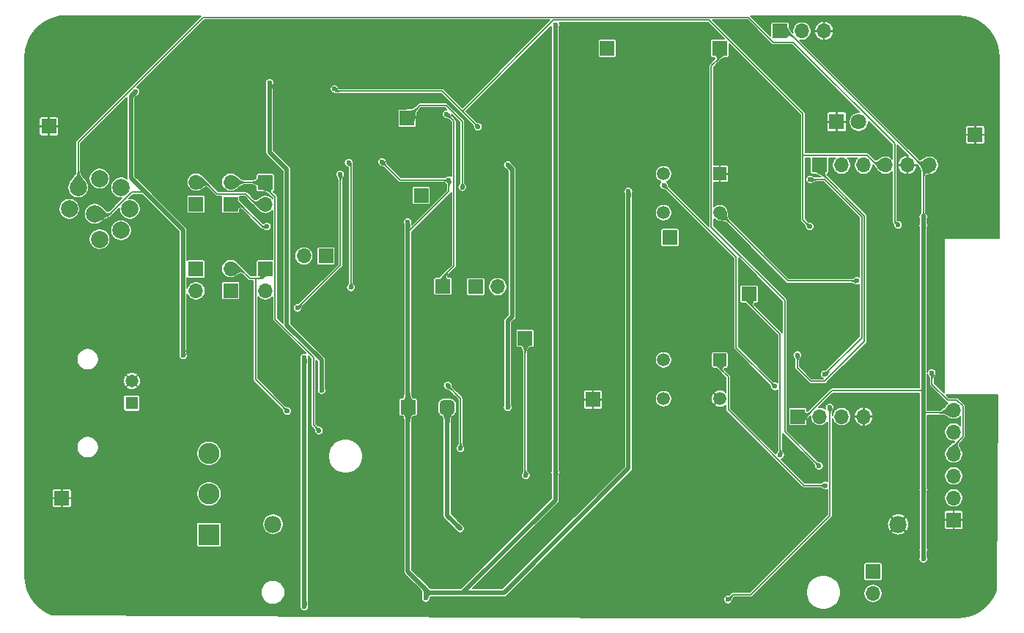
<source format=gbr>
%TF.GenerationSoftware,KiCad,Pcbnew,(5.1.10)-1*%
%TF.CreationDate,2022-06-10T17:40:00+02:00*%
%TF.ProjectId,NGL_Proto_ST,4e474c5f-5072-46f7-946f-5f53542e6b69,V1*%
%TF.SameCoordinates,Original*%
%TF.FileFunction,Copper,L2,Bot*%
%TF.FilePolarity,Positive*%
%FSLAX46Y46*%
G04 Gerber Fmt 4.6, Leading zero omitted, Abs format (unit mm)*
G04 Created by KiCad (PCBNEW (5.1.10)-1) date 2022-06-10 17:40:00*
%MOMM*%
%LPD*%
G01*
G04 APERTURE LIST*
%TA.AperFunction,ComponentPad*%
%ADD10C,1.498600*%
%TD*%
%TA.AperFunction,ComponentPad*%
%ADD11R,1.498600X1.498600*%
%TD*%
%TA.AperFunction,ComponentPad*%
%ADD12C,1.478000*%
%TD*%
%TA.AperFunction,ComponentPad*%
%ADD13R,1.478000X1.478000*%
%TD*%
%TA.AperFunction,ComponentPad*%
%ADD14C,1.980000*%
%TD*%
%TA.AperFunction,ComponentPad*%
%ADD15C,2.450000*%
%TD*%
%TA.AperFunction,ComponentPad*%
%ADD16R,2.450000X2.450000*%
%TD*%
%TA.AperFunction,ComponentPad*%
%ADD17O,1.700000X1.700000*%
%TD*%
%TA.AperFunction,ComponentPad*%
%ADD18R,1.700000X1.700000*%
%TD*%
%TA.AperFunction,ComponentPad*%
%ADD19R,1.800000X1.800000*%
%TD*%
%TA.AperFunction,ComponentPad*%
%ADD20C,1.800000*%
%TD*%
%TA.AperFunction,ComponentPad*%
%ADD21C,2.000000*%
%TD*%
%TA.AperFunction,ViaPad*%
%ADD22C,0.600000*%
%TD*%
%TA.AperFunction,Conductor*%
%ADD23C,0.150000*%
%TD*%
%TA.AperFunction,Conductor*%
%ADD24C,0.500000*%
%TD*%
%TA.AperFunction,Conductor*%
%ADD25C,0.100000*%
%TD*%
%TA.AperFunction,Conductor*%
%ADD26C,0.025400*%
%TD*%
G04 APERTURE END LIST*
D10*
%TO.P,SW4,3*%
%TO.N,N/C*%
X173999999Y-89999999D03*
%TO.P,SW4,4*%
X173999999Y-94500000D03*
%TO.P,SW4,2*%
%TO.N,-BATT*%
X180500001Y-94500000D03*
D11*
%TO.P,SW4,1*%
%TO.N,BOOT*%
X180500001Y-89999999D03*
%TD*%
D10*
%TO.P,SW3,3*%
%TO.N,N/C*%
X173999999Y-68499999D03*
%TO.P,SW3,4*%
X173999999Y-73000000D03*
%TO.P,SW3,2*%
%TO.N,EN*%
X180500001Y-73000000D03*
D11*
%TO.P,SW3,1*%
%TO.N,-BATT*%
X180500001Y-68499999D03*
%TD*%
D12*
%TO.P,J3,G*%
%TO.N,-BATT*%
X112580000Y-92460000D03*
D13*
%TO.P,J3,S*%
%TO.N,IN_COAX*%
X112580000Y-95000000D03*
%TD*%
D14*
%TO.P,BT1,N*%
%TO.N,-BATT*%
X201110000Y-109000000D03*
%TO.P,BT1,P*%
%TO.N,+BATT*%
X128890000Y-109000000D03*
%TD*%
D15*
%TO.P,S1,3*%
%TO.N,Net-(R18-Pad1)*%
X121500000Y-100800000D03*
%TO.P,S1,2*%
%TO.N,INH*%
X121500000Y-105500000D03*
D16*
%TO.P,S1,1*%
%TO.N,OUT_BAT*%
X121500000Y-110200000D03*
%TD*%
D17*
%TO.P,J5,4*%
%TO.N,-BATT*%
X197120000Y-96550000D03*
%TO.P,J5,3*%
%TO.N,SDA*%
X194580000Y-96550000D03*
%TO.P,J5,2*%
%TO.N,SCL*%
X192040000Y-96550000D03*
D18*
%TO.P,J5,1*%
%TO.N,+3V3*%
X189500000Y-96550000D03*
%TD*%
D19*
%TO.P,D10,1*%
%TO.N,-BATT*%
X194000000Y-62500000D03*
D20*
%TO.P,D10,2*%
%TO.N,Net-(D10-Pad2)*%
X196540000Y-62500000D03*
%TD*%
D18*
%TO.P,J4,1*%
%TO.N,CS_SPARE*%
X192000000Y-67500000D03*
D17*
%TO.P,J4,2*%
%TO.N,MOSI*%
X194540000Y-67500000D03*
%TO.P,J4,3*%
%TO.N,MISO*%
X197080000Y-67500000D03*
%TO.P,J4,4*%
%TO.N,CLK*%
X199620000Y-67500000D03*
%TO.P,J4,5*%
%TO.N,-BATT*%
X202160000Y-67500000D03*
%TO.P,J4,6*%
%TO.N,+3V3*%
X204700000Y-67500000D03*
%TD*%
D18*
%TO.P,J6,1*%
%TO.N,+3V3*%
X187460000Y-52000000D03*
D17*
%TO.P,J6,2*%
%TO.N,NEO*%
X190000000Y-52000000D03*
%TO.P,J6,3*%
%TO.N,-BATT*%
X192540000Y-52000000D03*
%TD*%
%TO.P,JP1,2*%
%TO.N,DIFF+*%
X124000000Y-79460000D03*
D18*
%TO.P,JP1,1*%
%TO.N,CURRENT_3*%
X124000000Y-82000000D03*
%TD*%
%TO.P,JP2,1*%
%TO.N,CURRENT_4*%
X124000000Y-72000000D03*
D17*
%TO.P,JP2,2*%
%TO.N,DIFF-*%
X124000000Y-69460000D03*
%TD*%
D18*
%TO.P,JP3,1*%
%TO.N,Net-(JP3-Pad1)*%
X152300000Y-81550000D03*
D17*
%TO.P,JP3,2*%
%TO.N,Net-(JP3-Pad2)*%
X154840000Y-81550000D03*
%TD*%
D18*
%TO.P,JP4,1*%
%TO.N,DIFF-*%
X128000000Y-69500000D03*
D17*
%TO.P,JP4,2*%
%TO.N,/R2*%
X128000000Y-72040000D03*
%TD*%
%TO.P,JP8,2*%
%TO.N,CURRENT_3*%
X120000000Y-82040000D03*
D18*
%TO.P,JP8,1*%
%TO.N,Net-(JP8-Pad1)*%
X120000000Y-79500000D03*
%TD*%
%TO.P,JP9,1*%
%TO.N,DIFF+*%
X128000000Y-79500000D03*
D17*
%TO.P,JP9,2*%
%TO.N,Net-(JP8-Pad1)*%
X128000000Y-82040000D03*
%TD*%
%TO.P,JP10,2*%
%TO.N,/R2*%
X120000000Y-69460000D03*
D18*
%TO.P,JP10,1*%
%TO.N,CURRENT_4*%
X120000000Y-72000000D03*
%TD*%
D17*
%TO.P,JP11,2*%
%TO.N,Net-(JP11-Pad2)*%
X132460000Y-78000000D03*
D18*
%TO.P,JP11,1*%
%TO.N,Net-(JP11-Pad1)*%
X135000000Y-78000000D03*
%TD*%
%TO.P,TP2,1*%
%TO.N,OUT_SENS*%
X180500000Y-54000000D03*
%TD*%
%TO.P,TP7,1*%
%TO.N,+3V3*%
X144500000Y-95450000D03*
%TD*%
%TO.P,TP8,1*%
%TO.N,-3V3*%
%TA.AperFunction,ComponentPad*%
G36*
G01*
X148150000Y-95925000D02*
X148150000Y-95075000D01*
G75*
G02*
X148575000Y-94650000I425000J0D01*
G01*
X149425000Y-94650000D01*
G75*
G02*
X149850000Y-95075000I0J-425000D01*
G01*
X149850000Y-95925000D01*
G75*
G02*
X149425000Y-96350000I-425000J0D01*
G01*
X148575000Y-96350000D01*
G75*
G02*
X148150000Y-95925000I0J425000D01*
G01*
G37*
%TD.AperFunction*%
%TD*%
%TO.P,TP4,1*%
%TO.N,OUT_DIFF*%
X183900000Y-82400000D03*
%TD*%
%TO.P,TP1,1*%
%TO.N,/R2*%
X146000000Y-71000000D03*
%TD*%
%TO.P,TP3,1*%
%TO.N,R10_OUT*%
X148500000Y-81500000D03*
%TD*%
%TO.P,TP5,1*%
%TO.N,Net-(R52S1-Pad2)*%
X167500000Y-54000000D03*
%TD*%
%TO.P,TP11,1*%
%TO.N,/Ampli Diff/620*%
X158000000Y-87500000D03*
%TD*%
%TO.P,TP12,1*%
%TO.N,Net-(R31-Pad2)*%
X174750000Y-75850000D03*
%TD*%
D21*
%TO.P,J1,3*%
%TO.N,CURRENT_3*%
X111334874Y-75034874D03*
%TO.P,J1,7*%
%TO.N,Net-(J1-Pad7)*%
X108860000Y-76060000D03*
%TO.P,J1,8*%
%TO.N,+3V3*%
X108294315Y-73125685D03*
%TO.P,J1,6*%
%TO.N,N/C*%
X105360000Y-72560000D03*
%TO.P,J1,1*%
%TO.N,OUT_NTC*%
X106385126Y-70085126D03*
%TO.P,J1,4*%
%TO.N,CURRENT_4*%
X108860000Y-69060000D03*
%TO.P,J1,2*%
%TO.N,DIFF-*%
X111334874Y-70085126D03*
%TO.P,J1,5*%
%TO.N,DIFF+*%
X112360000Y-72560000D03*
%TD*%
D18*
%TO.P,M1,1*%
%TO.N,+3V3*%
X198190000Y-114460000D03*
D17*
%TO.P,M1,2*%
%TO.N,Net-(M1-Pad2)*%
X198190000Y-117000000D03*
%TD*%
D18*
%TO.P,TP9,1*%
%TO.N,-BATT*%
X165850000Y-94600000D03*
%TD*%
%TO.P,TP13,1*%
%TO.N,-BATT*%
X103000000Y-63000000D03*
%TD*%
%TO.P,TP14,1*%
%TO.N,-BATT*%
X210000000Y-64000000D03*
%TD*%
%TO.P,TP10,1*%
%TO.N,-BATT*%
X104500000Y-106000000D03*
%TD*%
%TO.P,J2,1*%
%TO.N,-BATT*%
X207500000Y-108500000D03*
D17*
%TO.P,J2,2*%
%TO.N,BOOT*%
X207500000Y-105960000D03*
%TO.P,J2,3*%
%TO.N,UART_TX*%
X207500000Y-103420000D03*
%TO.P,J2,4*%
%TO.N,UART_RX*%
X207500000Y-100880000D03*
%TO.P,J2,5*%
%TO.N,EN*%
X207500000Y-98340000D03*
%TO.P,J2,6*%
%TO.N,+3V3*%
X207500000Y-95800000D03*
%TD*%
D18*
%TO.P,TP15,1*%
%TO.N,Net-(R19-Pad2)*%
X144370000Y-62070000D03*
%TD*%
D22*
%TO.N,+3V3*%
X149212900Y-69230500D03*
X204000000Y-74500000D03*
X118500000Y-89500000D03*
X113000000Y-59000000D03*
X144450000Y-74100000D03*
X169950000Y-70550000D03*
X161500000Y-51300000D03*
X132500000Y-89750000D03*
X132500000Y-118500000D03*
X161500000Y-103000000D03*
X204000000Y-105000000D03*
X204000000Y-73500000D03*
X204000000Y-113000000D03*
X141500000Y-67150000D03*
X146538000Y-117538000D03*
X204000000Y-113000000D03*
X204000000Y-111950000D03*
X146538000Y-116762000D03*
%TO.N,-BATT*%
X146000000Y-110000000D03*
X143500000Y-110000000D03*
X134000000Y-115000000D03*
X134000000Y-101500000D03*
X130500000Y-95000000D03*
X122000000Y-95000000D03*
X118000000Y-95000000D03*
X116500000Y-95000000D03*
X116500000Y-90000000D03*
X116500000Y-84000000D03*
X116500000Y-86500000D03*
X148500000Y-75500000D03*
X148500000Y-73500000D03*
X153500000Y-73500000D03*
X154000000Y-61500000D03*
X154000000Y-68000000D03*
X164000000Y-65500000D03*
X183500000Y-68000000D03*
X185500000Y-75500000D03*
X205000000Y-95500000D03*
X200000000Y-96500000D03*
X192000000Y-107000000D03*
X198500000Y-107000000D03*
X205000000Y-73500000D03*
X205000000Y-71000000D03*
X207500000Y-71000000D03*
X210500000Y-71000000D03*
X206500000Y-64000000D03*
X196000000Y-52000000D03*
X191000000Y-59500000D03*
X172500000Y-64000000D03*
X181500000Y-59500000D03*
X165000000Y-53000000D03*
X148000000Y-68000000D03*
X151500000Y-68000000D03*
X152500000Y-85000000D03*
X154500000Y-85000000D03*
X142500000Y-86500000D03*
X142500000Y-89000000D03*
X143500000Y-107500000D03*
X143500000Y-105000000D03*
X141000000Y-105000000D03*
X139000000Y-105000000D03*
X136500000Y-105000000D03*
X134500000Y-105000000D03*
X146000000Y-107500000D03*
X134500000Y-110000000D03*
X148000000Y-115500000D03*
X120000000Y-118000000D03*
X107500000Y-106500000D03*
X104500000Y-101500000D03*
X118000000Y-61000000D03*
X115500000Y-51500000D03*
X129500000Y-51500000D03*
X136500000Y-51500000D03*
X129500000Y-56000000D03*
X134000000Y-54500000D03*
X139500000Y-55000000D03*
X188650000Y-64000000D03*
X198000000Y-88000000D03*
X201500000Y-84000000D03*
X198000000Y-79500000D03*
X193500000Y-84000000D03*
X181000000Y-97500000D03*
X174000000Y-87500000D03*
X185500000Y-87000000D03*
X156500000Y-107500000D03*
X180000000Y-116000000D03*
X102500000Y-65500000D03*
X172000000Y-78000000D03*
X163000000Y-90500000D03*
X157500000Y-83500000D03*
X168500000Y-94500000D03*
X163000000Y-97000000D03*
X125000000Y-110500000D03*
X125630000Y-99490000D03*
X119500000Y-103500000D03*
X192000000Y-98500000D03*
X168000000Y-76000000D03*
X168000000Y-79500000D03*
X159500000Y-67000000D03*
X166000000Y-67000000D03*
X141500000Y-82500000D03*
X136000000Y-65000000D03*
X139000000Y-65000000D03*
X131000000Y-65000000D03*
X136000000Y-57000000D03*
X196000000Y-73500000D03*
X195500000Y-70000000D03*
X137500000Y-91500000D03*
X141500000Y-91500000D03*
X155250000Y-71500000D03*
X188350000Y-55000000D03*
X185450000Y-51100000D03*
X110500000Y-84000000D03*
X104500000Y-84000000D03*
X104500000Y-86500000D03*
X110500000Y-86500000D03*
X104500000Y-98500000D03*
X181000000Y-105000000D03*
X177500000Y-105000000D03*
X173500000Y-105000000D03*
X170000000Y-105000000D03*
X187500000Y-105000000D03*
X184000000Y-105000000D03*
X104500000Y-77500000D03*
X104500000Y-69000000D03*
X118000000Y-64500000D03*
X151000000Y-56500000D03*
X158500000Y-58500000D03*
X164000000Y-73000000D03*
X134500000Y-107500000D03*
X199700000Y-61200000D03*
X199500000Y-65450000D03*
X183525000Y-56475000D03*
X182300000Y-61700000D03*
X143900000Y-70300000D03*
X143900000Y-68100000D03*
X151850000Y-52250000D03*
X104475000Y-117975000D03*
%TO.N,OUT_SENS*%
X191958300Y-102259300D03*
%TO.N,OUT_NTC*%
X201093000Y-74400000D03*
%TO.N,DIFF+*%
X130527200Y-95923700D03*
%TO.N,DIFF-*%
X134199000Y-98162500D03*
%TO.N,CURRENT_4*%
X128189100Y-74596100D03*
%TO.N,OUT_DIFF*%
X187474400Y-100968600D03*
%TO.N,Net-(POT1-Pad3)*%
X150541400Y-100223100D03*
X149053500Y-92976300D03*
%TO.N,-3V3*%
X150500000Y-109500000D03*
X156000000Y-95500000D03*
X156000000Y-67500000D03*
X134488000Y-93512500D03*
X128500000Y-58000000D03*
%TO.N,UART_RX*%
X204993900Y-91524800D03*
%TO.N,CLK*%
X190885100Y-74595100D03*
X152561500Y-63063000D03*
X136000000Y-58700000D03*
%TO.N,/Ampli Diff/620*%
X158090300Y-103351900D03*
%TO.N,MOTEUR*%
X193168400Y-95519500D03*
X181450000Y-117700000D03*
%TO.N,R2_OUT*%
X137885300Y-81630000D03*
X137634000Y-67234000D03*
%TO.N,CS_R2*%
X192629500Y-91675000D03*
X190950000Y-69150000D03*
%TO.N,CS_R10*%
X186845200Y-93062300D03*
X174032400Y-69812100D03*
%TO.N,R2_IN*%
X136648800Y-68575300D03*
X131709500Y-84009500D03*
%TO.N,R10_OUT*%
X148955300Y-61600500D03*
%TO.N,EN*%
X196318500Y-80860100D03*
%TO.N,BOOT*%
X192692300Y-104508800D03*
%TO.N,CS_SPARE*%
X189450000Y-89450000D03*
%TO.N,Net-(R19-Pad2)*%
X150750000Y-70050000D03*
%TD*%
D23*
%TO.N,+3V3*%
X207500000Y-95800000D02*
X206424700Y-95800000D01*
X204000000Y-96108300D02*
X206116400Y-96108300D01*
X206116400Y-96108300D02*
X206424700Y-95800000D01*
D24*
X204000000Y-96108300D02*
X204000000Y-93544500D01*
X204000000Y-105000000D02*
X204000000Y-96108300D01*
X204000000Y-93544500D02*
X204000000Y-74500000D01*
D23*
X144450000Y-75280100D02*
X149212900Y-70517200D01*
X149212900Y-70517200D02*
X149212900Y-69230500D01*
D24*
X144450000Y-75280100D02*
X144450000Y-95450000D01*
X144450000Y-74100000D02*
X144450000Y-75280100D01*
D23*
X204700000Y-67500000D02*
X204000000Y-67500000D01*
X204000000Y-73500000D02*
X204000000Y-67500000D01*
X114102600Y-70602600D02*
X112584400Y-70602600D01*
X112584400Y-70602600D02*
X110061300Y-73125700D01*
X110061300Y-73125700D02*
X108294300Y-73125700D01*
D24*
X114102600Y-70602600D02*
X118500000Y-75000000D01*
X118500000Y-75000000D02*
X118500000Y-89500000D01*
X113000000Y-59000000D02*
X112500000Y-59500000D01*
X112500000Y-59500000D02*
X112500000Y-69000000D01*
X112500000Y-69000000D02*
X114102600Y-70602600D01*
X144450000Y-95450000D02*
X144450000Y-114450000D01*
X144450000Y-114450000D02*
X146538000Y-116538000D01*
D23*
X144500000Y-95450000D02*
X144450000Y-95450000D01*
D24*
X204000000Y-74500000D02*
X204000000Y-73500000D01*
X150788000Y-116912000D02*
X155588000Y-116912000D01*
X155588000Y-116912000D02*
X169950000Y-102550000D01*
X169950000Y-102550000D02*
X169950000Y-70550000D01*
X150788000Y-116912000D02*
X161500000Y-106200000D01*
X161500000Y-106200000D02*
X161500000Y-103000000D01*
X161500000Y-103000000D02*
X161500000Y-51300000D01*
X132500000Y-118500000D02*
X132500000Y-89750000D01*
X161500000Y-103000000D02*
X161538000Y-103038000D01*
D23*
X190440900Y-96550000D02*
X189500000Y-96550000D01*
X193446400Y-93544500D02*
X190440900Y-96550000D01*
X204000000Y-93544500D02*
X193446400Y-93544500D01*
X143580500Y-69230500D02*
X141500000Y-67150000D01*
X149212900Y-69230500D02*
X143580500Y-69230500D01*
X188259100Y-52000000D02*
X187460000Y-52000000D01*
X203759100Y-67500000D02*
X188259100Y-52000000D01*
X204000000Y-67500000D02*
X203759100Y-67500000D01*
D24*
X146912000Y-116912000D02*
X146538000Y-116538000D01*
X150788000Y-116912000D02*
X146912000Y-116912000D01*
X204000000Y-105000000D02*
X204000000Y-113000000D01*
X146538000Y-117538000D02*
X146538000Y-116762000D01*
X146538000Y-116762000D02*
X146538000Y-116538000D01*
D23*
%TO.N,OUT_SENS*%
X180500000Y-54000000D02*
X180500000Y-55075300D01*
X180500000Y-55075300D02*
X179515700Y-56059600D01*
X179515700Y-56059600D02*
X179515700Y-74652600D01*
X179515700Y-74652600D02*
X187999800Y-83136700D01*
X187999800Y-83136700D02*
X187999800Y-98300800D01*
X187999800Y-98300800D02*
X191958300Y-102259300D01*
%TO.N,OUT_NTC*%
X106385100Y-70085100D02*
X106385100Y-64869300D01*
X106385100Y-64869300D02*
X120824900Y-50429500D01*
X120824900Y-50429500D02*
X183826700Y-50429500D01*
X183826700Y-50429500D02*
X186685200Y-53288000D01*
X186685200Y-53288000D02*
X188940800Y-53288000D01*
X188940800Y-53288000D02*
X200695300Y-65042500D01*
X200695300Y-65042500D02*
X200695300Y-74002300D01*
X200695300Y-74002300D02*
X201093000Y-74400000D01*
%TO.N,DIFF+*%
X125075300Y-79460000D02*
X126190600Y-80575300D01*
X126190600Y-80575300D02*
X126869100Y-80575300D01*
X126869100Y-80575300D02*
X126869100Y-92265600D01*
X126869100Y-92265600D02*
X130527200Y-95923700D01*
X124000000Y-79460000D02*
X125075300Y-79460000D01*
X128000000Y-80275000D02*
X128000000Y-79500000D01*
X127699700Y-80575300D02*
X128000000Y-80275000D01*
X126869100Y-80575300D02*
X127699700Y-80575300D01*
%TO.N,DIFF-*%
X127462400Y-69500000D02*
X129120800Y-71158400D01*
X129120800Y-71158400D02*
X129120800Y-85293200D01*
X129120800Y-85293200D02*
X133578900Y-89751300D01*
X133578900Y-89751300D02*
X133578900Y-97542400D01*
X133578900Y-97542400D02*
X134199000Y-98162500D01*
X127462400Y-69500000D02*
X126924700Y-69500000D01*
X128000000Y-69500000D02*
X127462400Y-69500000D01*
X126924700Y-69500000D02*
X126884700Y-69460000D01*
X126884700Y-69460000D02*
X124000000Y-69460000D01*
%TO.N,CURRENT_4*%
X124000000Y-72000000D02*
X125075300Y-72000000D01*
X125075300Y-72000000D02*
X127671400Y-74596100D01*
X127671400Y-74596100D02*
X128189100Y-74596100D01*
%TO.N,OUT_DIFF*%
X183900000Y-82400000D02*
X183900000Y-83475300D01*
X187474400Y-100968600D02*
X187474400Y-87049700D01*
X187474400Y-87049700D02*
X183900000Y-83475300D01*
%TO.N,Net-(POT1-Pad3)*%
X149053500Y-92976300D02*
X150541400Y-94464200D01*
X150541400Y-94464200D02*
X150541400Y-100223100D01*
D24*
%TO.N,-3V3*%
X149000000Y-95500000D02*
X149000000Y-108000000D01*
X149000000Y-108000000D02*
X150500000Y-109500000D01*
X156000000Y-67500000D02*
X156500000Y-68000000D01*
X156500000Y-68000000D02*
X156500000Y-85000000D01*
X156500000Y-85000000D02*
X156000000Y-85500000D01*
X156000000Y-85500000D02*
X156000000Y-95500000D01*
X128500000Y-58000000D02*
X128500000Y-66000000D01*
X128500000Y-66000000D02*
X130500000Y-68000000D01*
X130500000Y-68000000D02*
X130500000Y-86000000D01*
X130500000Y-86000000D02*
X134488000Y-89987500D01*
X134488000Y-89987500D02*
X134488000Y-93512500D01*
D23*
%TO.N,UART_RX*%
X204993900Y-92829800D02*
X204993900Y-91524800D01*
X206815800Y-94651700D02*
X204993900Y-92829800D01*
X207874800Y-94651700D02*
X206815800Y-94651700D01*
X208582000Y-95358900D02*
X207874800Y-94651700D01*
X208582000Y-98857100D02*
X208582000Y-95358900D01*
X207500000Y-99939100D02*
X208582000Y-98857100D01*
X207500000Y-100880000D02*
X207500000Y-99939100D01*
%TO.N,CLK*%
X152561500Y-63063000D02*
X152561500Y-63062900D01*
X190100000Y-73810000D02*
X190885100Y-74595100D01*
X190100000Y-66400000D02*
X190100000Y-73810000D01*
X190100000Y-61560100D02*
X190100000Y-66400000D01*
X179269800Y-50729900D02*
X190100000Y-61560100D01*
X161290700Y-50729900D02*
X179269800Y-50729900D01*
X198656100Y-67500000D02*
X199620000Y-67500000D01*
X197523800Y-66367700D02*
X198656100Y-67500000D01*
X190132300Y-66367700D02*
X197523800Y-66367700D01*
X190100000Y-66400000D02*
X190132300Y-66367700D01*
X136229700Y-58929700D02*
X148428300Y-58929700D01*
X136000000Y-58700000D02*
X136229700Y-58929700D01*
X150886800Y-61186800D02*
X150860300Y-61160300D01*
X150886800Y-61388200D02*
X150886800Y-61186800D01*
X150860300Y-61160300D02*
X161290700Y-50729900D01*
X152561500Y-63062900D02*
X150886800Y-61388200D01*
X150759600Y-61261000D02*
X150860300Y-61160300D01*
X150886800Y-61388200D02*
X150759600Y-61261000D01*
X150860300Y-61160300D02*
X150664700Y-61160300D01*
X150661800Y-61163200D02*
X150759600Y-61261000D01*
X150664700Y-61160300D02*
X150661800Y-61163200D01*
X148428300Y-58929700D02*
X150661800Y-61163200D01*
%TO.N,/R2*%
X120000000Y-69460000D02*
X121075300Y-69460000D01*
X128000000Y-72040000D02*
X126924700Y-72040000D01*
X126924700Y-72040000D02*
X125721000Y-70836300D01*
X125721000Y-70836300D02*
X122451600Y-70836300D01*
X122451600Y-70836300D02*
X121075300Y-69460000D01*
%TO.N,/Ampli Diff/620*%
X158000000Y-87500000D02*
X158000000Y-103261600D01*
X158000000Y-103261600D02*
X158090300Y-103351900D01*
%TO.N,MOTEUR*%
X193217600Y-95568700D02*
X193168400Y-95519500D01*
X193217600Y-108008000D02*
X193217600Y-95568700D01*
X184075600Y-117150000D02*
X193217600Y-108008000D01*
X182000000Y-117150000D02*
X184075600Y-117150000D01*
X181450000Y-117700000D02*
X182000000Y-117150000D01*
%TO.N,R2_OUT*%
X137885300Y-67485300D02*
X137885300Y-81630000D01*
X137634000Y-67234000D02*
X137885300Y-67485300D01*
%TO.N,CS_R2*%
X196899600Y-87404900D02*
X192629500Y-91675000D01*
X196899600Y-73474900D02*
X196899600Y-87404900D01*
X192574700Y-69150000D02*
X196899600Y-73474900D01*
X190950000Y-69150000D02*
X192574700Y-69150000D01*
%TO.N,CS_R10*%
X186845200Y-93062300D02*
X182384400Y-88601500D01*
X182384400Y-88601500D02*
X182384400Y-78164100D01*
X182384400Y-78164100D02*
X174032400Y-69812100D01*
%TO.N,R2_IN*%
X131709500Y-84009500D02*
X136648800Y-79070200D01*
X136648800Y-79070200D02*
X136648800Y-68575300D01*
%TO.N,R10_OUT*%
X148500000Y-81500000D02*
X148500000Y-80424700D01*
X148500000Y-80424700D02*
X149771300Y-79153400D01*
X149771300Y-79153400D02*
X149771300Y-62416500D01*
X149771300Y-62416500D02*
X148955300Y-61600500D01*
%TO.N,EN*%
X180500000Y-73000000D02*
X188360100Y-80860100D01*
X188360100Y-80860100D02*
X196318500Y-80860100D01*
%TO.N,BOOT*%
X180500000Y-90000000D02*
X180500000Y-90974600D01*
X192692300Y-104508800D02*
X190229800Y-104508800D01*
X190229800Y-104508800D02*
X181474600Y-95753600D01*
X181474600Y-95753600D02*
X181474600Y-91949200D01*
X181474600Y-91949200D02*
X180500000Y-90974600D01*
%TO.N,CS_SPARE*%
X192000000Y-67500000D02*
X192000000Y-68150000D01*
X192000000Y-68150000D02*
X197200000Y-73350000D01*
X197200000Y-73350000D02*
X197200000Y-87900000D01*
X197200000Y-87900000D02*
X192650000Y-92450000D01*
X192650000Y-92450000D02*
X191000000Y-92450000D01*
X189450000Y-90900000D02*
X189450000Y-89450000D01*
X191000000Y-92450000D02*
X189450000Y-90900000D01*
%TO.N,Net-(R19-Pad2)*%
X150750000Y-70050000D02*
X150750000Y-62450000D01*
X150750000Y-62450000D02*
X148900000Y-60600000D01*
X145840000Y-60600000D02*
X144370000Y-62070000D01*
X148900000Y-60600000D02*
X145840000Y-60600000D01*
%TD*%
%TO.N,-BATT*%
X106183386Y-64646751D02*
X106171943Y-64656142D01*
X106162552Y-64667585D01*
X106162551Y-64667586D01*
X106134453Y-64701823D01*
X106106597Y-64753940D01*
X106089442Y-64810490D01*
X106083650Y-64869300D01*
X106085101Y-64884033D01*
X106085100Y-68088548D01*
X106072539Y-68304362D01*
X106040294Y-68463888D01*
X105993030Y-68587551D01*
X105931645Y-68692185D01*
X105853544Y-68792348D01*
X105757273Y-68898583D01*
X105649001Y-69015578D01*
X105642232Y-69023233D01*
X105530339Y-69155734D01*
X105518486Y-69171064D01*
X105407564Y-69328051D01*
X105394589Y-69348706D01*
X105348982Y-69430883D01*
X105299545Y-69504871D01*
X105207202Y-69727807D01*
X105160126Y-69964474D01*
X105160126Y-70205778D01*
X105207202Y-70442445D01*
X105299545Y-70665381D01*
X105433607Y-70866018D01*
X105604234Y-71036645D01*
X105804871Y-71170707D01*
X106027807Y-71263050D01*
X106264474Y-71310126D01*
X106505778Y-71310126D01*
X106742445Y-71263050D01*
X106965381Y-71170707D01*
X107166018Y-71036645D01*
X107336645Y-70866018D01*
X107470707Y-70665381D01*
X107563050Y-70442445D01*
X107610126Y-70205778D01*
X107610126Y-69964474D01*
X107563050Y-69727807D01*
X107470707Y-69504871D01*
X107421240Y-69430838D01*
X107375624Y-69348656D01*
X107362649Y-69328004D01*
X107251721Y-69171024D01*
X107239867Y-69155694D01*
X107127969Y-69023199D01*
X107121202Y-69015546D01*
X107050681Y-68939348D01*
X107635000Y-68939348D01*
X107635000Y-69180652D01*
X107682076Y-69417319D01*
X107774419Y-69640255D01*
X107908481Y-69840892D01*
X108079108Y-70011519D01*
X108279745Y-70145581D01*
X108502681Y-70237924D01*
X108739348Y-70285000D01*
X108980652Y-70285000D01*
X109217319Y-70237924D01*
X109440255Y-70145581D01*
X109640892Y-70011519D01*
X109811519Y-69840892D01*
X109945581Y-69640255D01*
X110037924Y-69417319D01*
X110085000Y-69180652D01*
X110085000Y-68939348D01*
X110037924Y-68702681D01*
X109945581Y-68479745D01*
X109811519Y-68279108D01*
X109640892Y-68108481D01*
X109440255Y-67974419D01*
X109217319Y-67882076D01*
X108980652Y-67835000D01*
X108739348Y-67835000D01*
X108502681Y-67882076D01*
X108279745Y-67974419D01*
X108079108Y-68108481D01*
X107908481Y-68279108D01*
X107774419Y-68479745D01*
X107682076Y-68702681D01*
X107635000Y-68939348D01*
X107050681Y-68939348D01*
X107012926Y-68898554D01*
X106916644Y-68792314D01*
X106838558Y-68692176D01*
X106777166Y-68587533D01*
X106729905Y-68463880D01*
X106697660Y-68304357D01*
X106685100Y-68088556D01*
X106685100Y-64993563D01*
X112025000Y-59653663D01*
X112025001Y-68976658D01*
X112022702Y-69000000D01*
X112030232Y-69076455D01*
X111915129Y-68999545D01*
X111692193Y-68907202D01*
X111455526Y-68860126D01*
X111214222Y-68860126D01*
X110977555Y-68907202D01*
X110754619Y-68999545D01*
X110553982Y-69133607D01*
X110383355Y-69304234D01*
X110249293Y-69504871D01*
X110156950Y-69727807D01*
X110109874Y-69964474D01*
X110109874Y-70205778D01*
X110156950Y-70442445D01*
X110249293Y-70665381D01*
X110383355Y-70866018D01*
X110553982Y-71036645D01*
X110754619Y-71170707D01*
X110977555Y-71263050D01*
X111214222Y-71310126D01*
X111452610Y-71310126D01*
X110023284Y-72739453D01*
X109913951Y-72825700D01*
X109756181Y-72825700D01*
X109732306Y-72813149D01*
X109634108Y-72730196D01*
X109515877Y-72607860D01*
X109383047Y-72463921D01*
X109377305Y-72457925D01*
X109231677Y-72311357D01*
X109216317Y-72297267D01*
X109106917Y-72205876D01*
X109075207Y-72174166D01*
X108874570Y-72040104D01*
X108651634Y-71947761D01*
X108414967Y-71900685D01*
X108173663Y-71900685D01*
X107936996Y-71947761D01*
X107714060Y-72040104D01*
X107513423Y-72174166D01*
X107342796Y-72344793D01*
X107208734Y-72545430D01*
X107116391Y-72768366D01*
X107069315Y-73005033D01*
X107069315Y-73246337D01*
X107116391Y-73483004D01*
X107208734Y-73705940D01*
X107342796Y-73906577D01*
X107513423Y-74077204D01*
X107714060Y-74211266D01*
X107936996Y-74303609D01*
X108173663Y-74350685D01*
X108414967Y-74350685D01*
X108651634Y-74303609D01*
X108874570Y-74211266D01*
X109075207Y-74077204D01*
X109156636Y-73995775D01*
X109281094Y-73882940D01*
X109388994Y-73804539D01*
X109490496Y-73746335D01*
X109593424Y-73698617D01*
X109703893Y-73653302D01*
X109705449Y-73652657D01*
X109822330Y-73603687D01*
X109833840Y-73598480D01*
X109955400Y-73539323D01*
X109973012Y-73529760D01*
X110102190Y-73451974D01*
X110121172Y-73439184D01*
X110161763Y-73408723D01*
X110176660Y-73404204D01*
X110228777Y-73376347D01*
X110274458Y-73338858D01*
X110283853Y-73327410D01*
X111135000Y-72476263D01*
X111135000Y-72680652D01*
X111182076Y-72917319D01*
X111274419Y-73140255D01*
X111408481Y-73340892D01*
X111579108Y-73511519D01*
X111779745Y-73645581D01*
X112002681Y-73737924D01*
X112239348Y-73785000D01*
X112480652Y-73785000D01*
X112717319Y-73737924D01*
X112940255Y-73645581D01*
X113140892Y-73511519D01*
X113311519Y-73340892D01*
X113445581Y-73140255D01*
X113537924Y-72917319D01*
X113585000Y-72680652D01*
X113585000Y-72439348D01*
X113537924Y-72202681D01*
X113445581Y-71979745D01*
X113311519Y-71779108D01*
X113140892Y-71608481D01*
X112940255Y-71474419D01*
X112717319Y-71382076D01*
X112480652Y-71335000D01*
X112276264Y-71335000D01*
X112708664Y-70902600D01*
X113730848Y-70902600D01*
X113783222Y-70954974D01*
X113783233Y-70954983D01*
X118025000Y-75196752D01*
X118025001Y-89274858D01*
X117995176Y-89346863D01*
X117975000Y-89448292D01*
X117975000Y-89551708D01*
X117995176Y-89653137D01*
X118034751Y-89748681D01*
X118092206Y-89834668D01*
X118165332Y-89907794D01*
X118251319Y-89965249D01*
X118346863Y-90004824D01*
X118448292Y-90025000D01*
X118551708Y-90025000D01*
X118653137Y-90004824D01*
X118748681Y-89965249D01*
X118834668Y-89907794D01*
X118907794Y-89834668D01*
X118965249Y-89748681D01*
X119004824Y-89653137D01*
X119025000Y-89551708D01*
X119025000Y-89448292D01*
X119004824Y-89346863D01*
X118975000Y-89274860D01*
X118975000Y-82374541D01*
X119047348Y-82549203D01*
X119164993Y-82725272D01*
X119314728Y-82875007D01*
X119490797Y-82992652D01*
X119686434Y-83073688D01*
X119894122Y-83115000D01*
X120105878Y-83115000D01*
X120313566Y-83073688D01*
X120509203Y-82992652D01*
X120685272Y-82875007D01*
X120835007Y-82725272D01*
X120952652Y-82549203D01*
X121033688Y-82353566D01*
X121075000Y-82145878D01*
X121075000Y-81934122D01*
X121033688Y-81726434D01*
X120952652Y-81530797D01*
X120835007Y-81354728D01*
X120685272Y-81204993D01*
X120602969Y-81150000D01*
X122923912Y-81150000D01*
X122923912Y-82850000D01*
X122928256Y-82894108D01*
X122941122Y-82936520D01*
X122962015Y-82975608D01*
X122990132Y-83009868D01*
X123024392Y-83037985D01*
X123063480Y-83058878D01*
X123105892Y-83071744D01*
X123150000Y-83076088D01*
X124850000Y-83076088D01*
X124894108Y-83071744D01*
X124936520Y-83058878D01*
X124975608Y-83037985D01*
X125009868Y-83009868D01*
X125037985Y-82975608D01*
X125058878Y-82936520D01*
X125071744Y-82894108D01*
X125076088Y-82850000D01*
X125076088Y-81150000D01*
X125071744Y-81105892D01*
X125058878Y-81063480D01*
X125037985Y-81024392D01*
X125009868Y-80990132D01*
X124975608Y-80962015D01*
X124936520Y-80941122D01*
X124894108Y-80928256D01*
X124850000Y-80923912D01*
X123150000Y-80923912D01*
X123105892Y-80928256D01*
X123063480Y-80941122D01*
X123024392Y-80962015D01*
X122990132Y-80990132D01*
X122962015Y-81024392D01*
X122941122Y-81063480D01*
X122928256Y-81105892D01*
X122923912Y-81150000D01*
X120602969Y-81150000D01*
X120509203Y-81087348D01*
X120313566Y-81006312D01*
X120105878Y-80965000D01*
X119894122Y-80965000D01*
X119686434Y-81006312D01*
X119490797Y-81087348D01*
X119314728Y-81204993D01*
X119164993Y-81354728D01*
X119047348Y-81530797D01*
X118975000Y-81705459D01*
X118975000Y-80491430D01*
X118990132Y-80509868D01*
X119024392Y-80537985D01*
X119063480Y-80558878D01*
X119105892Y-80571744D01*
X119150000Y-80576088D01*
X120850000Y-80576088D01*
X120894108Y-80571744D01*
X120936520Y-80558878D01*
X120975608Y-80537985D01*
X121009868Y-80509868D01*
X121037985Y-80475608D01*
X121058878Y-80436520D01*
X121071744Y-80394108D01*
X121076088Y-80350000D01*
X121076088Y-78650000D01*
X121071744Y-78605892D01*
X121058878Y-78563480D01*
X121037985Y-78524392D01*
X121009868Y-78490132D01*
X120975608Y-78462015D01*
X120936520Y-78441122D01*
X120894108Y-78428256D01*
X120850000Y-78423912D01*
X119150000Y-78423912D01*
X119105892Y-78428256D01*
X119063480Y-78441122D01*
X119024392Y-78462015D01*
X118990132Y-78490132D01*
X118975000Y-78508570D01*
X118975000Y-75023332D01*
X118977298Y-75000000D01*
X118968127Y-74906884D01*
X118940966Y-74817346D01*
X118938926Y-74813530D01*
X118896859Y-74734827D01*
X118837501Y-74662499D01*
X118819377Y-74647625D01*
X115321751Y-71150000D01*
X118923912Y-71150000D01*
X118923912Y-72850000D01*
X118928256Y-72894108D01*
X118941122Y-72936520D01*
X118962015Y-72975608D01*
X118990132Y-73009868D01*
X119024392Y-73037985D01*
X119063480Y-73058878D01*
X119105892Y-73071744D01*
X119150000Y-73076088D01*
X120850000Y-73076088D01*
X120894108Y-73071744D01*
X120936520Y-73058878D01*
X120975608Y-73037985D01*
X121009868Y-73009868D01*
X121037985Y-72975608D01*
X121058878Y-72936520D01*
X121071744Y-72894108D01*
X121076088Y-72850000D01*
X121076088Y-71150000D01*
X121071744Y-71105892D01*
X121058878Y-71063480D01*
X121037985Y-71024392D01*
X121009868Y-70990132D01*
X120975608Y-70962015D01*
X120936520Y-70941122D01*
X120894108Y-70928256D01*
X120850000Y-70923912D01*
X119150000Y-70923912D01*
X119105892Y-70928256D01*
X119063480Y-70941122D01*
X119024392Y-70962015D01*
X118990132Y-70990132D01*
X118962015Y-71024392D01*
X118941122Y-71063480D01*
X118928256Y-71105892D01*
X118923912Y-71150000D01*
X115321751Y-71150000D01*
X114454983Y-70283233D01*
X114454974Y-70283222D01*
X113525873Y-69354122D01*
X118925000Y-69354122D01*
X118925000Y-69565878D01*
X118966312Y-69773566D01*
X119047348Y-69969203D01*
X119164993Y-70145272D01*
X119314728Y-70295007D01*
X119490797Y-70412652D01*
X119686434Y-70493688D01*
X119894122Y-70535000D01*
X120105878Y-70535000D01*
X120313566Y-70493688D01*
X120509203Y-70412652D01*
X120570851Y-70371461D01*
X120608688Y-70350594D01*
X120624107Y-70341267D01*
X120743365Y-70262433D01*
X120750463Y-70257543D01*
X120860869Y-70178321D01*
X120959428Y-70108813D01*
X121041497Y-70058517D01*
X121103548Y-70031380D01*
X121144414Y-70023773D01*
X121177551Y-70027870D01*
X121227501Y-70051290D01*
X121312485Y-70121449D01*
X122229050Y-71038014D01*
X122238442Y-71049458D01*
X122249885Y-71058849D01*
X122284122Y-71086947D01*
X122307776Y-71099590D01*
X122336240Y-71114804D01*
X122392790Y-71131959D01*
X122436867Y-71136300D01*
X122436876Y-71136300D01*
X122451599Y-71137750D01*
X122466322Y-71136300D01*
X122925261Y-71136300D01*
X122923912Y-71150000D01*
X122923912Y-72850000D01*
X122928256Y-72894108D01*
X122941122Y-72936520D01*
X122962015Y-72975608D01*
X122990132Y-73009868D01*
X123024392Y-73037985D01*
X123063480Y-73058878D01*
X123105892Y-73071744D01*
X123150000Y-73076088D01*
X124850000Y-73076088D01*
X124894108Y-73071744D01*
X124936520Y-73058878D01*
X124975608Y-73037985D01*
X125009868Y-73009868D01*
X125037985Y-72975608D01*
X125058878Y-72936520D01*
X125071744Y-72894108D01*
X125076088Y-72850000D01*
X125076088Y-72583389D01*
X125103548Y-72571380D01*
X125144414Y-72563773D01*
X125177551Y-72567870D01*
X125227501Y-72591290D01*
X125312486Y-72661449D01*
X127448851Y-74797815D01*
X127458242Y-74809258D01*
X127469685Y-74818649D01*
X127503922Y-74846747D01*
X127556039Y-74874604D01*
X127560948Y-74876093D01*
X127606661Y-74889960D01*
X127624395Y-74897152D01*
X127665325Y-74910949D01*
X127681405Y-74915710D01*
X127721088Y-74925867D01*
X127723694Y-74926518D01*
X127756632Y-74934531D01*
X127777200Y-74940766D01*
X127789263Y-74945994D01*
X127800575Y-74953073D01*
X127823502Y-74972964D01*
X127854432Y-75003894D01*
X127940419Y-75061349D01*
X128035963Y-75100924D01*
X128137392Y-75121100D01*
X128240808Y-75121100D01*
X128342237Y-75100924D01*
X128437781Y-75061349D01*
X128523768Y-75003894D01*
X128596894Y-74930768D01*
X128654349Y-74844781D01*
X128693924Y-74749237D01*
X128714100Y-74647808D01*
X128714100Y-74544392D01*
X128693924Y-74442963D01*
X128654349Y-74347419D01*
X128596894Y-74261432D01*
X128523768Y-74188306D01*
X128437781Y-74130851D01*
X128342237Y-74091276D01*
X128240808Y-74071100D01*
X128137392Y-74071100D01*
X128035963Y-74091276D01*
X127940419Y-74130851D01*
X127854432Y-74188306D01*
X127841097Y-74201641D01*
X127829374Y-74210871D01*
X127816250Y-74222044D01*
X127776840Y-74258290D01*
X127773038Y-74261869D01*
X127767128Y-74267564D01*
X125729463Y-72229900D01*
X125595513Y-72095372D01*
X125483692Y-71981988D01*
X125388567Y-71884560D01*
X125304846Y-71798039D01*
X125227624Y-71717765D01*
X125151666Y-71638741D01*
X125151299Y-71638360D01*
X125076088Y-71560480D01*
X125076088Y-71150000D01*
X125074739Y-71136300D01*
X125596737Y-71136300D01*
X126270643Y-71810207D01*
X126404486Y-71944627D01*
X126516307Y-72058011D01*
X126611432Y-72155439D01*
X126695153Y-72241960D01*
X126772375Y-72322234D01*
X126848333Y-72401258D01*
X126848700Y-72401639D01*
X126928081Y-72483837D01*
X126928770Y-72484547D01*
X127016609Y-72574706D01*
X127017448Y-72575562D01*
X127118780Y-72678468D01*
X127119617Y-72679315D01*
X127164258Y-72724172D01*
X127164993Y-72725272D01*
X127314728Y-72875007D01*
X127490797Y-72992652D01*
X127686434Y-73073688D01*
X127894122Y-73115000D01*
X128105878Y-73115000D01*
X128313566Y-73073688D01*
X128509203Y-72992652D01*
X128685272Y-72875007D01*
X128820800Y-72739479D01*
X128820801Y-78423912D01*
X127150000Y-78423912D01*
X127105892Y-78428256D01*
X127063480Y-78441122D01*
X127024392Y-78462015D01*
X126990132Y-78490132D01*
X126962015Y-78524392D01*
X126941122Y-78563480D01*
X126928256Y-78605892D01*
X126923912Y-78650000D01*
X126923912Y-80275300D01*
X126883833Y-80275300D01*
X126869100Y-80273849D01*
X126854367Y-80275300D01*
X126314864Y-80275300D01*
X125729411Y-79689847D01*
X125595513Y-79555372D01*
X125483692Y-79441988D01*
X125388567Y-79344560D01*
X125304846Y-79258039D01*
X125227624Y-79177765D01*
X125151666Y-79098741D01*
X125151299Y-79098360D01*
X125071918Y-79016162D01*
X125071229Y-79015452D01*
X124983390Y-78925293D01*
X124982551Y-78924437D01*
X124881219Y-78821531D01*
X124880382Y-78820684D01*
X124835742Y-78775828D01*
X124835007Y-78774728D01*
X124685272Y-78624993D01*
X124509203Y-78507348D01*
X124313566Y-78426312D01*
X124105878Y-78385000D01*
X123894122Y-78385000D01*
X123686434Y-78426312D01*
X123490797Y-78507348D01*
X123314728Y-78624993D01*
X123164993Y-78774728D01*
X123047348Y-78950797D01*
X122966312Y-79146434D01*
X122925000Y-79354122D01*
X122925000Y-79565878D01*
X122966312Y-79773566D01*
X123047348Y-79969203D01*
X123164993Y-80145272D01*
X123314728Y-80295007D01*
X123490797Y-80412652D01*
X123686434Y-80493688D01*
X123894122Y-80535000D01*
X124105878Y-80535000D01*
X124313566Y-80493688D01*
X124509203Y-80412652D01*
X124570851Y-80371461D01*
X124608688Y-80350594D01*
X124624107Y-80341267D01*
X124743365Y-80262433D01*
X124750463Y-80257543D01*
X124860869Y-80178321D01*
X124959428Y-80108813D01*
X125041497Y-80058517D01*
X125103548Y-80031380D01*
X125144414Y-80023773D01*
X125177551Y-80027870D01*
X125227501Y-80051290D01*
X125312485Y-80121448D01*
X125968051Y-80777015D01*
X125977442Y-80788458D01*
X125988885Y-80797849D01*
X126023122Y-80825947D01*
X126046230Y-80838298D01*
X126075240Y-80853804D01*
X126131790Y-80870959D01*
X126175867Y-80875300D01*
X126175876Y-80875300D01*
X126190599Y-80876750D01*
X126205322Y-80875300D01*
X126569100Y-80875300D01*
X126569101Y-92250867D01*
X126567650Y-92265600D01*
X126573442Y-92324410D01*
X126590597Y-92380960D01*
X126618453Y-92433077D01*
X126644375Y-92464662D01*
X126655943Y-92478758D01*
X126667386Y-92488149D01*
X129894474Y-95715238D01*
X129929562Y-95753459D01*
X129948567Y-95779005D01*
X129958933Y-95797233D01*
X129965380Y-95813009D01*
X129970973Y-95832906D01*
X129976861Y-95862471D01*
X129983600Y-95902686D01*
X129984145Y-95905805D01*
X129992711Y-95952854D01*
X129994911Y-95963479D01*
X130006944Y-96015262D01*
X130010971Y-96030233D01*
X130017060Y-96050110D01*
X130022376Y-96076837D01*
X130061951Y-96172381D01*
X130119406Y-96258368D01*
X130192532Y-96331494D01*
X130278519Y-96388949D01*
X130374063Y-96428524D01*
X130475492Y-96448700D01*
X130578908Y-96448700D01*
X130680337Y-96428524D01*
X130775881Y-96388949D01*
X130861868Y-96331494D01*
X130934994Y-96258368D01*
X130992449Y-96172381D01*
X131032024Y-96076837D01*
X131052200Y-95975408D01*
X131052200Y-95871992D01*
X131032024Y-95770563D01*
X130992449Y-95675019D01*
X130934994Y-95589032D01*
X130861868Y-95515906D01*
X130775881Y-95458451D01*
X130680337Y-95418876D01*
X130653610Y-95413560D01*
X130633733Y-95407471D01*
X130618762Y-95403444D01*
X130566979Y-95391411D01*
X130556354Y-95389211D01*
X130509305Y-95380645D01*
X130506186Y-95380100D01*
X130465971Y-95373361D01*
X130436406Y-95367473D01*
X130416509Y-95361880D01*
X130400733Y-95355433D01*
X130382505Y-95345067D01*
X130356959Y-95326062D01*
X130318738Y-95290974D01*
X127169100Y-92141337D01*
X127169100Y-82729379D01*
X127314728Y-82875007D01*
X127490797Y-82992652D01*
X127686434Y-83073688D01*
X127894122Y-83115000D01*
X128105878Y-83115000D01*
X128313566Y-83073688D01*
X128509203Y-82992652D01*
X128685272Y-82875007D01*
X128820801Y-82739478D01*
X128820801Y-85278467D01*
X128819350Y-85293200D01*
X128825142Y-85352010D01*
X128842297Y-85408560D01*
X128870153Y-85460677D01*
X128883794Y-85477298D01*
X128907643Y-85506358D01*
X128919086Y-85515749D01*
X132647364Y-89244028D01*
X132551708Y-89225000D01*
X132448292Y-89225000D01*
X132346863Y-89245176D01*
X132251319Y-89284751D01*
X132165332Y-89342206D01*
X132092206Y-89415332D01*
X132034751Y-89501319D01*
X131995176Y-89596863D01*
X131975000Y-89698292D01*
X131975000Y-89801708D01*
X131995176Y-89903137D01*
X132025001Y-89975142D01*
X132025000Y-118274860D01*
X131995176Y-118346863D01*
X131975000Y-118448292D01*
X131975000Y-118551708D01*
X131995176Y-118653137D01*
X132034751Y-118748681D01*
X132092206Y-118834668D01*
X132165332Y-118907794D01*
X132251319Y-118965249D01*
X132346863Y-119004824D01*
X132448292Y-119025000D01*
X132551708Y-119025000D01*
X132653137Y-119004824D01*
X132748681Y-118965249D01*
X132834668Y-118907794D01*
X132907794Y-118834668D01*
X132965249Y-118748681D01*
X133004824Y-118653137D01*
X133025000Y-118551708D01*
X133025000Y-118448292D01*
X133004824Y-118346863D01*
X132975000Y-118274860D01*
X132975000Y-100933017D01*
X135270000Y-100933017D01*
X135270000Y-101326983D01*
X135346859Y-101713378D01*
X135497623Y-102077355D01*
X135716499Y-102404926D01*
X135995074Y-102683501D01*
X136322645Y-102902377D01*
X136686622Y-103053141D01*
X137073017Y-103130000D01*
X137466983Y-103130000D01*
X137853378Y-103053141D01*
X138217355Y-102902377D01*
X138544926Y-102683501D01*
X138823501Y-102404926D01*
X139042377Y-102077355D01*
X139193141Y-101713378D01*
X139270000Y-101326983D01*
X139270000Y-100933017D01*
X139193141Y-100546622D01*
X139042377Y-100182645D01*
X138823501Y-99855074D01*
X138544926Y-99576499D01*
X138217355Y-99357623D01*
X137853378Y-99206859D01*
X137466983Y-99130000D01*
X137073017Y-99130000D01*
X136686622Y-99206859D01*
X136322645Y-99357623D01*
X135995074Y-99576499D01*
X135716499Y-99855074D01*
X135497623Y-100182645D01*
X135346859Y-100546622D01*
X135270000Y-100933017D01*
X132975000Y-100933017D01*
X132975000Y-89975140D01*
X133004824Y-89903137D01*
X133025000Y-89801708D01*
X133025000Y-89698292D01*
X133005972Y-89602636D01*
X133278900Y-89875564D01*
X133278901Y-97527667D01*
X133277450Y-97542400D01*
X133283242Y-97601210D01*
X133300397Y-97657760D01*
X133328253Y-97709877D01*
X133350389Y-97736849D01*
X133365743Y-97755558D01*
X133377185Y-97764948D01*
X133566268Y-97954031D01*
X133601362Y-97992259D01*
X133620367Y-98017805D01*
X133630733Y-98036033D01*
X133637180Y-98051809D01*
X133642773Y-98071706D01*
X133648661Y-98101271D01*
X133655400Y-98141486D01*
X133655945Y-98144605D01*
X133664511Y-98191654D01*
X133666711Y-98202279D01*
X133678744Y-98254062D01*
X133682771Y-98269033D01*
X133688860Y-98288910D01*
X133694176Y-98315637D01*
X133733751Y-98411181D01*
X133791206Y-98497168D01*
X133864332Y-98570294D01*
X133950319Y-98627749D01*
X134045863Y-98667324D01*
X134147292Y-98687500D01*
X134250708Y-98687500D01*
X134352137Y-98667324D01*
X134447681Y-98627749D01*
X134533668Y-98570294D01*
X134606794Y-98497168D01*
X134664249Y-98411181D01*
X134703824Y-98315637D01*
X134724000Y-98214208D01*
X134724000Y-98110792D01*
X134703824Y-98009363D01*
X134664249Y-97913819D01*
X134606794Y-97827832D01*
X134533668Y-97754706D01*
X134447681Y-97697251D01*
X134352137Y-97657676D01*
X134325410Y-97652360D01*
X134305533Y-97646271D01*
X134290562Y-97642244D01*
X134238779Y-97630211D01*
X134228154Y-97628011D01*
X134181105Y-97619445D01*
X134177986Y-97618900D01*
X134137771Y-97612161D01*
X134108206Y-97606273D01*
X134088309Y-97600680D01*
X134072533Y-97594233D01*
X134054305Y-97583867D01*
X134028759Y-97564862D01*
X133990531Y-97529768D01*
X133878900Y-97418137D01*
X133878900Y-90050185D01*
X134013000Y-90184269D01*
X134013001Y-93287358D01*
X133983176Y-93359363D01*
X133963000Y-93460792D01*
X133963000Y-93564208D01*
X133983176Y-93665637D01*
X134022751Y-93761181D01*
X134080206Y-93847168D01*
X134153332Y-93920294D01*
X134239319Y-93977749D01*
X134334863Y-94017324D01*
X134436292Y-94037500D01*
X134539708Y-94037500D01*
X134641137Y-94017324D01*
X134736681Y-93977749D01*
X134822668Y-93920294D01*
X134895794Y-93847168D01*
X134953249Y-93761181D01*
X134992824Y-93665637D01*
X135013000Y-93564208D01*
X135013000Y-93460792D01*
X134992824Y-93359363D01*
X134963000Y-93287360D01*
X134963000Y-90010817D01*
X134965298Y-89987469D01*
X134960674Y-89940548D01*
X134956127Y-89894384D01*
X134956122Y-89894369D01*
X134956121Y-89894354D01*
X134942432Y-89849238D01*
X134928966Y-89804846D01*
X134928958Y-89804831D01*
X134928954Y-89804818D01*
X134907760Y-89765173D01*
X134884859Y-89722327D01*
X134884849Y-89722314D01*
X134884842Y-89722302D01*
X134860372Y-89692490D01*
X134825501Y-89649999D01*
X134807360Y-89635111D01*
X130975000Y-85803232D01*
X130975000Y-83957792D01*
X131184500Y-83957792D01*
X131184500Y-84061208D01*
X131204676Y-84162637D01*
X131244251Y-84258181D01*
X131301706Y-84344168D01*
X131374832Y-84417294D01*
X131460819Y-84474749D01*
X131556363Y-84514324D01*
X131657792Y-84534500D01*
X131761208Y-84534500D01*
X131862637Y-84514324D01*
X131958181Y-84474749D01*
X132044168Y-84417294D01*
X132117294Y-84344168D01*
X132174749Y-84258181D01*
X132214324Y-84162637D01*
X132219642Y-84135902D01*
X132225729Y-84116029D01*
X132229755Y-84101062D01*
X132241788Y-84049279D01*
X132243988Y-84038654D01*
X132252554Y-83991605D01*
X132253099Y-83988486D01*
X132259838Y-83948271D01*
X132265726Y-83918706D01*
X132271319Y-83898809D01*
X132277766Y-83883033D01*
X132288132Y-83864805D01*
X132307137Y-83839259D01*
X132342232Y-83801031D01*
X136850517Y-79292747D01*
X136861958Y-79283358D01*
X136891926Y-79246842D01*
X136899447Y-79237678D01*
X136927303Y-79185561D01*
X136927304Y-79185560D01*
X136944459Y-79129010D01*
X136948800Y-79084933D01*
X136948800Y-79084924D01*
X136950250Y-79070201D01*
X136948800Y-79055478D01*
X136948800Y-69170108D01*
X136951015Y-69118277D01*
X136955641Y-69086771D01*
X136961201Y-69066547D01*
X136967793Y-69050845D01*
X136977918Y-69032801D01*
X136994652Y-69007743D01*
X137018326Y-68974538D01*
X137020145Y-68971949D01*
X137047356Y-68932624D01*
X137053312Y-68923556D01*
X137081420Y-68878431D01*
X137089159Y-68864998D01*
X137098904Y-68846646D01*
X137114049Y-68823981D01*
X137153624Y-68728437D01*
X137173800Y-68627008D01*
X137173800Y-68523592D01*
X137153624Y-68422163D01*
X137114049Y-68326619D01*
X137056594Y-68240632D01*
X136983468Y-68167506D01*
X136897481Y-68110051D01*
X136801937Y-68070476D01*
X136700508Y-68050300D01*
X136597092Y-68050300D01*
X136495663Y-68070476D01*
X136400119Y-68110051D01*
X136314132Y-68167506D01*
X136241006Y-68240632D01*
X136183551Y-68326619D01*
X136143976Y-68422163D01*
X136123800Y-68523592D01*
X136123800Y-68627008D01*
X136143976Y-68728437D01*
X136183551Y-68823981D01*
X136198695Y-68846646D01*
X136208439Y-68864995D01*
X136216179Y-68878431D01*
X136244287Y-68923556D01*
X136250243Y-68932624D01*
X136277454Y-68971949D01*
X136279273Y-68974538D01*
X136302947Y-69007743D01*
X136319681Y-69032801D01*
X136329806Y-69050845D01*
X136336398Y-69066547D01*
X136341958Y-69086771D01*
X136346585Y-69118277D01*
X136348801Y-69170133D01*
X136348800Y-78945936D01*
X131917972Y-83376765D01*
X131879741Y-83411862D01*
X131854194Y-83430867D01*
X131835966Y-83441233D01*
X131820190Y-83447680D01*
X131800293Y-83453273D01*
X131770728Y-83459161D01*
X131730513Y-83465900D01*
X131727394Y-83466445D01*
X131680345Y-83475011D01*
X131669720Y-83477211D01*
X131617937Y-83489244D01*
X131602965Y-83493272D01*
X131583095Y-83499359D01*
X131556363Y-83504676D01*
X131460819Y-83544251D01*
X131374832Y-83601706D01*
X131301706Y-83674832D01*
X131244251Y-83760819D01*
X131204676Y-83856363D01*
X131184500Y-83957792D01*
X130975000Y-83957792D01*
X130975000Y-77894122D01*
X131385000Y-77894122D01*
X131385000Y-78105878D01*
X131426312Y-78313566D01*
X131507348Y-78509203D01*
X131624993Y-78685272D01*
X131774728Y-78835007D01*
X131950797Y-78952652D01*
X132146434Y-79033688D01*
X132354122Y-79075000D01*
X132565878Y-79075000D01*
X132773566Y-79033688D01*
X132969203Y-78952652D01*
X133145272Y-78835007D01*
X133295007Y-78685272D01*
X133412652Y-78509203D01*
X133493688Y-78313566D01*
X133535000Y-78105878D01*
X133535000Y-77894122D01*
X133493688Y-77686434D01*
X133412652Y-77490797D01*
X133295007Y-77314728D01*
X133145272Y-77164993D01*
X133122834Y-77150000D01*
X133923912Y-77150000D01*
X133923912Y-78850000D01*
X133928256Y-78894108D01*
X133941122Y-78936520D01*
X133962015Y-78975608D01*
X133990132Y-79009868D01*
X134024392Y-79037985D01*
X134063480Y-79058878D01*
X134105892Y-79071744D01*
X134150000Y-79076088D01*
X135850000Y-79076088D01*
X135894108Y-79071744D01*
X135936520Y-79058878D01*
X135975608Y-79037985D01*
X136009868Y-79009868D01*
X136037985Y-78975608D01*
X136058878Y-78936520D01*
X136071744Y-78894108D01*
X136076088Y-78850000D01*
X136076088Y-77150000D01*
X136071744Y-77105892D01*
X136058878Y-77063480D01*
X136037985Y-77024392D01*
X136009868Y-76990132D01*
X135975608Y-76962015D01*
X135936520Y-76941122D01*
X135894108Y-76928256D01*
X135850000Y-76923912D01*
X134150000Y-76923912D01*
X134105892Y-76928256D01*
X134063480Y-76941122D01*
X134024392Y-76962015D01*
X133990132Y-76990132D01*
X133962015Y-77024392D01*
X133941122Y-77063480D01*
X133928256Y-77105892D01*
X133923912Y-77150000D01*
X133122834Y-77150000D01*
X132969203Y-77047348D01*
X132773566Y-76966312D01*
X132565878Y-76925000D01*
X132354122Y-76925000D01*
X132146434Y-76966312D01*
X131950797Y-77047348D01*
X131774728Y-77164993D01*
X131624993Y-77314728D01*
X131507348Y-77490797D01*
X131426312Y-77686434D01*
X131385000Y-77894122D01*
X130975000Y-77894122D01*
X130975000Y-68023331D01*
X130977298Y-67999999D01*
X130968127Y-67906883D01*
X130952361Y-67854911D01*
X130940966Y-67817346D01*
X130896859Y-67734827D01*
X130837501Y-67662499D01*
X130819372Y-67647621D01*
X130354043Y-67182292D01*
X137109000Y-67182292D01*
X137109000Y-67285708D01*
X137129176Y-67387137D01*
X137168751Y-67482681D01*
X137226206Y-67568668D01*
X137299332Y-67641794D01*
X137385319Y-67699249D01*
X137480863Y-67738824D01*
X137505007Y-67743627D01*
X137510387Y-67745316D01*
X137518735Y-67747760D01*
X137559664Y-67758893D01*
X137560231Y-67759047D01*
X137585300Y-67765796D01*
X137585301Y-81035167D01*
X137583085Y-81087022D01*
X137578458Y-81118528D01*
X137572898Y-81138752D01*
X137566306Y-81154454D01*
X137556181Y-81172498D01*
X137539447Y-81197556D01*
X137515773Y-81230761D01*
X137513954Y-81233350D01*
X137486743Y-81272675D01*
X137480787Y-81281743D01*
X137452679Y-81326868D01*
X137444938Y-81340306D01*
X137435194Y-81358656D01*
X137420051Y-81381319D01*
X137380476Y-81476863D01*
X137360300Y-81578292D01*
X137360300Y-81681708D01*
X137380476Y-81783137D01*
X137420051Y-81878681D01*
X137477506Y-81964668D01*
X137550632Y-82037794D01*
X137636619Y-82095249D01*
X137732163Y-82134824D01*
X137833592Y-82155000D01*
X137937008Y-82155000D01*
X138038437Y-82134824D01*
X138133981Y-82095249D01*
X138219968Y-82037794D01*
X138293094Y-81964668D01*
X138350549Y-81878681D01*
X138390124Y-81783137D01*
X138410300Y-81681708D01*
X138410300Y-81578292D01*
X138390124Y-81476863D01*
X138350549Y-81381319D01*
X138335401Y-81358648D01*
X138325659Y-81340303D01*
X138317920Y-81326868D01*
X138289812Y-81281743D01*
X138283856Y-81272675D01*
X138256645Y-81233350D01*
X138254826Y-81230761D01*
X138231152Y-81197556D01*
X138214418Y-81172498D01*
X138204293Y-81154454D01*
X138197701Y-81138752D01*
X138192141Y-81118528D01*
X138187515Y-81087022D01*
X138185300Y-81035192D01*
X138185300Y-70150000D01*
X144923912Y-70150000D01*
X144923912Y-71850000D01*
X144928256Y-71894108D01*
X144941122Y-71936520D01*
X144962015Y-71975608D01*
X144990132Y-72009868D01*
X145024392Y-72037985D01*
X145063480Y-72058878D01*
X145105892Y-72071744D01*
X145150000Y-72076088D01*
X146850000Y-72076088D01*
X146894108Y-72071744D01*
X146936520Y-72058878D01*
X146975608Y-72037985D01*
X147009868Y-72009868D01*
X147037985Y-71975608D01*
X147058878Y-71936520D01*
X147071744Y-71894108D01*
X147076088Y-71850000D01*
X147076088Y-70150000D01*
X147071744Y-70105892D01*
X147058878Y-70063480D01*
X147037985Y-70024392D01*
X147009868Y-69990132D01*
X146975608Y-69962015D01*
X146936520Y-69941122D01*
X146894108Y-69928256D01*
X146850000Y-69923912D01*
X145150000Y-69923912D01*
X145105892Y-69928256D01*
X145063480Y-69941122D01*
X145024392Y-69962015D01*
X144990132Y-69990132D01*
X144962015Y-70024392D01*
X144941122Y-70063480D01*
X144928256Y-70105892D01*
X144923912Y-70150000D01*
X138185300Y-70150000D01*
X138185300Y-67500030D01*
X138186751Y-67485300D01*
X138184153Y-67458924D01*
X138180959Y-67426490D01*
X138163935Y-67370373D01*
X138161445Y-67332561D01*
X138159682Y-67287661D01*
X138159000Y-67232589D01*
X138159000Y-67182292D01*
X138138824Y-67080863D01*
X138099249Y-66985319D01*
X138041794Y-66899332D01*
X137968668Y-66826206D01*
X137882681Y-66768751D01*
X137787137Y-66729176D01*
X137685708Y-66709000D01*
X137582292Y-66709000D01*
X137480863Y-66729176D01*
X137385319Y-66768751D01*
X137299332Y-66826206D01*
X137226206Y-66899332D01*
X137168751Y-66985319D01*
X137129176Y-67080863D01*
X137109000Y-67182292D01*
X130354043Y-67182292D01*
X128975000Y-65803250D01*
X128975000Y-58225140D01*
X129004824Y-58153137D01*
X129025000Y-58051708D01*
X129025000Y-57948292D01*
X129004824Y-57846863D01*
X128965249Y-57751319D01*
X128907794Y-57665332D01*
X128834668Y-57592206D01*
X128748681Y-57534751D01*
X128653137Y-57495176D01*
X128551708Y-57475000D01*
X128448292Y-57475000D01*
X128346863Y-57495176D01*
X128251319Y-57534751D01*
X128165332Y-57592206D01*
X128092206Y-57665332D01*
X128034751Y-57751319D01*
X127995176Y-57846863D01*
X127975000Y-57948292D01*
X127975000Y-58051708D01*
X127995176Y-58153137D01*
X128025000Y-58225140D01*
X128025001Y-65976658D01*
X128022702Y-66000000D01*
X128031873Y-66093116D01*
X128059035Y-66182654D01*
X128103142Y-66265173D01*
X128162500Y-66337501D01*
X128180629Y-66352379D01*
X130025000Y-68196751D01*
X130025001Y-85773138D01*
X129420800Y-85168937D01*
X129420800Y-71173130D01*
X129422251Y-71158400D01*
X129420265Y-71138237D01*
X129416459Y-71099590D01*
X129399464Y-71043566D01*
X129399304Y-71043039D01*
X129371447Y-70990922D01*
X129343349Y-70956685D01*
X129333958Y-70945242D01*
X129322517Y-70935853D01*
X128942399Y-70555735D01*
X128975608Y-70537985D01*
X129009868Y-70509868D01*
X129037985Y-70475608D01*
X129058878Y-70436520D01*
X129071744Y-70394108D01*
X129076088Y-70350000D01*
X129076088Y-68650000D01*
X129071744Y-68605892D01*
X129058878Y-68563480D01*
X129037985Y-68524392D01*
X129009868Y-68490132D01*
X128975608Y-68462015D01*
X128936520Y-68441122D01*
X128894108Y-68428256D01*
X128850000Y-68423912D01*
X127150000Y-68423912D01*
X127105892Y-68428256D01*
X127063480Y-68441122D01*
X127024392Y-68462015D01*
X126990132Y-68490132D01*
X126962015Y-68524392D01*
X126941122Y-68563480D01*
X126928256Y-68605892D01*
X126923912Y-68650000D01*
X126923912Y-68958373D01*
X126888282Y-68987489D01*
X126804733Y-69045827D01*
X126718048Y-69091312D01*
X126615401Y-69126468D01*
X126482738Y-69150571D01*
X126303066Y-69160000D01*
X125696415Y-69160000D01*
X125516658Y-69149737D01*
X125385835Y-69123823D01*
X125285463Y-69086272D01*
X125200456Y-69037494D01*
X125117879Y-68974519D01*
X125028588Y-68895275D01*
X124929231Y-68804962D01*
X124921894Y-68798577D01*
X124809346Y-68704828D01*
X124794428Y-68693422D01*
X124661401Y-68600242D01*
X124641245Y-68587655D01*
X124572298Y-68549507D01*
X124509203Y-68507348D01*
X124313566Y-68426312D01*
X124105878Y-68385000D01*
X123894122Y-68385000D01*
X123686434Y-68426312D01*
X123490797Y-68507348D01*
X123314728Y-68624993D01*
X123164993Y-68774728D01*
X123047348Y-68950797D01*
X122966312Y-69146434D01*
X122925000Y-69354122D01*
X122925000Y-69565878D01*
X122966312Y-69773566D01*
X123047348Y-69969203D01*
X123164993Y-70145272D01*
X123314728Y-70295007D01*
X123490797Y-70412652D01*
X123686434Y-70493688D01*
X123894122Y-70535000D01*
X124105878Y-70535000D01*
X124313566Y-70493688D01*
X124509203Y-70412652D01*
X124572307Y-70370487D01*
X124641246Y-70332343D01*
X124661401Y-70319757D01*
X124794428Y-70226577D01*
X124809346Y-70215171D01*
X124921894Y-70121422D01*
X124929231Y-70115037D01*
X125028588Y-70024724D01*
X125117879Y-69945480D01*
X125200456Y-69882505D01*
X125285463Y-69833727D01*
X125385835Y-69796176D01*
X125516658Y-69770262D01*
X125696413Y-69760000D01*
X126302069Y-69760000D01*
X126482361Y-69771078D01*
X126611729Y-69798734D01*
X126710235Y-69838619D01*
X126793876Y-69890671D01*
X126875720Y-69958354D01*
X126923912Y-70004528D01*
X126923912Y-70350000D01*
X126928256Y-70394108D01*
X126941122Y-70436520D01*
X126962015Y-70475608D01*
X126990132Y-70509868D01*
X127024392Y-70537985D01*
X127063480Y-70558878D01*
X127105892Y-70571744D01*
X127150000Y-70576088D01*
X127758929Y-70576088D01*
X127800843Y-70589626D01*
X127813258Y-70593246D01*
X127923951Y-70622093D01*
X128028404Y-70650398D01*
X128125102Y-70684303D01*
X128221751Y-70731619D01*
X128326540Y-70802224D01*
X128449991Y-70911855D01*
X128820800Y-71282664D01*
X128820800Y-71340521D01*
X128685272Y-71204993D01*
X128509203Y-71087348D01*
X128313566Y-71006312D01*
X128105878Y-70965000D01*
X127894122Y-70965000D01*
X127686434Y-71006312D01*
X127490797Y-71087348D01*
X127429158Y-71128534D01*
X127391313Y-71149404D01*
X127375892Y-71158732D01*
X127256634Y-71237566D01*
X127249536Y-71242456D01*
X127139130Y-71321678D01*
X127040571Y-71391186D01*
X126958502Y-71441482D01*
X126896451Y-71468619D01*
X126855585Y-71476226D01*
X126822448Y-71472129D01*
X126772498Y-71448709D01*
X126687515Y-71378552D01*
X125943553Y-70634590D01*
X125934158Y-70623142D01*
X125888477Y-70585653D01*
X125836360Y-70557796D01*
X125779810Y-70540641D01*
X125735733Y-70536300D01*
X125735723Y-70536300D01*
X125721000Y-70534850D01*
X125706277Y-70536300D01*
X122575864Y-70536300D01*
X121729428Y-69689865D01*
X121595513Y-69555372D01*
X121483692Y-69441988D01*
X121388567Y-69344560D01*
X121304846Y-69258039D01*
X121227624Y-69177765D01*
X121151666Y-69098741D01*
X121151299Y-69098360D01*
X121071918Y-69016162D01*
X121071229Y-69015452D01*
X120983390Y-68925293D01*
X120982551Y-68924437D01*
X120881219Y-68821531D01*
X120880382Y-68820684D01*
X120835742Y-68775828D01*
X120835007Y-68774728D01*
X120685272Y-68624993D01*
X120509203Y-68507348D01*
X120313566Y-68426312D01*
X120105878Y-68385000D01*
X119894122Y-68385000D01*
X119686434Y-68426312D01*
X119490797Y-68507348D01*
X119314728Y-68624993D01*
X119164993Y-68774728D01*
X119047348Y-68950797D01*
X118966312Y-69146434D01*
X118925000Y-69354122D01*
X113525873Y-69354122D01*
X112975000Y-68803250D01*
X112975000Y-59696751D01*
X113176678Y-59495073D01*
X113248681Y-59465249D01*
X113334668Y-59407794D01*
X113407794Y-59334668D01*
X113465249Y-59248681D01*
X113504824Y-59153137D01*
X113525000Y-59051708D01*
X113525000Y-58948292D01*
X113504824Y-58846863D01*
X113465249Y-58751319D01*
X113407794Y-58665332D01*
X113334668Y-58592206D01*
X113248681Y-58534751D01*
X113174598Y-58504065D01*
X120949164Y-50729500D01*
X160866836Y-50729500D01*
X150759600Y-60836737D01*
X148650853Y-58727990D01*
X148641458Y-58716542D01*
X148595777Y-58679053D01*
X148543660Y-58651196D01*
X148487110Y-58634041D01*
X148443033Y-58629700D01*
X148443023Y-58629700D01*
X148428300Y-58628250D01*
X148413577Y-58629700D01*
X136528700Y-58629700D01*
X136523012Y-58612383D01*
X136511595Y-58575523D01*
X136510485Y-58572041D01*
X136508824Y-58566970D01*
X136504824Y-58546863D01*
X136465249Y-58451319D01*
X136407794Y-58365332D01*
X136334668Y-58292206D01*
X136248681Y-58234751D01*
X136153137Y-58195176D01*
X136051708Y-58175000D01*
X135948292Y-58175000D01*
X135846863Y-58195176D01*
X135751319Y-58234751D01*
X135665332Y-58292206D01*
X135592206Y-58365332D01*
X135534751Y-58451319D01*
X135495176Y-58546863D01*
X135475000Y-58648292D01*
X135475000Y-58751708D01*
X135495176Y-58853137D01*
X135534751Y-58948681D01*
X135592206Y-59034668D01*
X135665332Y-59107794D01*
X135751319Y-59165249D01*
X135846863Y-59204824D01*
X135948292Y-59225000D01*
X135999976Y-59225000D01*
X136059291Y-59225128D01*
X136110264Y-59225480D01*
X136154704Y-59225994D01*
X136181509Y-59226405D01*
X136214967Y-59229700D01*
X136214970Y-59229700D01*
X136229700Y-59231151D01*
X136244430Y-59229700D01*
X148304037Y-59229700D01*
X150439250Y-61364914D01*
X150448642Y-61376358D01*
X150460085Y-61385749D01*
X150460091Y-61385754D01*
X150537047Y-61462710D01*
X150546442Y-61474158D01*
X150557890Y-61483553D01*
X150664248Y-61589911D01*
X150673642Y-61601358D01*
X150685090Y-61610753D01*
X151928775Y-62854439D01*
X151963864Y-62892660D01*
X151982877Y-62918216D01*
X151993242Y-62936441D01*
X151999684Y-62952205D01*
X152005279Y-62972111D01*
X152011162Y-63001656D01*
X152017901Y-63041888D01*
X152018443Y-63044985D01*
X152027002Y-63092038D01*
X152029199Y-63102657D01*
X152041223Y-63154445D01*
X152045245Y-63169409D01*
X152051346Y-63189344D01*
X152056676Y-63216137D01*
X152096251Y-63311681D01*
X152153706Y-63397668D01*
X152226832Y-63470794D01*
X152312819Y-63528249D01*
X152408363Y-63567824D01*
X152509792Y-63588000D01*
X152613208Y-63588000D01*
X152714637Y-63567824D01*
X152810181Y-63528249D01*
X152896168Y-63470794D01*
X152969294Y-63397668D01*
X153026749Y-63311681D01*
X153066324Y-63216137D01*
X153086500Y-63114708D01*
X153086500Y-63011292D01*
X153066324Y-62909863D01*
X153026749Y-62814319D01*
X152969294Y-62728332D01*
X152896168Y-62655206D01*
X152810181Y-62597751D01*
X152714637Y-62558176D01*
X152687977Y-62552873D01*
X152668150Y-62546794D01*
X152653178Y-62542762D01*
X152601389Y-62530714D01*
X152590769Y-62528512D01*
X152543715Y-62519932D01*
X152540595Y-62519386D01*
X152500372Y-62512635D01*
X152470796Y-62506737D01*
X152450873Y-62501132D01*
X152435085Y-62494678D01*
X152416845Y-62484302D01*
X152391272Y-62465275D01*
X152353040Y-62430176D01*
X151186800Y-61263937D01*
X151186800Y-61258063D01*
X160994604Y-51450260D01*
X160995176Y-51453137D01*
X161025001Y-51525142D01*
X161025000Y-102774860D01*
X160995176Y-102846863D01*
X160975000Y-102948292D01*
X160975000Y-103051708D01*
X160995176Y-103153137D01*
X161025001Y-103225142D01*
X161025000Y-106003248D01*
X150591250Y-116437000D01*
X147108751Y-116437000D01*
X146890383Y-116218633D01*
X146875501Y-116200499D01*
X146857372Y-116185621D01*
X144925000Y-114253250D01*
X144925000Y-97144336D01*
X144931750Y-96969256D01*
X144949793Y-96833679D01*
X144976926Y-96725639D01*
X145012086Y-96634994D01*
X145056381Y-96551026D01*
X145072429Y-96526088D01*
X145350000Y-96526088D01*
X145394108Y-96521744D01*
X145436520Y-96508878D01*
X145475608Y-96487985D01*
X145509868Y-96459868D01*
X145537985Y-96425608D01*
X145558878Y-96386520D01*
X145571744Y-96344108D01*
X145576088Y-96300000D01*
X145576088Y-95075000D01*
X147923912Y-95075000D01*
X147923912Y-95925000D01*
X147936422Y-96052021D01*
X147973473Y-96174161D01*
X148033640Y-96286725D01*
X148114611Y-96385389D01*
X148213275Y-96466360D01*
X148325839Y-96526527D01*
X148372065Y-96540550D01*
X148394136Y-96577560D01*
X148438066Y-96666235D01*
X148473163Y-96761502D01*
X148500266Y-96874117D01*
X148518271Y-97014302D01*
X148525000Y-97194215D01*
X148525001Y-107976658D01*
X148522702Y-108000000D01*
X148531873Y-108093116D01*
X148554486Y-108167657D01*
X148559035Y-108182654D01*
X148603142Y-108265173D01*
X148662500Y-108337501D01*
X148680629Y-108352379D01*
X150004927Y-109676678D01*
X150034751Y-109748681D01*
X150092206Y-109834668D01*
X150165332Y-109907794D01*
X150251319Y-109965249D01*
X150346863Y-110004824D01*
X150448292Y-110025000D01*
X150551708Y-110025000D01*
X150653137Y-110004824D01*
X150748681Y-109965249D01*
X150834668Y-109907794D01*
X150907794Y-109834668D01*
X150965249Y-109748681D01*
X151004824Y-109653137D01*
X151025000Y-109551708D01*
X151025000Y-109448292D01*
X151004824Y-109346863D01*
X150965249Y-109251319D01*
X150907794Y-109165332D01*
X150834668Y-109092206D01*
X150748681Y-109034751D01*
X150676678Y-109004927D01*
X149475000Y-107803250D01*
X149475000Y-97194210D01*
X149481728Y-97014302D01*
X149499733Y-96874117D01*
X149526836Y-96761502D01*
X149561933Y-96666235D01*
X149605863Y-96577560D01*
X149627934Y-96540550D01*
X149674161Y-96526527D01*
X149786725Y-96466360D01*
X149885389Y-96385389D01*
X149966360Y-96286725D01*
X150026527Y-96174161D01*
X150063578Y-96052021D01*
X150076088Y-95925000D01*
X150076088Y-95075000D01*
X150063578Y-94947979D01*
X150026527Y-94825839D01*
X149966360Y-94713275D01*
X149885389Y-94614611D01*
X149786725Y-94533640D01*
X149674161Y-94473473D01*
X149552021Y-94436422D01*
X149425000Y-94423912D01*
X148575000Y-94423912D01*
X148447979Y-94436422D01*
X148325839Y-94473473D01*
X148213275Y-94533640D01*
X148114611Y-94614611D01*
X148033640Y-94713275D01*
X147973473Y-94825839D01*
X147936422Y-94947979D01*
X147923912Y-95075000D01*
X145576088Y-95075000D01*
X145576088Y-94600000D01*
X145571744Y-94555892D01*
X145558878Y-94513480D01*
X145537985Y-94474392D01*
X145509868Y-94440132D01*
X145475608Y-94412015D01*
X145436520Y-94391122D01*
X145394108Y-94378256D01*
X145350000Y-94373912D01*
X145072429Y-94373912D01*
X145056381Y-94348973D01*
X145012086Y-94265005D01*
X144976926Y-94174360D01*
X144949793Y-94066320D01*
X144931750Y-93930743D01*
X144925000Y-93755664D01*
X144925000Y-92924592D01*
X148528500Y-92924592D01*
X148528500Y-93028008D01*
X148548676Y-93129437D01*
X148588251Y-93224981D01*
X148645706Y-93310968D01*
X148718832Y-93384094D01*
X148804819Y-93441549D01*
X148900363Y-93481124D01*
X148927103Y-93486443D01*
X148946969Y-93492528D01*
X148961937Y-93496555D01*
X149013720Y-93508588D01*
X149024345Y-93510788D01*
X149071394Y-93519354D01*
X149074513Y-93519899D01*
X149114728Y-93526638D01*
X149144293Y-93532526D01*
X149164190Y-93538119D01*
X149179966Y-93544566D01*
X149198194Y-93554932D01*
X149223740Y-93573937D01*
X149261969Y-93609032D01*
X150241400Y-94588464D01*
X150241401Y-99628268D01*
X150239185Y-99680122D01*
X150234558Y-99711628D01*
X150228998Y-99731852D01*
X150222406Y-99747554D01*
X150212281Y-99765598D01*
X150195547Y-99790656D01*
X150171873Y-99823861D01*
X150170054Y-99826450D01*
X150142843Y-99865775D01*
X150136887Y-99874843D01*
X150108779Y-99919968D01*
X150101038Y-99933406D01*
X150091294Y-99951756D01*
X150076151Y-99974419D01*
X150036576Y-100069963D01*
X150016400Y-100171392D01*
X150016400Y-100274808D01*
X150036576Y-100376237D01*
X150076151Y-100471781D01*
X150133606Y-100557768D01*
X150206732Y-100630894D01*
X150292719Y-100688349D01*
X150388263Y-100727924D01*
X150489692Y-100748100D01*
X150593108Y-100748100D01*
X150694537Y-100727924D01*
X150790081Y-100688349D01*
X150876068Y-100630894D01*
X150949194Y-100557768D01*
X151006649Y-100471781D01*
X151046224Y-100376237D01*
X151066400Y-100274808D01*
X151066400Y-100171392D01*
X151046224Y-100069963D01*
X151006649Y-99974419D01*
X150991501Y-99951748D01*
X150981759Y-99933403D01*
X150974020Y-99919968D01*
X150945912Y-99874843D01*
X150939956Y-99865775D01*
X150912745Y-99826450D01*
X150910926Y-99823861D01*
X150887252Y-99790656D01*
X150870518Y-99765598D01*
X150860393Y-99747554D01*
X150853801Y-99731852D01*
X150848241Y-99711628D01*
X150843615Y-99680122D01*
X150841400Y-99628292D01*
X150841400Y-94478922D01*
X150842850Y-94464199D01*
X150841400Y-94449476D01*
X150841400Y-94449467D01*
X150837059Y-94405390D01*
X150819904Y-94348840D01*
X150801466Y-94314344D01*
X150792047Y-94296722D01*
X150763949Y-94262485D01*
X150754558Y-94251042D01*
X150743117Y-94241653D01*
X149686232Y-93184769D01*
X149651137Y-93146540D01*
X149632132Y-93120994D01*
X149621766Y-93102766D01*
X149615319Y-93086990D01*
X149609726Y-93067093D01*
X149603838Y-93037528D01*
X149597099Y-92997313D01*
X149596554Y-92994194D01*
X149587988Y-92947145D01*
X149585788Y-92936520D01*
X149573755Y-92884737D01*
X149569728Y-92869769D01*
X149563643Y-92849903D01*
X149558324Y-92823163D01*
X149518749Y-92727619D01*
X149461294Y-92641632D01*
X149388168Y-92568506D01*
X149302181Y-92511051D01*
X149206637Y-92471476D01*
X149105208Y-92451300D01*
X149001792Y-92451300D01*
X148900363Y-92471476D01*
X148804819Y-92511051D01*
X148718832Y-92568506D01*
X148645706Y-92641632D01*
X148588251Y-92727619D01*
X148548676Y-92823163D01*
X148528500Y-92924592D01*
X144925000Y-92924592D01*
X144925000Y-75229363D01*
X149414617Y-70739747D01*
X149426058Y-70730358D01*
X149448190Y-70703390D01*
X149463547Y-70684678D01*
X149471301Y-70670172D01*
X149471300Y-79029135D01*
X148729778Y-79770658D01*
X148595372Y-79904486D01*
X148481988Y-80016307D01*
X148384560Y-80111432D01*
X148298039Y-80195153D01*
X148217765Y-80272375D01*
X148138741Y-80348333D01*
X148138360Y-80348700D01*
X148060479Y-80423912D01*
X147650000Y-80423912D01*
X147605892Y-80428256D01*
X147563480Y-80441122D01*
X147524392Y-80462015D01*
X147490132Y-80490132D01*
X147462015Y-80524392D01*
X147441122Y-80563480D01*
X147428256Y-80605892D01*
X147423912Y-80650000D01*
X147423912Y-82350000D01*
X147428256Y-82394108D01*
X147441122Y-82436520D01*
X147462015Y-82475608D01*
X147490132Y-82509868D01*
X147524392Y-82537985D01*
X147563480Y-82558878D01*
X147605892Y-82571744D01*
X147650000Y-82576088D01*
X149350000Y-82576088D01*
X149394108Y-82571744D01*
X149436520Y-82558878D01*
X149475608Y-82537985D01*
X149509868Y-82509868D01*
X149537985Y-82475608D01*
X149558878Y-82436520D01*
X149571744Y-82394108D01*
X149576088Y-82350000D01*
X149576088Y-80700000D01*
X151223912Y-80700000D01*
X151223912Y-82400000D01*
X151228256Y-82444108D01*
X151241122Y-82486520D01*
X151262015Y-82525608D01*
X151290132Y-82559868D01*
X151324392Y-82587985D01*
X151363480Y-82608878D01*
X151405892Y-82621744D01*
X151450000Y-82626088D01*
X153150000Y-82626088D01*
X153194108Y-82621744D01*
X153236520Y-82608878D01*
X153275608Y-82587985D01*
X153309868Y-82559868D01*
X153337985Y-82525608D01*
X153358878Y-82486520D01*
X153371744Y-82444108D01*
X153376088Y-82400000D01*
X153376088Y-81444122D01*
X153765000Y-81444122D01*
X153765000Y-81655878D01*
X153806312Y-81863566D01*
X153887348Y-82059203D01*
X154004993Y-82235272D01*
X154154728Y-82385007D01*
X154330797Y-82502652D01*
X154526434Y-82583688D01*
X154734122Y-82625000D01*
X154945878Y-82625000D01*
X155153566Y-82583688D01*
X155349203Y-82502652D01*
X155525272Y-82385007D01*
X155675007Y-82235272D01*
X155792652Y-82059203D01*
X155873688Y-81863566D01*
X155915000Y-81655878D01*
X155915000Y-81444122D01*
X155873688Y-81236434D01*
X155792652Y-81040797D01*
X155675007Y-80864728D01*
X155525272Y-80714993D01*
X155349203Y-80597348D01*
X155153566Y-80516312D01*
X154945878Y-80475000D01*
X154734122Y-80475000D01*
X154526434Y-80516312D01*
X154330797Y-80597348D01*
X154154728Y-80714993D01*
X154004993Y-80864728D01*
X153887348Y-81040797D01*
X153806312Y-81236434D01*
X153765000Y-81444122D01*
X153376088Y-81444122D01*
X153376088Y-80700000D01*
X153371744Y-80655892D01*
X153358878Y-80613480D01*
X153337985Y-80574392D01*
X153309868Y-80540132D01*
X153275608Y-80512015D01*
X153236520Y-80491122D01*
X153194108Y-80478256D01*
X153150000Y-80473912D01*
X151450000Y-80473912D01*
X151405892Y-80478256D01*
X151363480Y-80491122D01*
X151324392Y-80512015D01*
X151290132Y-80540132D01*
X151262015Y-80574392D01*
X151241122Y-80613480D01*
X151228256Y-80655892D01*
X151223912Y-80700000D01*
X149576088Y-80700000D01*
X149576088Y-80650000D01*
X149571744Y-80605892D01*
X149558878Y-80563480D01*
X149537985Y-80524392D01*
X149509868Y-80490132D01*
X149475608Y-80462015D01*
X149436520Y-80441122D01*
X149394108Y-80428256D01*
X149350000Y-80423912D01*
X149083390Y-80423912D01*
X149071380Y-80396451D01*
X149063773Y-80355585D01*
X149067870Y-80322448D01*
X149091290Y-80272498D01*
X149161446Y-80187517D01*
X149973022Y-79375943D01*
X149984458Y-79366558D01*
X149993844Y-79355121D01*
X149993850Y-79355115D01*
X150021947Y-79320878D01*
X150049804Y-79268761D01*
X150059233Y-79237677D01*
X150066959Y-79212210D01*
X150071300Y-79168133D01*
X150071300Y-79168130D01*
X150072751Y-79153400D01*
X150071300Y-79138670D01*
X150071300Y-62431222D01*
X150072750Y-62416499D01*
X150071300Y-62401776D01*
X150071300Y-62401767D01*
X150066959Y-62357690D01*
X150049804Y-62301140D01*
X150026642Y-62257806D01*
X150021947Y-62249022D01*
X149993849Y-62214785D01*
X149984458Y-62203342D01*
X149973015Y-62193951D01*
X149588030Y-61808966D01*
X149552937Y-61770740D01*
X149533932Y-61745194D01*
X149523566Y-61726966D01*
X149517119Y-61711190D01*
X149511526Y-61691293D01*
X149505638Y-61661728D01*
X149499231Y-61623494D01*
X150450001Y-62574265D01*
X150450000Y-69455187D01*
X150447785Y-69507022D01*
X150443158Y-69538528D01*
X150437598Y-69558752D01*
X150431006Y-69574454D01*
X150420881Y-69592498D01*
X150404147Y-69617556D01*
X150380473Y-69650761D01*
X150378654Y-69653350D01*
X150351443Y-69692675D01*
X150345487Y-69701743D01*
X150317379Y-69746868D01*
X150309638Y-69760306D01*
X150299894Y-69778656D01*
X150284751Y-69801319D01*
X150245176Y-69896863D01*
X150225000Y-69998292D01*
X150225000Y-70101708D01*
X150245176Y-70203137D01*
X150284751Y-70298681D01*
X150342206Y-70384668D01*
X150415332Y-70457794D01*
X150501319Y-70515249D01*
X150596863Y-70554824D01*
X150698292Y-70575000D01*
X150801708Y-70575000D01*
X150903137Y-70554824D01*
X150998681Y-70515249D01*
X151084668Y-70457794D01*
X151157794Y-70384668D01*
X151215249Y-70298681D01*
X151254824Y-70203137D01*
X151275000Y-70101708D01*
X151275000Y-69998292D01*
X151254824Y-69896863D01*
X151215249Y-69801319D01*
X151200101Y-69778648D01*
X151190359Y-69760303D01*
X151182620Y-69746868D01*
X151154512Y-69701743D01*
X151148556Y-69692675D01*
X151121345Y-69653350D01*
X151119526Y-69650761D01*
X151095852Y-69617556D01*
X151079118Y-69592498D01*
X151068993Y-69574454D01*
X151062401Y-69558752D01*
X151056841Y-69538528D01*
X151052215Y-69507022D01*
X151050000Y-69455192D01*
X151050000Y-67448292D01*
X155475000Y-67448292D01*
X155475000Y-67551708D01*
X155495176Y-67653137D01*
X155534751Y-67748681D01*
X155592206Y-67834668D01*
X155665332Y-67907794D01*
X155751319Y-67965249D01*
X155823323Y-67995073D01*
X156025000Y-68196751D01*
X156025001Y-84803248D01*
X155680633Y-85147617D01*
X155662499Y-85162499D01*
X155603141Y-85234827D01*
X155559034Y-85317347D01*
X155548519Y-85352010D01*
X155531873Y-85406884D01*
X155522702Y-85500000D01*
X155525000Y-85523332D01*
X155525001Y-95274858D01*
X155495176Y-95346863D01*
X155475000Y-95448292D01*
X155475000Y-95551708D01*
X155495176Y-95653137D01*
X155534751Y-95748681D01*
X155592206Y-95834668D01*
X155665332Y-95907794D01*
X155751319Y-95965249D01*
X155846863Y-96004824D01*
X155948292Y-96025000D01*
X156051708Y-96025000D01*
X156153137Y-96004824D01*
X156248681Y-95965249D01*
X156334668Y-95907794D01*
X156407794Y-95834668D01*
X156465249Y-95748681D01*
X156504824Y-95653137D01*
X156525000Y-95551708D01*
X156525000Y-95448292D01*
X156504824Y-95346863D01*
X156475000Y-95274860D01*
X156475000Y-86650000D01*
X156923912Y-86650000D01*
X156923912Y-88350000D01*
X156928256Y-88394108D01*
X156941122Y-88436520D01*
X156962015Y-88475608D01*
X156990132Y-88509868D01*
X157024392Y-88537985D01*
X157063480Y-88558878D01*
X157105892Y-88571744D01*
X157150000Y-88576088D01*
X157477430Y-88576088D01*
X157514519Y-88617879D01*
X157577494Y-88700456D01*
X157626272Y-88785463D01*
X157663823Y-88885835D01*
X157689737Y-89016658D01*
X157700000Y-89196416D01*
X157700001Y-102757614D01*
X157697755Y-102821624D01*
X157692469Y-102867134D01*
X157685105Y-102902670D01*
X157675700Y-102934201D01*
X157663217Y-102967791D01*
X157647166Y-103007174D01*
X157646348Y-103009210D01*
X157628810Y-103053471D01*
X157625245Y-103063103D01*
X157608469Y-103111824D01*
X157603956Y-103126553D01*
X157588867Y-103182567D01*
X157585022Y-103199381D01*
X157578940Y-103231620D01*
X157565300Y-103300192D01*
X157565300Y-103403608D01*
X157585476Y-103505037D01*
X157625051Y-103600581D01*
X157682506Y-103686568D01*
X157755632Y-103759694D01*
X157841619Y-103817149D01*
X157937163Y-103856724D01*
X158038592Y-103876900D01*
X158142008Y-103876900D01*
X158243437Y-103856724D01*
X158338981Y-103817149D01*
X158424968Y-103759694D01*
X158498094Y-103686568D01*
X158555549Y-103600581D01*
X158595124Y-103505037D01*
X158615300Y-103403608D01*
X158615300Y-103300192D01*
X158595124Y-103198763D01*
X158555549Y-103103219D01*
X158498094Y-103017232D01*
X158442487Y-102961625D01*
X158430053Y-102949082D01*
X158426925Y-102946063D01*
X158424968Y-102944106D01*
X158424738Y-102943953D01*
X158422908Y-102942186D01*
X158386273Y-102908355D01*
X158383716Y-102906029D01*
X158351824Y-102877473D01*
X158328937Y-102855982D01*
X158316322Y-102842335D01*
X158311208Y-102835290D01*
X158308819Y-102830645D01*
X158305713Y-102821038D01*
X158302059Y-102799250D01*
X158300000Y-102756218D01*
X158300000Y-89196413D01*
X158310262Y-89016658D01*
X158336176Y-88885835D01*
X158373727Y-88785463D01*
X158422505Y-88700456D01*
X158485480Y-88617879D01*
X158522569Y-88576088D01*
X158850000Y-88576088D01*
X158894108Y-88571744D01*
X158936520Y-88558878D01*
X158975608Y-88537985D01*
X159009868Y-88509868D01*
X159037985Y-88475608D01*
X159058878Y-88436520D01*
X159071744Y-88394108D01*
X159076088Y-88350000D01*
X159076088Y-86650000D01*
X159071744Y-86605892D01*
X159058878Y-86563480D01*
X159037985Y-86524392D01*
X159009868Y-86490132D01*
X158975608Y-86462015D01*
X158936520Y-86441122D01*
X158894108Y-86428256D01*
X158850000Y-86423912D01*
X157150000Y-86423912D01*
X157105892Y-86428256D01*
X157063480Y-86441122D01*
X157024392Y-86462015D01*
X156990132Y-86490132D01*
X156962015Y-86524392D01*
X156941122Y-86563480D01*
X156928256Y-86605892D01*
X156923912Y-86650000D01*
X156475000Y-86650000D01*
X156475000Y-85696751D01*
X156819376Y-85352375D01*
X156837501Y-85337501D01*
X156896859Y-85265173D01*
X156925602Y-85211398D01*
X156940966Y-85182655D01*
X156968127Y-85093116D01*
X156977298Y-85000000D01*
X156975000Y-84976668D01*
X156975000Y-68023332D01*
X156977298Y-68000000D01*
X156968127Y-67906884D01*
X156940966Y-67817345D01*
X156920643Y-67779324D01*
X156896859Y-67734827D01*
X156837501Y-67662499D01*
X156819376Y-67647625D01*
X156495073Y-67323323D01*
X156465249Y-67251319D01*
X156407794Y-67165332D01*
X156334668Y-67092206D01*
X156248681Y-67034751D01*
X156153137Y-66995176D01*
X156051708Y-66975000D01*
X155948292Y-66975000D01*
X155846863Y-66995176D01*
X155751319Y-67034751D01*
X155665332Y-67092206D01*
X155592206Y-67165332D01*
X155534751Y-67251319D01*
X155495176Y-67346863D01*
X155475000Y-67448292D01*
X151050000Y-67448292D01*
X151050000Y-62464722D01*
X151051450Y-62449999D01*
X151050000Y-62435276D01*
X151050000Y-62435267D01*
X151045659Y-62391190D01*
X151028504Y-62334640D01*
X151010598Y-62301140D01*
X151000647Y-62282522D01*
X150972549Y-62248285D01*
X150963158Y-62236842D01*
X150951715Y-62227451D01*
X149122553Y-60398290D01*
X149113158Y-60386842D01*
X149067477Y-60349353D01*
X149015360Y-60321496D01*
X148958810Y-60304341D01*
X148914733Y-60300000D01*
X148914723Y-60300000D01*
X148900000Y-60298550D01*
X148885277Y-60300000D01*
X145854723Y-60300000D01*
X145840000Y-60298550D01*
X145825277Y-60300000D01*
X145825267Y-60300000D01*
X145781190Y-60304341D01*
X145724640Y-60321496D01*
X145700379Y-60334464D01*
X145672522Y-60349353D01*
X145638285Y-60377451D01*
X145626842Y-60386842D01*
X145617451Y-60398285D01*
X145357421Y-60658315D01*
X145223041Y-60778178D01*
X145112224Y-60852353D01*
X145014693Y-60896775D01*
X144920102Y-60922391D01*
X144817150Y-60936256D01*
X144698092Y-60943353D01*
X144563885Y-60949752D01*
X144554181Y-60950425D01*
X144408307Y-60963718D01*
X144389693Y-60966202D01*
X144232386Y-60993912D01*
X143520000Y-60993912D01*
X143475892Y-60998256D01*
X143433480Y-61011122D01*
X143394392Y-61032015D01*
X143360132Y-61060132D01*
X143332015Y-61094392D01*
X143311122Y-61133480D01*
X143298256Y-61175892D01*
X143293912Y-61220000D01*
X143293912Y-62920000D01*
X143298256Y-62964108D01*
X143311122Y-63006520D01*
X143332015Y-63045608D01*
X143360132Y-63079868D01*
X143394392Y-63107985D01*
X143433480Y-63128878D01*
X143475892Y-63141744D01*
X143520000Y-63146088D01*
X145220000Y-63146088D01*
X145264108Y-63141744D01*
X145306520Y-63128878D01*
X145345608Y-63107985D01*
X145379868Y-63079868D01*
X145407985Y-63045608D01*
X145428878Y-63006520D01*
X145441744Y-62964108D01*
X145446088Y-62920000D01*
X145446088Y-62207607D01*
X145473797Y-62050306D01*
X145476281Y-62031692D01*
X145489574Y-61885818D01*
X145490247Y-61876114D01*
X145496646Y-61741907D01*
X145503743Y-61622849D01*
X145517608Y-61519897D01*
X145543224Y-61425306D01*
X145587646Y-61327775D01*
X145661820Y-61216958D01*
X145781683Y-61082581D01*
X145964264Y-60900000D01*
X148775737Y-60900000D01*
X148951237Y-61075500D01*
X148903592Y-61075500D01*
X148802163Y-61095676D01*
X148706619Y-61135251D01*
X148620632Y-61192706D01*
X148547506Y-61265832D01*
X148490051Y-61351819D01*
X148450476Y-61447363D01*
X148430300Y-61548792D01*
X148430300Y-61652208D01*
X148450476Y-61753637D01*
X148490051Y-61849181D01*
X148547506Y-61935168D01*
X148620632Y-62008294D01*
X148706619Y-62065749D01*
X148802163Y-62105324D01*
X148828903Y-62110643D01*
X148848769Y-62116728D01*
X148863737Y-62120755D01*
X148915520Y-62132788D01*
X148926145Y-62134988D01*
X148973194Y-62143554D01*
X148976313Y-62144099D01*
X149016528Y-62150838D01*
X149046093Y-62156726D01*
X149065990Y-62162319D01*
X149081766Y-62168766D01*
X149099994Y-62179132D01*
X149125540Y-62198137D01*
X149163766Y-62233230D01*
X149471301Y-62540765D01*
X149471301Y-68771745D01*
X149461581Y-68765251D01*
X149366037Y-68725676D01*
X149264608Y-68705500D01*
X149161192Y-68705500D01*
X149059763Y-68725676D01*
X148964219Y-68765251D01*
X148941556Y-68780394D01*
X148923206Y-68790138D01*
X148909768Y-68797879D01*
X148864643Y-68825987D01*
X148855575Y-68831943D01*
X148816250Y-68859154D01*
X148813661Y-68860973D01*
X148780456Y-68884647D01*
X148755398Y-68901381D01*
X148737354Y-68911506D01*
X148721652Y-68918098D01*
X148701428Y-68923658D01*
X148669922Y-68928285D01*
X148618089Y-68930500D01*
X143704764Y-68930500D01*
X142132733Y-67358470D01*
X142097637Y-67320240D01*
X142078632Y-67294694D01*
X142068266Y-67276466D01*
X142061819Y-67260690D01*
X142056226Y-67240793D01*
X142050338Y-67211228D01*
X142043599Y-67171013D01*
X142043054Y-67167894D01*
X142034488Y-67120845D01*
X142032288Y-67110220D01*
X142020255Y-67058437D01*
X142016228Y-67043469D01*
X142010143Y-67023603D01*
X142004824Y-66996863D01*
X141965249Y-66901319D01*
X141907794Y-66815332D01*
X141834668Y-66742206D01*
X141748681Y-66684751D01*
X141653137Y-66645176D01*
X141551708Y-66625000D01*
X141448292Y-66625000D01*
X141346863Y-66645176D01*
X141251319Y-66684751D01*
X141165332Y-66742206D01*
X141092206Y-66815332D01*
X141034751Y-66901319D01*
X140995176Y-66996863D01*
X140975000Y-67098292D01*
X140975000Y-67201708D01*
X140995176Y-67303137D01*
X141034751Y-67398681D01*
X141092206Y-67484668D01*
X141165332Y-67557794D01*
X141251319Y-67615249D01*
X141346863Y-67654824D01*
X141373603Y-67660143D01*
X141393469Y-67666228D01*
X141408437Y-67670255D01*
X141460220Y-67682288D01*
X141470845Y-67684488D01*
X141517894Y-67693054D01*
X141521013Y-67693599D01*
X141561228Y-67700338D01*
X141590793Y-67706226D01*
X141610690Y-67711819D01*
X141626466Y-67718266D01*
X141644694Y-67728632D01*
X141670240Y-67747637D01*
X141708470Y-67782733D01*
X143357951Y-69432215D01*
X143367342Y-69443658D01*
X143378785Y-69453049D01*
X143413022Y-69481147D01*
X143440534Y-69495852D01*
X143465140Y-69509004D01*
X143521690Y-69526159D01*
X143565767Y-69530500D01*
X143565776Y-69530500D01*
X143580499Y-69531950D01*
X143595222Y-69530500D01*
X148618092Y-69530500D01*
X148669922Y-69532715D01*
X148701428Y-69537341D01*
X148721652Y-69542901D01*
X148737354Y-69549493D01*
X148755398Y-69559618D01*
X148780456Y-69576352D01*
X148813661Y-69600026D01*
X148816250Y-69601845D01*
X148831206Y-69612193D01*
X148841554Y-69627149D01*
X148843373Y-69629738D01*
X148867047Y-69662943D01*
X148883781Y-69688001D01*
X148893906Y-69706045D01*
X148900498Y-69721747D01*
X148906058Y-69741971D01*
X148910685Y-69773477D01*
X148912901Y-69825323D01*
X148912900Y-70392936D01*
X144925000Y-74380837D01*
X144925000Y-74325140D01*
X144954824Y-74253137D01*
X144975000Y-74151708D01*
X144975000Y-74048292D01*
X144954824Y-73946863D01*
X144915249Y-73851319D01*
X144857794Y-73765332D01*
X144784668Y-73692206D01*
X144698681Y-73634751D01*
X144603137Y-73595176D01*
X144501708Y-73575000D01*
X144398292Y-73575000D01*
X144296863Y-73595176D01*
X144201319Y-73634751D01*
X144115332Y-73692206D01*
X144042206Y-73765332D01*
X143984751Y-73851319D01*
X143945176Y-73946863D01*
X143925000Y-74048292D01*
X143925000Y-74151708D01*
X143945176Y-74253137D01*
X143975000Y-74325140D01*
X143975001Y-75256759D01*
X143975000Y-75256769D01*
X143975001Y-93755909D01*
X143968311Y-93940926D01*
X143950393Y-94086056D01*
X143923419Y-94203570D01*
X143888547Y-94303786D01*
X143856121Y-94373912D01*
X143650000Y-94373912D01*
X143605892Y-94378256D01*
X143563480Y-94391122D01*
X143524392Y-94412015D01*
X143490132Y-94440132D01*
X143462015Y-94474392D01*
X143441122Y-94513480D01*
X143428256Y-94555892D01*
X143423912Y-94600000D01*
X143423912Y-96300000D01*
X143428256Y-96344108D01*
X143441122Y-96386520D01*
X143462015Y-96425608D01*
X143490132Y-96459868D01*
X143524392Y-96487985D01*
X143563480Y-96508878D01*
X143605892Y-96521744D01*
X143650000Y-96526088D01*
X143856122Y-96526088D01*
X143888547Y-96596213D01*
X143923419Y-96696429D01*
X143950393Y-96813943D01*
X143968311Y-96959073D01*
X143975000Y-97144068D01*
X143975001Y-114426658D01*
X143972702Y-114450000D01*
X143981873Y-114543116D01*
X144009035Y-114632654D01*
X144053142Y-114715173D01*
X144112500Y-114787501D01*
X144130629Y-114802379D01*
X145918332Y-116590082D01*
X145947238Y-116619679D01*
X145971739Y-116646188D01*
X145992262Y-116669979D01*
X146008392Y-116690399D01*
X146015070Y-116699887D01*
X146013000Y-116710292D01*
X146013000Y-116813708D01*
X146033176Y-116915137D01*
X146063001Y-116987141D01*
X146063000Y-117312860D01*
X146033176Y-117384863D01*
X146013000Y-117486292D01*
X146013000Y-117589708D01*
X146033176Y-117691137D01*
X146072751Y-117786681D01*
X146130206Y-117872668D01*
X146203332Y-117945794D01*
X146289319Y-118003249D01*
X146384863Y-118042824D01*
X146486292Y-118063000D01*
X146589708Y-118063000D01*
X146691137Y-118042824D01*
X146786681Y-118003249D01*
X146872668Y-117945794D01*
X146945794Y-117872668D01*
X147003249Y-117786681D01*
X147042824Y-117691137D01*
X147063000Y-117589708D01*
X147063000Y-117486292D01*
X147043249Y-117387000D01*
X150764668Y-117387000D01*
X150788000Y-117389298D01*
X150811332Y-117387000D01*
X155564668Y-117387000D01*
X155588000Y-117389298D01*
X155611332Y-117387000D01*
X155681116Y-117380127D01*
X155770654Y-117352966D01*
X155853173Y-117308859D01*
X155925501Y-117249501D01*
X155940384Y-117231366D01*
X170269372Y-102902379D01*
X170287501Y-102887501D01*
X170346859Y-102815173D01*
X170390966Y-102732654D01*
X170416759Y-102647627D01*
X170418127Y-102643117D01*
X170427298Y-102550001D01*
X170425000Y-102526669D01*
X170425000Y-94404040D01*
X173025699Y-94404040D01*
X173025699Y-94595960D01*
X173063141Y-94784193D01*
X173136586Y-94961504D01*
X173243211Y-95121080D01*
X173378919Y-95256788D01*
X173538495Y-95363413D01*
X173715806Y-95436858D01*
X173904039Y-95474300D01*
X174095959Y-95474300D01*
X174284192Y-95436858D01*
X174461503Y-95363413D01*
X174621079Y-95256788D01*
X174756787Y-95121080D01*
X174863412Y-94961504D01*
X174936857Y-94784193D01*
X174974299Y-94595960D01*
X174974299Y-94484584D01*
X179470862Y-94484584D01*
X179487628Y-94685656D01*
X179543300Y-94879593D01*
X179635738Y-95058942D01*
X179652867Y-95084577D01*
X179803373Y-95161273D01*
X180464646Y-94500000D01*
X179803373Y-93838727D01*
X179652867Y-93915423D01*
X179555098Y-94091923D01*
X179493643Y-94284105D01*
X179470862Y-94484584D01*
X174974299Y-94484584D01*
X174974299Y-94404040D01*
X174936857Y-94215807D01*
X174863412Y-94038496D01*
X174756787Y-93878920D01*
X174621079Y-93743212D01*
X174461503Y-93636587D01*
X174284192Y-93563142D01*
X174095959Y-93525700D01*
X173904039Y-93525700D01*
X173715806Y-93563142D01*
X173538495Y-93636587D01*
X173378919Y-93743212D01*
X173243211Y-93878920D01*
X173136586Y-94038496D01*
X173063141Y-94215807D01*
X173025699Y-94404040D01*
X170425000Y-94404040D01*
X170425000Y-89904039D01*
X173025699Y-89904039D01*
X173025699Y-90095959D01*
X173063141Y-90284192D01*
X173136586Y-90461503D01*
X173243211Y-90621079D01*
X173378919Y-90756787D01*
X173538495Y-90863412D01*
X173715806Y-90936857D01*
X173904039Y-90974299D01*
X174095959Y-90974299D01*
X174284192Y-90936857D01*
X174461503Y-90863412D01*
X174621079Y-90756787D01*
X174756787Y-90621079D01*
X174863412Y-90461503D01*
X174936857Y-90284192D01*
X174974299Y-90095959D01*
X174974299Y-89904039D01*
X174936857Y-89715806D01*
X174863412Y-89538495D01*
X174756787Y-89378919D01*
X174621079Y-89243211D01*
X174461503Y-89136586D01*
X174284192Y-89063141D01*
X174095959Y-89025699D01*
X173904039Y-89025699D01*
X173715806Y-89063141D01*
X173538495Y-89136586D01*
X173378919Y-89243211D01*
X173243211Y-89378919D01*
X173136586Y-89538495D01*
X173063141Y-89715806D01*
X173025699Y-89904039D01*
X170425000Y-89904039D01*
X170425000Y-75000000D01*
X173673912Y-75000000D01*
X173673912Y-76700000D01*
X173678256Y-76744108D01*
X173691122Y-76786520D01*
X173712015Y-76825608D01*
X173740132Y-76859868D01*
X173774392Y-76887985D01*
X173813480Y-76908878D01*
X173855892Y-76921744D01*
X173900000Y-76926088D01*
X175600000Y-76926088D01*
X175644108Y-76921744D01*
X175686520Y-76908878D01*
X175725608Y-76887985D01*
X175759868Y-76859868D01*
X175787985Y-76825608D01*
X175808878Y-76786520D01*
X175821744Y-76744108D01*
X175826088Y-76700000D01*
X175826088Y-75000000D01*
X175821744Y-74955892D01*
X175808878Y-74913480D01*
X175787985Y-74874392D01*
X175759868Y-74840132D01*
X175725608Y-74812015D01*
X175686520Y-74791122D01*
X175644108Y-74778256D01*
X175600000Y-74773912D01*
X173900000Y-74773912D01*
X173855892Y-74778256D01*
X173813480Y-74791122D01*
X173774392Y-74812015D01*
X173740132Y-74840132D01*
X173712015Y-74874392D01*
X173691122Y-74913480D01*
X173678256Y-74955892D01*
X173673912Y-75000000D01*
X170425000Y-75000000D01*
X170425000Y-72904040D01*
X173025699Y-72904040D01*
X173025699Y-73095960D01*
X173063141Y-73284193D01*
X173136586Y-73461504D01*
X173243211Y-73621080D01*
X173378919Y-73756788D01*
X173538495Y-73863413D01*
X173715806Y-73936858D01*
X173904039Y-73974300D01*
X174095959Y-73974300D01*
X174284192Y-73936858D01*
X174461503Y-73863413D01*
X174621079Y-73756788D01*
X174756787Y-73621080D01*
X174863412Y-73461504D01*
X174936857Y-73284193D01*
X174974299Y-73095960D01*
X174974299Y-72904040D01*
X174936857Y-72715807D01*
X174863412Y-72538496D01*
X174756787Y-72378920D01*
X174621079Y-72243212D01*
X174461503Y-72136587D01*
X174284192Y-72063142D01*
X174095959Y-72025700D01*
X173904039Y-72025700D01*
X173715806Y-72063142D01*
X173538495Y-72136587D01*
X173378919Y-72243212D01*
X173243211Y-72378920D01*
X173136586Y-72538496D01*
X173063141Y-72715807D01*
X173025699Y-72904040D01*
X170425000Y-72904040D01*
X170425000Y-70775140D01*
X170454824Y-70703137D01*
X170475000Y-70601708D01*
X170475000Y-70498292D01*
X170454824Y-70396863D01*
X170415249Y-70301319D01*
X170357794Y-70215332D01*
X170284668Y-70142206D01*
X170198681Y-70084751D01*
X170103137Y-70045176D01*
X170001708Y-70025000D01*
X169898292Y-70025000D01*
X169796863Y-70045176D01*
X169701319Y-70084751D01*
X169615332Y-70142206D01*
X169542206Y-70215332D01*
X169484751Y-70301319D01*
X169445176Y-70396863D01*
X169425000Y-70498292D01*
X169425000Y-70601708D01*
X169445176Y-70703137D01*
X169475001Y-70775142D01*
X169475000Y-102353249D01*
X155391250Y-116437000D01*
X151934750Y-116437000D01*
X161819377Y-106552375D01*
X161837501Y-106537501D01*
X161896859Y-106465173D01*
X161940966Y-106382654D01*
X161968127Y-106293116D01*
X161975000Y-106223332D01*
X161975000Y-106223331D01*
X161977298Y-106200000D01*
X161975000Y-106176668D01*
X161975000Y-103228072D01*
X161978965Y-103220654D01*
X161984731Y-103201647D01*
X162004824Y-103153137D01*
X162025000Y-103051708D01*
X162025000Y-102948292D01*
X162004824Y-102846863D01*
X161975000Y-102774860D01*
X161975000Y-95450000D01*
X164723669Y-95450000D01*
X164728979Y-95503910D01*
X164744703Y-95555747D01*
X164770239Y-95603521D01*
X164804604Y-95645396D01*
X164846479Y-95679761D01*
X164894253Y-95705297D01*
X164946090Y-95721021D01*
X165000000Y-95726331D01*
X165756250Y-95725000D01*
X165825000Y-95656250D01*
X165825000Y-94625000D01*
X165875000Y-94625000D01*
X165875000Y-95656250D01*
X165943750Y-95725000D01*
X166700000Y-95726331D01*
X166753910Y-95721021D01*
X166805747Y-95705297D01*
X166853521Y-95679761D01*
X166895396Y-95645396D01*
X166929761Y-95603521D01*
X166955297Y-95555747D01*
X166971021Y-95503910D01*
X166976331Y-95450000D01*
X166975000Y-94693750D01*
X166906250Y-94625000D01*
X165875000Y-94625000D01*
X165825000Y-94625000D01*
X164793750Y-94625000D01*
X164725000Y-94693750D01*
X164723669Y-95450000D01*
X161975000Y-95450000D01*
X161975000Y-93750000D01*
X164723669Y-93750000D01*
X164725000Y-94506250D01*
X164793750Y-94575000D01*
X165825000Y-94575000D01*
X165825000Y-93543750D01*
X165875000Y-93543750D01*
X165875000Y-94575000D01*
X166906250Y-94575000D01*
X166975000Y-94506250D01*
X166976331Y-93750000D01*
X166971021Y-93696090D01*
X166955297Y-93644253D01*
X166929761Y-93596479D01*
X166895396Y-93554604D01*
X166853521Y-93520239D01*
X166805747Y-93494703D01*
X166753910Y-93478979D01*
X166700000Y-93473669D01*
X165943750Y-93475000D01*
X165875000Y-93543750D01*
X165825000Y-93543750D01*
X165756250Y-93475000D01*
X165000000Y-93473669D01*
X164946090Y-93478979D01*
X164894253Y-93494703D01*
X164846479Y-93520239D01*
X164804604Y-93554604D01*
X164770239Y-93596479D01*
X164744703Y-93644253D01*
X164728979Y-93696090D01*
X164723669Y-93750000D01*
X161975000Y-93750000D01*
X161975000Y-53150000D01*
X166423912Y-53150000D01*
X166423912Y-54850000D01*
X166428256Y-54894108D01*
X166441122Y-54936520D01*
X166462015Y-54975608D01*
X166490132Y-55009868D01*
X166524392Y-55037985D01*
X166563480Y-55058878D01*
X166605892Y-55071744D01*
X166650000Y-55076088D01*
X168350000Y-55076088D01*
X168394108Y-55071744D01*
X168436520Y-55058878D01*
X168475608Y-55037985D01*
X168509868Y-55009868D01*
X168537985Y-54975608D01*
X168558878Y-54936520D01*
X168571744Y-54894108D01*
X168576088Y-54850000D01*
X168576088Y-53150000D01*
X168571744Y-53105892D01*
X168558878Y-53063480D01*
X168537985Y-53024392D01*
X168509868Y-52990132D01*
X168475608Y-52962015D01*
X168436520Y-52941122D01*
X168394108Y-52928256D01*
X168350000Y-52923912D01*
X166650000Y-52923912D01*
X166605892Y-52928256D01*
X166563480Y-52941122D01*
X166524392Y-52962015D01*
X166490132Y-52990132D01*
X166462015Y-53024392D01*
X166441122Y-53063480D01*
X166428256Y-53105892D01*
X166423912Y-53150000D01*
X161975000Y-53150000D01*
X161975000Y-51525140D01*
X162004824Y-51453137D01*
X162025000Y-51351708D01*
X162025000Y-51248292D01*
X162004824Y-51146863D01*
X161965249Y-51051319D01*
X161950937Y-51029900D01*
X179145537Y-51029900D01*
X181039549Y-52923912D01*
X179650000Y-52923912D01*
X179605892Y-52928256D01*
X179563480Y-52941122D01*
X179524392Y-52962015D01*
X179490132Y-52990132D01*
X179462015Y-53024392D01*
X179441122Y-53063480D01*
X179428256Y-53105892D01*
X179423912Y-53150000D01*
X179423912Y-54850000D01*
X179428256Y-54894108D01*
X179441122Y-54936520D01*
X179462015Y-54975608D01*
X179490132Y-55009868D01*
X179524392Y-55037985D01*
X179563480Y-55058878D01*
X179605892Y-55071744D01*
X179650000Y-55076088D01*
X179916610Y-55076088D01*
X179928619Y-55103548D01*
X179936226Y-55144414D01*
X179932129Y-55177551D01*
X179908709Y-55227501D01*
X179838551Y-55312485D01*
X179313990Y-55837047D01*
X179302542Y-55846442D01*
X179282058Y-55871402D01*
X179265053Y-55892123D01*
X179250164Y-55919980D01*
X179237196Y-55944241D01*
X179220041Y-56000791D01*
X179215700Y-56044868D01*
X179215700Y-56044877D01*
X179214250Y-56059600D01*
X179215700Y-56074323D01*
X179215701Y-74571137D01*
X174665135Y-70020572D01*
X174630037Y-69982340D01*
X174611032Y-69956794D01*
X174600666Y-69938566D01*
X174594219Y-69922790D01*
X174588626Y-69902893D01*
X174582738Y-69873328D01*
X174575999Y-69833113D01*
X174575454Y-69829994D01*
X174566888Y-69782945D01*
X174564688Y-69772320D01*
X174552655Y-69720537D01*
X174548628Y-69705569D01*
X174542543Y-69685703D01*
X174537224Y-69658963D01*
X174497649Y-69563419D01*
X174440194Y-69477432D01*
X174367068Y-69404306D01*
X174365426Y-69403209D01*
X174461503Y-69363412D01*
X174621079Y-69256787D01*
X174756787Y-69121079D01*
X174863412Y-68961503D01*
X174936857Y-68784192D01*
X174974299Y-68595959D01*
X174974299Y-68404039D01*
X174936857Y-68215806D01*
X174863412Y-68038495D01*
X174756787Y-67878919D01*
X174621079Y-67743211D01*
X174461503Y-67636586D01*
X174284192Y-67563141D01*
X174095959Y-67525699D01*
X173904039Y-67525699D01*
X173715806Y-67563141D01*
X173538495Y-67636586D01*
X173378919Y-67743211D01*
X173243211Y-67878919D01*
X173136586Y-68038495D01*
X173063141Y-68215806D01*
X173025699Y-68404039D01*
X173025699Y-68595959D01*
X173063141Y-68784192D01*
X173136586Y-68961503D01*
X173243211Y-69121079D01*
X173378919Y-69256787D01*
X173538495Y-69363412D01*
X173680009Y-69422029D01*
X173624606Y-69477432D01*
X173567151Y-69563419D01*
X173527576Y-69658963D01*
X173507400Y-69760392D01*
X173507400Y-69863808D01*
X173527576Y-69965237D01*
X173567151Y-70060781D01*
X173624606Y-70146768D01*
X173697732Y-70219894D01*
X173783719Y-70277349D01*
X173879263Y-70316924D01*
X173906003Y-70322243D01*
X173925869Y-70328328D01*
X173940837Y-70332355D01*
X173992620Y-70344388D01*
X174003245Y-70346588D01*
X174050294Y-70355154D01*
X174053413Y-70355699D01*
X174093628Y-70362438D01*
X174123193Y-70368326D01*
X174143090Y-70373919D01*
X174158866Y-70380366D01*
X174177094Y-70390732D01*
X174202640Y-70409737D01*
X174240872Y-70444835D01*
X182084401Y-78288365D01*
X182084400Y-88586777D01*
X182082950Y-88601500D01*
X182084400Y-88616223D01*
X182084400Y-88616232D01*
X182088741Y-88660309D01*
X182105896Y-88716859D01*
X182105897Y-88716860D01*
X182133753Y-88768977D01*
X182147283Y-88785463D01*
X182171242Y-88814658D01*
X182182690Y-88824053D01*
X186212475Y-92853839D01*
X186247562Y-92892059D01*
X186266567Y-92917605D01*
X186276933Y-92935833D01*
X186283380Y-92951609D01*
X186288973Y-92971506D01*
X186294861Y-93001071D01*
X186301600Y-93041286D01*
X186302145Y-93044405D01*
X186310711Y-93091454D01*
X186312911Y-93102079D01*
X186324944Y-93153862D01*
X186328971Y-93168833D01*
X186335060Y-93188710D01*
X186340376Y-93215437D01*
X186379951Y-93310981D01*
X186437406Y-93396968D01*
X186510532Y-93470094D01*
X186596519Y-93527549D01*
X186692063Y-93567124D01*
X186793492Y-93587300D01*
X186896908Y-93587300D01*
X186998337Y-93567124D01*
X187093881Y-93527549D01*
X187174401Y-93473747D01*
X187174400Y-100373788D01*
X187172185Y-100425622D01*
X187167558Y-100457128D01*
X187161998Y-100477352D01*
X187155406Y-100493054D01*
X187145281Y-100511098D01*
X187128547Y-100536156D01*
X187104873Y-100569361D01*
X187103054Y-100571950D01*
X187075843Y-100611275D01*
X187069887Y-100620343D01*
X187041779Y-100665468D01*
X187034038Y-100678906D01*
X187024294Y-100697256D01*
X187009151Y-100719919D01*
X186969576Y-100815463D01*
X186968108Y-100822844D01*
X181774600Y-95629337D01*
X181774600Y-91963930D01*
X181776051Y-91949200D01*
X181774600Y-91934467D01*
X181770259Y-91890390D01*
X181753104Y-91833840D01*
X181742764Y-91814495D01*
X181725247Y-91781722D01*
X181697150Y-91747486D01*
X181697149Y-91747485D01*
X181687758Y-91736042D01*
X181676315Y-91726651D01*
X181090862Y-91141199D01*
X181032301Y-91070038D01*
X181015690Y-91033989D01*
X181013506Y-91014180D01*
X181019392Y-90985310D01*
X181023934Y-90975387D01*
X181249301Y-90975387D01*
X181293409Y-90971043D01*
X181335821Y-90958177D01*
X181374909Y-90937284D01*
X181409169Y-90909167D01*
X181437286Y-90874907D01*
X181458179Y-90835819D01*
X181471045Y-90793407D01*
X181475389Y-90749299D01*
X181475389Y-89250699D01*
X181471045Y-89206591D01*
X181458179Y-89164179D01*
X181437286Y-89125091D01*
X181409169Y-89090831D01*
X181374909Y-89062714D01*
X181335821Y-89041821D01*
X181293409Y-89028955D01*
X181249301Y-89024611D01*
X179750701Y-89024611D01*
X179706593Y-89028955D01*
X179664181Y-89041821D01*
X179625093Y-89062714D01*
X179590833Y-89090831D01*
X179562716Y-89125091D01*
X179541823Y-89164179D01*
X179528957Y-89206591D01*
X179524613Y-89250699D01*
X179524613Y-90749299D01*
X179528957Y-90793407D01*
X179541823Y-90835819D01*
X179562716Y-90874907D01*
X179590833Y-90909167D01*
X179625093Y-90937284D01*
X179664181Y-90958177D01*
X179706593Y-90971043D01*
X179750701Y-90975387D01*
X180092460Y-90975387D01*
X180147399Y-91032587D01*
X180213495Y-91101777D01*
X180213568Y-91101853D01*
X180245961Y-91135730D01*
X180249353Y-91142077D01*
X180277451Y-91176314D01*
X180286843Y-91187758D01*
X180298285Y-91197148D01*
X181174601Y-92073465D01*
X181174600Y-93790043D01*
X181161273Y-93803370D01*
X181084578Y-93652866D01*
X180908078Y-93555097D01*
X180715896Y-93493642D01*
X180515417Y-93470861D01*
X180314345Y-93487627D01*
X180120408Y-93543299D01*
X179941059Y-93635737D01*
X179915424Y-93652866D01*
X179838728Y-93803372D01*
X180500001Y-94464645D01*
X180514144Y-94450503D01*
X180549499Y-94485858D01*
X180535356Y-94500000D01*
X180549499Y-94514143D01*
X180514144Y-94549498D01*
X180500001Y-94535355D01*
X179838728Y-95196628D01*
X179915424Y-95347134D01*
X180091924Y-95444903D01*
X180284106Y-95506358D01*
X180484585Y-95529139D01*
X180685657Y-95512373D01*
X180879594Y-95456701D01*
X181058943Y-95364263D01*
X181084578Y-95347134D01*
X181161273Y-95196630D01*
X181174600Y-95209957D01*
X181174600Y-95738877D01*
X181173150Y-95753600D01*
X181174600Y-95768323D01*
X181174600Y-95768332D01*
X181178941Y-95812409D01*
X181196096Y-95868959D01*
X181203635Y-95883063D01*
X181223953Y-95921077D01*
X181234420Y-95933831D01*
X181261442Y-95966758D01*
X181272890Y-95976153D01*
X190007251Y-104710515D01*
X190016642Y-104721958D01*
X190028085Y-104731349D01*
X190028086Y-104731350D01*
X190062322Y-104759447D01*
X190114440Y-104787304D01*
X190170990Y-104804459D01*
X190215067Y-104808800D01*
X190215070Y-104808800D01*
X190229800Y-104810251D01*
X190244530Y-104808800D01*
X192097492Y-104808800D01*
X192149322Y-104811015D01*
X192180828Y-104815641D01*
X192201052Y-104821201D01*
X192216754Y-104827793D01*
X192234798Y-104837918D01*
X192259856Y-104854652D01*
X192293061Y-104878326D01*
X192295650Y-104880145D01*
X192334975Y-104907356D01*
X192344043Y-104913312D01*
X192389168Y-104941420D01*
X192402603Y-104949159D01*
X192420948Y-104958901D01*
X192443619Y-104974049D01*
X192539163Y-105013624D01*
X192640592Y-105033800D01*
X192744008Y-105033800D01*
X192845437Y-105013624D01*
X192917600Y-104983733D01*
X192917600Y-107883736D01*
X183951337Y-116850000D01*
X182014719Y-116850000D01*
X181999999Y-116848550D01*
X181985279Y-116850000D01*
X181985267Y-116850000D01*
X181941190Y-116854341D01*
X181884640Y-116871496D01*
X181860379Y-116884464D01*
X181832522Y-116899353D01*
X181798285Y-116927451D01*
X181786842Y-116936842D01*
X181777451Y-116948285D01*
X181658464Y-117067272D01*
X181620241Y-117102362D01*
X181594694Y-117121367D01*
X181576466Y-117131733D01*
X181560690Y-117138180D01*
X181540793Y-117143773D01*
X181511228Y-117149661D01*
X181471013Y-117156400D01*
X181467894Y-117156945D01*
X181420845Y-117165511D01*
X181410220Y-117167711D01*
X181358437Y-117179744D01*
X181343465Y-117183772D01*
X181323595Y-117189859D01*
X181296863Y-117195176D01*
X181201319Y-117234751D01*
X181115332Y-117292206D01*
X181042206Y-117365332D01*
X180984751Y-117451319D01*
X180945176Y-117546863D01*
X180925000Y-117648292D01*
X180925000Y-117751708D01*
X180945176Y-117853137D01*
X180984751Y-117948681D01*
X181042206Y-118034668D01*
X181115332Y-118107794D01*
X181201319Y-118165249D01*
X181296863Y-118204824D01*
X181398292Y-118225000D01*
X181501708Y-118225000D01*
X181603137Y-118204824D01*
X181698681Y-118165249D01*
X181784668Y-118107794D01*
X181857794Y-118034668D01*
X181915249Y-117948681D01*
X181954824Y-117853137D01*
X181960142Y-117826402D01*
X181966229Y-117806529D01*
X181970255Y-117791562D01*
X181982288Y-117739779D01*
X181984488Y-117729154D01*
X181993054Y-117682105D01*
X181993599Y-117678986D01*
X182000338Y-117638771D01*
X182006226Y-117609206D01*
X182011819Y-117589309D01*
X182018266Y-117573533D01*
X182028632Y-117555305D01*
X182047637Y-117529759D01*
X182082724Y-117491540D01*
X182124264Y-117450000D01*
X184060877Y-117450000D01*
X184075600Y-117451450D01*
X184090323Y-117450000D01*
X184090333Y-117450000D01*
X184134410Y-117445659D01*
X184190960Y-117428504D01*
X184243077Y-117400647D01*
X184288758Y-117363158D01*
X184298153Y-117351710D01*
X184976846Y-116673017D01*
X190470000Y-116673017D01*
X190470000Y-117066983D01*
X190546859Y-117453378D01*
X190697623Y-117817355D01*
X190916499Y-118144926D01*
X191195074Y-118423501D01*
X191522645Y-118642377D01*
X191886622Y-118793141D01*
X192273017Y-118870000D01*
X192666983Y-118870000D01*
X193053378Y-118793141D01*
X193417355Y-118642377D01*
X193744926Y-118423501D01*
X194023501Y-118144926D01*
X194242377Y-117817355D01*
X194393141Y-117453378D01*
X194470000Y-117066983D01*
X194470000Y-116894122D01*
X197115000Y-116894122D01*
X197115000Y-117105878D01*
X197156312Y-117313566D01*
X197237348Y-117509203D01*
X197354993Y-117685272D01*
X197504728Y-117835007D01*
X197680797Y-117952652D01*
X197876434Y-118033688D01*
X198084122Y-118075000D01*
X198295878Y-118075000D01*
X198503566Y-118033688D01*
X198699203Y-117952652D01*
X198875272Y-117835007D01*
X199025007Y-117685272D01*
X199142652Y-117509203D01*
X199223688Y-117313566D01*
X199265000Y-117105878D01*
X199265000Y-116894122D01*
X199223688Y-116686434D01*
X199142652Y-116490797D01*
X199025007Y-116314728D01*
X198875272Y-116164993D01*
X198699203Y-116047348D01*
X198503566Y-115966312D01*
X198295878Y-115925000D01*
X198084122Y-115925000D01*
X197876434Y-115966312D01*
X197680797Y-116047348D01*
X197504728Y-116164993D01*
X197354993Y-116314728D01*
X197237348Y-116490797D01*
X197156312Y-116686434D01*
X197115000Y-116894122D01*
X194470000Y-116894122D01*
X194470000Y-116673017D01*
X194393141Y-116286622D01*
X194242377Y-115922645D01*
X194023501Y-115595074D01*
X193744926Y-115316499D01*
X193417355Y-115097623D01*
X193053378Y-114946859D01*
X192666983Y-114870000D01*
X192273017Y-114870000D01*
X191886622Y-114946859D01*
X191522645Y-115097623D01*
X191195074Y-115316499D01*
X190916499Y-115595074D01*
X190697623Y-115922645D01*
X190546859Y-116286622D01*
X190470000Y-116673017D01*
X184976846Y-116673017D01*
X188039863Y-113610000D01*
X197113912Y-113610000D01*
X197113912Y-115310000D01*
X197118256Y-115354108D01*
X197131122Y-115396520D01*
X197152015Y-115435608D01*
X197180132Y-115469868D01*
X197214392Y-115497985D01*
X197253480Y-115518878D01*
X197295892Y-115531744D01*
X197340000Y-115536088D01*
X199040000Y-115536088D01*
X199084108Y-115531744D01*
X199126520Y-115518878D01*
X199165608Y-115497985D01*
X199199868Y-115469868D01*
X199227985Y-115435608D01*
X199248878Y-115396520D01*
X199261744Y-115354108D01*
X199266088Y-115310000D01*
X199266088Y-113610000D01*
X199261744Y-113565892D01*
X199248878Y-113523480D01*
X199227985Y-113484392D01*
X199199868Y-113450132D01*
X199165608Y-113422015D01*
X199126520Y-113401122D01*
X199084108Y-113388256D01*
X199040000Y-113383912D01*
X197340000Y-113383912D01*
X197295892Y-113388256D01*
X197253480Y-113401122D01*
X197214392Y-113422015D01*
X197180132Y-113450132D01*
X197152015Y-113484392D01*
X197131122Y-113523480D01*
X197118256Y-113565892D01*
X197113912Y-113610000D01*
X188039863Y-113610000D01*
X191782164Y-109867699D01*
X200277657Y-109867699D01*
X200383224Y-110042855D01*
X200600640Y-110164603D01*
X200837630Y-110241597D01*
X201085087Y-110270876D01*
X201333502Y-110251317D01*
X201573327Y-110183670D01*
X201795347Y-110070535D01*
X201836776Y-110042855D01*
X201942343Y-109867699D01*
X201110000Y-109035355D01*
X200277657Y-109867699D01*
X191782164Y-109867699D01*
X192674776Y-108975087D01*
X199839124Y-108975087D01*
X199858683Y-109223502D01*
X199926330Y-109463327D01*
X200039465Y-109685347D01*
X200067145Y-109726776D01*
X200242301Y-109832343D01*
X201074645Y-109000000D01*
X201145355Y-109000000D01*
X201977699Y-109832343D01*
X202152855Y-109726776D01*
X202274603Y-109509360D01*
X202351597Y-109272370D01*
X202380876Y-109024913D01*
X202361317Y-108776498D01*
X202293670Y-108536673D01*
X202180535Y-108314653D01*
X202152855Y-108273224D01*
X201977699Y-108167657D01*
X201145355Y-109000000D01*
X201074645Y-109000000D01*
X200242301Y-108167657D01*
X200067145Y-108273224D01*
X199945397Y-108490640D01*
X199868403Y-108727630D01*
X199839124Y-108975087D01*
X192674776Y-108975087D01*
X193419317Y-108230547D01*
X193430758Y-108221158D01*
X193440149Y-108209715D01*
X193468247Y-108175478D01*
X193491324Y-108132301D01*
X200277657Y-108132301D01*
X201110000Y-108964645D01*
X201942343Y-108132301D01*
X201836776Y-107957145D01*
X201619360Y-107835397D01*
X201382370Y-107758403D01*
X201134913Y-107729124D01*
X200886498Y-107748683D01*
X200646673Y-107816330D01*
X200424653Y-107929465D01*
X200383224Y-107957145D01*
X200277657Y-108132301D01*
X193491324Y-108132301D01*
X193496103Y-108123361D01*
X193496104Y-108123360D01*
X193513259Y-108066810D01*
X193517600Y-108022733D01*
X193517600Y-108022724D01*
X193519050Y-108008001D01*
X193517600Y-107993278D01*
X193517600Y-96719222D01*
X193546312Y-96863566D01*
X193627348Y-97059203D01*
X193744993Y-97235272D01*
X193894728Y-97385007D01*
X194070797Y-97502652D01*
X194266434Y-97583688D01*
X194474122Y-97625000D01*
X194685878Y-97625000D01*
X194893566Y-97583688D01*
X195089203Y-97502652D01*
X195265272Y-97385007D01*
X195415007Y-97235272D01*
X195532652Y-97059203D01*
X195613688Y-96863566D01*
X195636150Y-96750638D01*
X196013035Y-96750638D01*
X196073448Y-96962741D01*
X196174079Y-97158982D01*
X196311061Y-97331821D01*
X196479130Y-97474615D01*
X196671828Y-97581876D01*
X196881749Y-97649483D01*
X196919363Y-97656964D01*
X197095000Y-97605954D01*
X197095000Y-96575000D01*
X197145000Y-96575000D01*
X197145000Y-97605954D01*
X197320637Y-97656964D01*
X197358251Y-97649483D01*
X197568172Y-97581876D01*
X197760870Y-97474615D01*
X197928939Y-97331821D01*
X198065921Y-97158982D01*
X198166552Y-96962741D01*
X198226965Y-96750638D01*
X198175973Y-96575000D01*
X197145000Y-96575000D01*
X197095000Y-96575000D01*
X196064027Y-96575000D01*
X196013035Y-96750638D01*
X195636150Y-96750638D01*
X195655000Y-96655878D01*
X195655000Y-96444122D01*
X195636151Y-96349362D01*
X196013035Y-96349362D01*
X196064027Y-96525000D01*
X197095000Y-96525000D01*
X197095000Y-95494046D01*
X197145000Y-95494046D01*
X197145000Y-96525000D01*
X198175973Y-96525000D01*
X198226965Y-96349362D01*
X198166552Y-96137259D01*
X198065921Y-95941018D01*
X197928939Y-95768179D01*
X197760870Y-95625385D01*
X197568172Y-95518124D01*
X197358251Y-95450517D01*
X197320637Y-95443036D01*
X197145000Y-95494046D01*
X197095000Y-95494046D01*
X196919363Y-95443036D01*
X196881749Y-95450517D01*
X196671828Y-95518124D01*
X196479130Y-95625385D01*
X196311061Y-95768179D01*
X196174079Y-95941018D01*
X196073448Y-96137259D01*
X196013035Y-96349362D01*
X195636151Y-96349362D01*
X195613688Y-96236434D01*
X195532652Y-96040797D01*
X195415007Y-95864728D01*
X195265272Y-95714993D01*
X195089203Y-95597348D01*
X194893566Y-95516312D01*
X194685878Y-95475000D01*
X194474122Y-95475000D01*
X194266434Y-95516312D01*
X194070797Y-95597348D01*
X193894728Y-95714993D01*
X193744993Y-95864728D01*
X193627348Y-96040797D01*
X193546312Y-96236434D01*
X193517600Y-96380778D01*
X193517600Y-96122924D01*
X193519846Y-96063301D01*
X193524971Y-96023023D01*
X193531836Y-95993542D01*
X193540447Y-95968630D01*
X193552400Y-95941881D01*
X193569540Y-95908422D01*
X193590658Y-95868210D01*
X193593658Y-95862286D01*
X193615748Y-95817027D01*
X193621104Y-95805198D01*
X193642887Y-95753147D01*
X193648586Y-95738027D01*
X193659167Y-95706574D01*
X193673224Y-95672637D01*
X193693400Y-95571208D01*
X193693400Y-95467792D01*
X193673224Y-95366363D01*
X193633649Y-95270819D01*
X193576194Y-95184832D01*
X193503068Y-95111706D01*
X193417081Y-95054251D01*
X193321537Y-95014676D01*
X193220108Y-94994500D01*
X193116692Y-94994500D01*
X193015263Y-95014676D01*
X192919719Y-95054251D01*
X192833732Y-95111706D01*
X192760606Y-95184832D01*
X192703151Y-95270819D01*
X192663576Y-95366363D01*
X192643400Y-95467792D01*
X192643400Y-95571208D01*
X192663576Y-95672637D01*
X192664224Y-95674203D01*
X192549203Y-95597348D01*
X192353566Y-95516312D01*
X192145878Y-95475000D01*
X191940163Y-95475000D01*
X193570664Y-93844500D01*
X203525001Y-93844500D01*
X203525000Y-96131631D01*
X203525001Y-96131641D01*
X203525000Y-104774860D01*
X203495176Y-104846863D01*
X203475000Y-104948292D01*
X203475000Y-105051708D01*
X203495176Y-105153137D01*
X203525000Y-105225140D01*
X203525001Y-111724858D01*
X203495176Y-111796863D01*
X203475000Y-111898292D01*
X203475000Y-112001708D01*
X203495176Y-112103137D01*
X203525001Y-112175142D01*
X203525001Y-112774858D01*
X203495176Y-112846863D01*
X203475000Y-112948292D01*
X203475000Y-113051708D01*
X203495176Y-113153137D01*
X203534751Y-113248681D01*
X203592206Y-113334668D01*
X203665332Y-113407794D01*
X203751319Y-113465249D01*
X203846863Y-113504824D01*
X203948292Y-113525000D01*
X204051708Y-113525000D01*
X204153137Y-113504824D01*
X204248681Y-113465249D01*
X204334668Y-113407794D01*
X204407794Y-113334668D01*
X204465249Y-113248681D01*
X204504824Y-113153137D01*
X204525000Y-113051708D01*
X204525000Y-112948292D01*
X204504824Y-112846863D01*
X204475000Y-112774860D01*
X204475000Y-112175140D01*
X204504824Y-112103137D01*
X204525000Y-112001708D01*
X204525000Y-111898292D01*
X204504824Y-111796863D01*
X204475000Y-111724860D01*
X204475000Y-109350000D01*
X206373669Y-109350000D01*
X206378979Y-109403910D01*
X206394703Y-109455747D01*
X206420239Y-109503521D01*
X206454604Y-109545396D01*
X206496479Y-109579761D01*
X206544253Y-109605297D01*
X206596090Y-109621021D01*
X206650000Y-109626331D01*
X207406250Y-109625000D01*
X207475000Y-109556250D01*
X207475000Y-108525000D01*
X207525000Y-108525000D01*
X207525000Y-109556250D01*
X207593750Y-109625000D01*
X208350000Y-109626331D01*
X208403910Y-109621021D01*
X208455747Y-109605297D01*
X208503521Y-109579761D01*
X208545396Y-109545396D01*
X208579761Y-109503521D01*
X208605297Y-109455747D01*
X208621021Y-109403910D01*
X208626331Y-109350000D01*
X208625000Y-108593750D01*
X208556250Y-108525000D01*
X207525000Y-108525000D01*
X207475000Y-108525000D01*
X206443750Y-108525000D01*
X206375000Y-108593750D01*
X206373669Y-109350000D01*
X204475000Y-109350000D01*
X204475000Y-107650000D01*
X206373669Y-107650000D01*
X206375000Y-108406250D01*
X206443750Y-108475000D01*
X207475000Y-108475000D01*
X207475000Y-107443750D01*
X207525000Y-107443750D01*
X207525000Y-108475000D01*
X208556250Y-108475000D01*
X208625000Y-108406250D01*
X208626331Y-107650000D01*
X208621021Y-107596090D01*
X208605297Y-107544253D01*
X208579761Y-107496479D01*
X208545396Y-107454604D01*
X208503521Y-107420239D01*
X208455747Y-107394703D01*
X208403910Y-107378979D01*
X208350000Y-107373669D01*
X207593750Y-107375000D01*
X207525000Y-107443750D01*
X207475000Y-107443750D01*
X207406250Y-107375000D01*
X206650000Y-107373669D01*
X206596090Y-107378979D01*
X206544253Y-107394703D01*
X206496479Y-107420239D01*
X206454604Y-107454604D01*
X206420239Y-107496479D01*
X206394703Y-107544253D01*
X206378979Y-107596090D01*
X206373669Y-107650000D01*
X204475000Y-107650000D01*
X204475000Y-105854122D01*
X206425000Y-105854122D01*
X206425000Y-106065878D01*
X206466312Y-106273566D01*
X206547348Y-106469203D01*
X206664993Y-106645272D01*
X206814728Y-106795007D01*
X206990797Y-106912652D01*
X207186434Y-106993688D01*
X207394122Y-107035000D01*
X207605878Y-107035000D01*
X207813566Y-106993688D01*
X208009203Y-106912652D01*
X208185272Y-106795007D01*
X208335007Y-106645272D01*
X208452652Y-106469203D01*
X208533688Y-106273566D01*
X208575000Y-106065878D01*
X208575000Y-105854122D01*
X208533688Y-105646434D01*
X208452652Y-105450797D01*
X208335007Y-105274728D01*
X208185272Y-105124993D01*
X208009203Y-105007348D01*
X207813566Y-104926312D01*
X207605878Y-104885000D01*
X207394122Y-104885000D01*
X207186434Y-104926312D01*
X206990797Y-105007348D01*
X206814728Y-105124993D01*
X206664993Y-105274728D01*
X206547348Y-105450797D01*
X206466312Y-105646434D01*
X206425000Y-105854122D01*
X204475000Y-105854122D01*
X204475000Y-105225140D01*
X204504824Y-105153137D01*
X204525000Y-105051708D01*
X204525000Y-104948292D01*
X204504824Y-104846863D01*
X204475000Y-104774860D01*
X204475000Y-103314122D01*
X206425000Y-103314122D01*
X206425000Y-103525878D01*
X206466312Y-103733566D01*
X206547348Y-103929203D01*
X206664993Y-104105272D01*
X206814728Y-104255007D01*
X206990797Y-104372652D01*
X207186434Y-104453688D01*
X207394122Y-104495000D01*
X207605878Y-104495000D01*
X207813566Y-104453688D01*
X208009203Y-104372652D01*
X208185272Y-104255007D01*
X208335007Y-104105272D01*
X208452652Y-103929203D01*
X208533688Y-103733566D01*
X208575000Y-103525878D01*
X208575000Y-103314122D01*
X208533688Y-103106434D01*
X208452652Y-102910797D01*
X208335007Y-102734728D01*
X208185272Y-102584993D01*
X208009203Y-102467348D01*
X207813566Y-102386312D01*
X207605878Y-102345000D01*
X207394122Y-102345000D01*
X207186434Y-102386312D01*
X206990797Y-102467348D01*
X206814728Y-102584993D01*
X206664993Y-102734728D01*
X206547348Y-102910797D01*
X206466312Y-103106434D01*
X206425000Y-103314122D01*
X204475000Y-103314122D01*
X204475000Y-96408300D01*
X205925035Y-96408300D01*
X206088919Y-96412161D01*
X206218925Y-96423005D01*
X206323780Y-96439975D01*
X206411415Y-96462493D01*
X206491109Y-96491129D01*
X206571909Y-96527615D01*
X206661166Y-96573603D01*
X206763946Y-96629227D01*
X206765146Y-96629871D01*
X206884212Y-96693380D01*
X206888963Y-96695842D01*
X206957061Y-96730110D01*
X206990797Y-96752652D01*
X207186434Y-96833688D01*
X207394122Y-96875000D01*
X207605878Y-96875000D01*
X207813566Y-96833688D01*
X208009203Y-96752652D01*
X208185272Y-96635007D01*
X208282001Y-96538278D01*
X208282000Y-97601721D01*
X208185272Y-97504993D01*
X208009203Y-97387348D01*
X207813566Y-97306312D01*
X207605878Y-97265000D01*
X207394122Y-97265000D01*
X207186434Y-97306312D01*
X206990797Y-97387348D01*
X206814728Y-97504993D01*
X206664993Y-97654728D01*
X206547348Y-97830797D01*
X206466312Y-98026434D01*
X206425000Y-98234122D01*
X206425000Y-98445878D01*
X206466312Y-98653566D01*
X206547348Y-98849203D01*
X206664993Y-99025272D01*
X206814728Y-99175007D01*
X206990797Y-99292652D01*
X207186434Y-99373688D01*
X207394122Y-99415000D01*
X207585688Y-99415000D01*
X207572294Y-99427106D01*
X207469779Y-99513201D01*
X207376043Y-99586855D01*
X207285649Y-99654846D01*
X207194873Y-99722714D01*
X207191847Y-99725017D01*
X207098370Y-99797399D01*
X207092779Y-99801872D01*
X206992626Y-99884652D01*
X206986030Y-99890322D01*
X206875031Y-99989532D01*
X206868686Y-99995427D01*
X206823245Y-100039302D01*
X206814728Y-100044993D01*
X206664993Y-100194728D01*
X206547348Y-100370797D01*
X206466312Y-100566434D01*
X206425000Y-100774122D01*
X206425000Y-100985878D01*
X206466312Y-101193566D01*
X206547348Y-101389203D01*
X206664993Y-101565272D01*
X206814728Y-101715007D01*
X206990797Y-101832652D01*
X207186434Y-101913688D01*
X207394122Y-101955000D01*
X207605878Y-101955000D01*
X207813566Y-101913688D01*
X208009203Y-101832652D01*
X208185272Y-101715007D01*
X208335007Y-101565272D01*
X208452652Y-101389203D01*
X208533688Y-101193566D01*
X208575000Y-100985878D01*
X208575000Y-100774122D01*
X208533688Y-100566434D01*
X208452652Y-100370797D01*
X208420778Y-100323094D01*
X208398232Y-100280631D01*
X208392463Y-100270416D01*
X208323843Y-100156005D01*
X208322089Y-100153130D01*
X208257205Y-100048530D01*
X208204125Y-99957234D01*
X208168416Y-99882183D01*
X208151268Y-99825520D01*
X208148467Y-99784733D01*
X208156724Y-99745865D01*
X208185271Y-99691233D01*
X208255680Y-99607683D01*
X208783716Y-99079647D01*
X208795158Y-99070258D01*
X208832077Y-99025272D01*
X208832647Y-99024578D01*
X208860503Y-98972461D01*
X208860504Y-98972460D01*
X208877659Y-98915910D01*
X208882000Y-98871833D01*
X208882000Y-98871824D01*
X208883450Y-98857101D01*
X208882000Y-98842378D01*
X208882000Y-95373630D01*
X208883451Y-95358900D01*
X208882000Y-95344167D01*
X208877659Y-95300090D01*
X208860504Y-95243540D01*
X208860504Y-95243539D01*
X208832647Y-95191422D01*
X208804549Y-95157185D01*
X208795158Y-95145742D01*
X208783715Y-95136351D01*
X208097353Y-94449990D01*
X208087958Y-94438542D01*
X208042277Y-94401053D01*
X207990160Y-94373196D01*
X207933610Y-94356041D01*
X207889533Y-94351700D01*
X207889523Y-94351700D01*
X207874800Y-94350250D01*
X207860077Y-94351700D01*
X206940065Y-94351700D01*
X206663365Y-94075000D01*
X212610176Y-94075000D01*
X212448854Y-116660203D01*
X212087670Y-117417440D01*
X211594975Y-118103098D01*
X210988645Y-118690673D01*
X210287849Y-119161587D01*
X209514740Y-119500958D01*
X208691831Y-119698522D01*
X207990828Y-119750000D01*
X173125082Y-119750000D01*
X103320727Y-119439758D01*
X102582560Y-119087670D01*
X101896902Y-118594975D01*
X101309327Y-117988645D01*
X100838413Y-117287849D01*
X100593597Y-116730142D01*
X127470000Y-116730142D01*
X127470000Y-117009858D01*
X127524570Y-117284199D01*
X127631612Y-117542622D01*
X127787014Y-117775197D01*
X127984803Y-117972986D01*
X128217378Y-118128388D01*
X128475801Y-118235430D01*
X128750142Y-118290000D01*
X129029858Y-118290000D01*
X129304199Y-118235430D01*
X129562622Y-118128388D01*
X129795197Y-117972986D01*
X129992986Y-117775197D01*
X130148388Y-117542622D01*
X130255430Y-117284199D01*
X130310000Y-117009858D01*
X130310000Y-116730142D01*
X130255430Y-116455801D01*
X130148388Y-116197378D01*
X129992986Y-115964803D01*
X129795197Y-115767014D01*
X129562622Y-115611612D01*
X129304199Y-115504570D01*
X129029858Y-115450000D01*
X128750142Y-115450000D01*
X128475801Y-115504570D01*
X128217378Y-115611612D01*
X127984803Y-115767014D01*
X127787014Y-115964803D01*
X127631612Y-116197378D01*
X127524570Y-116455801D01*
X127470000Y-116730142D01*
X100593597Y-116730142D01*
X100499042Y-116514740D01*
X100301478Y-115691831D01*
X100250000Y-114990828D01*
X100250000Y-108975000D01*
X120048912Y-108975000D01*
X120048912Y-111425000D01*
X120053256Y-111469108D01*
X120066122Y-111511520D01*
X120087015Y-111550608D01*
X120115132Y-111584868D01*
X120149392Y-111612985D01*
X120188480Y-111633878D01*
X120230892Y-111646744D01*
X120275000Y-111651088D01*
X122725000Y-111651088D01*
X122769108Y-111646744D01*
X122811520Y-111633878D01*
X122850608Y-111612985D01*
X122884868Y-111584868D01*
X122912985Y-111550608D01*
X122933878Y-111511520D01*
X122946744Y-111469108D01*
X122951088Y-111425000D01*
X122951088Y-108975000D01*
X122946744Y-108930892D01*
X122933878Y-108888480D01*
X122929524Y-108880333D01*
X127675000Y-108880333D01*
X127675000Y-109119667D01*
X127721692Y-109354402D01*
X127813281Y-109575518D01*
X127946248Y-109774517D01*
X128115483Y-109943752D01*
X128314482Y-110076719D01*
X128535598Y-110168308D01*
X128770333Y-110215000D01*
X129009667Y-110215000D01*
X129244402Y-110168308D01*
X129465518Y-110076719D01*
X129664517Y-109943752D01*
X129833752Y-109774517D01*
X129966719Y-109575518D01*
X130058308Y-109354402D01*
X130105000Y-109119667D01*
X130105000Y-108880333D01*
X130058308Y-108645598D01*
X129966719Y-108424482D01*
X129833752Y-108225483D01*
X129664517Y-108056248D01*
X129465518Y-107923281D01*
X129244402Y-107831692D01*
X129009667Y-107785000D01*
X128770333Y-107785000D01*
X128535598Y-107831692D01*
X128314482Y-107923281D01*
X128115483Y-108056248D01*
X127946248Y-108225483D01*
X127813281Y-108424482D01*
X127721692Y-108645598D01*
X127675000Y-108880333D01*
X122929524Y-108880333D01*
X122912985Y-108849392D01*
X122884868Y-108815132D01*
X122850608Y-108787015D01*
X122811520Y-108766122D01*
X122769108Y-108753256D01*
X122725000Y-108748912D01*
X120275000Y-108748912D01*
X120230892Y-108753256D01*
X120188480Y-108766122D01*
X120149392Y-108787015D01*
X120115132Y-108815132D01*
X120087015Y-108849392D01*
X120066122Y-108888480D01*
X120053256Y-108930892D01*
X120048912Y-108975000D01*
X100250000Y-108975000D01*
X100250000Y-106850000D01*
X103373669Y-106850000D01*
X103378979Y-106903910D01*
X103394703Y-106955747D01*
X103420239Y-107003521D01*
X103454604Y-107045396D01*
X103496479Y-107079761D01*
X103544253Y-107105297D01*
X103596090Y-107121021D01*
X103650000Y-107126331D01*
X104406250Y-107125000D01*
X104475000Y-107056250D01*
X104475000Y-106025000D01*
X104525000Y-106025000D01*
X104525000Y-107056250D01*
X104593750Y-107125000D01*
X105350000Y-107126331D01*
X105403910Y-107121021D01*
X105455747Y-107105297D01*
X105503521Y-107079761D01*
X105545396Y-107045396D01*
X105579761Y-107003521D01*
X105605297Y-106955747D01*
X105621021Y-106903910D01*
X105626331Y-106850000D01*
X105625000Y-106093750D01*
X105556250Y-106025000D01*
X104525000Y-106025000D01*
X104475000Y-106025000D01*
X103443750Y-106025000D01*
X103375000Y-106093750D01*
X103373669Y-106850000D01*
X100250000Y-106850000D01*
X100250000Y-105150000D01*
X103373669Y-105150000D01*
X103375000Y-105906250D01*
X103443750Y-105975000D01*
X104475000Y-105975000D01*
X104475000Y-104943750D01*
X104525000Y-104943750D01*
X104525000Y-105975000D01*
X105556250Y-105975000D01*
X105625000Y-105906250D01*
X105625966Y-105357187D01*
X120050000Y-105357187D01*
X120050000Y-105642813D01*
X120105723Y-105922949D01*
X120215027Y-106186833D01*
X120373711Y-106424321D01*
X120575679Y-106626289D01*
X120813167Y-106784973D01*
X121077051Y-106894277D01*
X121357187Y-106950000D01*
X121642813Y-106950000D01*
X121922949Y-106894277D01*
X122186833Y-106784973D01*
X122424321Y-106626289D01*
X122626289Y-106424321D01*
X122784973Y-106186833D01*
X122894277Y-105922949D01*
X122950000Y-105642813D01*
X122950000Y-105357187D01*
X122894277Y-105077051D01*
X122784973Y-104813167D01*
X122626289Y-104575679D01*
X122424321Y-104373711D01*
X122186833Y-104215027D01*
X121922949Y-104105723D01*
X121642813Y-104050000D01*
X121357187Y-104050000D01*
X121077051Y-104105723D01*
X120813167Y-104215027D01*
X120575679Y-104373711D01*
X120373711Y-104575679D01*
X120215027Y-104813167D01*
X120105723Y-105077051D01*
X120050000Y-105357187D01*
X105625966Y-105357187D01*
X105626331Y-105150000D01*
X105621021Y-105096090D01*
X105605297Y-105044253D01*
X105579761Y-104996479D01*
X105545396Y-104954604D01*
X105503521Y-104920239D01*
X105455747Y-104894703D01*
X105403910Y-104878979D01*
X105350000Y-104873669D01*
X104593750Y-104875000D01*
X104525000Y-104943750D01*
X104475000Y-104943750D01*
X104406250Y-104875000D01*
X103650000Y-104873669D01*
X103596090Y-104878979D01*
X103544253Y-104894703D01*
X103496479Y-104920239D01*
X103454604Y-104954604D01*
X103420239Y-104996479D01*
X103394703Y-105044253D01*
X103378979Y-105096090D01*
X103373669Y-105150000D01*
X100250000Y-105150000D01*
X100250000Y-99954916D01*
X106230000Y-99954916D01*
X106230000Y-100205084D01*
X106278805Y-100450445D01*
X106374541Y-100681571D01*
X106513527Y-100889578D01*
X106690422Y-101066473D01*
X106898429Y-101205459D01*
X107129555Y-101301195D01*
X107374916Y-101350000D01*
X107625084Y-101350000D01*
X107870445Y-101301195D01*
X108101571Y-101205459D01*
X108309578Y-101066473D01*
X108486473Y-100889578D01*
X108625459Y-100681571D01*
X108635559Y-100657187D01*
X120050000Y-100657187D01*
X120050000Y-100942813D01*
X120105723Y-101222949D01*
X120215027Y-101486833D01*
X120373711Y-101724321D01*
X120575679Y-101926289D01*
X120813167Y-102084973D01*
X121077051Y-102194277D01*
X121357187Y-102250000D01*
X121642813Y-102250000D01*
X121922949Y-102194277D01*
X122186833Y-102084973D01*
X122424321Y-101926289D01*
X122626289Y-101724321D01*
X122784973Y-101486833D01*
X122894277Y-101222949D01*
X122950000Y-100942813D01*
X122950000Y-100657187D01*
X122894277Y-100377051D01*
X122784973Y-100113167D01*
X122626289Y-99875679D01*
X122424321Y-99673711D01*
X122186833Y-99515027D01*
X121922949Y-99405723D01*
X121642813Y-99350000D01*
X121357187Y-99350000D01*
X121077051Y-99405723D01*
X120813167Y-99515027D01*
X120575679Y-99673711D01*
X120373711Y-99875679D01*
X120215027Y-100113167D01*
X120105723Y-100377051D01*
X120050000Y-100657187D01*
X108635559Y-100657187D01*
X108721195Y-100450445D01*
X108770000Y-100205084D01*
X108770000Y-99954916D01*
X108721195Y-99709555D01*
X108625459Y-99478429D01*
X108486473Y-99270422D01*
X108309578Y-99093527D01*
X108101571Y-98954541D01*
X107870445Y-98858805D01*
X107625084Y-98810000D01*
X107374916Y-98810000D01*
X107129555Y-98858805D01*
X106898429Y-98954541D01*
X106690422Y-99093527D01*
X106513527Y-99270422D01*
X106374541Y-99478429D01*
X106278805Y-99709555D01*
X106230000Y-99954916D01*
X100250000Y-99954916D01*
X100250000Y-94261000D01*
X111614912Y-94261000D01*
X111614912Y-95739000D01*
X111619256Y-95783108D01*
X111632122Y-95825520D01*
X111653015Y-95864608D01*
X111681132Y-95898868D01*
X111715392Y-95926985D01*
X111754480Y-95947878D01*
X111796892Y-95960744D01*
X111841000Y-95965088D01*
X113319000Y-95965088D01*
X113363108Y-95960744D01*
X113405520Y-95947878D01*
X113444608Y-95926985D01*
X113478868Y-95898868D01*
X113506985Y-95864608D01*
X113527878Y-95825520D01*
X113540744Y-95783108D01*
X113545088Y-95739000D01*
X113545088Y-94261000D01*
X113540744Y-94216892D01*
X113527878Y-94174480D01*
X113506985Y-94135392D01*
X113478868Y-94101132D01*
X113444608Y-94073015D01*
X113405520Y-94052122D01*
X113363108Y-94039256D01*
X113319000Y-94034912D01*
X111841000Y-94034912D01*
X111796892Y-94039256D01*
X111754480Y-94052122D01*
X111715392Y-94073015D01*
X111681132Y-94101132D01*
X111653015Y-94135392D01*
X111632122Y-94174480D01*
X111619256Y-94216892D01*
X111614912Y-94261000D01*
X100250000Y-94261000D01*
X100250000Y-93149307D01*
X111926049Y-93149307D01*
X112001508Y-93298758D01*
X112176258Y-93395499D01*
X112366522Y-93456290D01*
X112564991Y-93478794D01*
X112764036Y-93462146D01*
X112956009Y-93406986D01*
X113133532Y-93315434D01*
X113158492Y-93298758D01*
X113233951Y-93149307D01*
X112580000Y-92495355D01*
X111926049Y-93149307D01*
X100250000Y-93149307D01*
X100250000Y-92444991D01*
X111561206Y-92444991D01*
X111577854Y-92644036D01*
X111633014Y-92836009D01*
X111724566Y-93013532D01*
X111741242Y-93038492D01*
X111890693Y-93113951D01*
X112544645Y-92460000D01*
X112615355Y-92460000D01*
X113269307Y-93113951D01*
X113418758Y-93038492D01*
X113515499Y-92863742D01*
X113576290Y-92673478D01*
X113598794Y-92475009D01*
X113582146Y-92275964D01*
X113526986Y-92083991D01*
X113435434Y-91906468D01*
X113418758Y-91881508D01*
X113269307Y-91806049D01*
X112615355Y-92460000D01*
X112544645Y-92460000D01*
X111890693Y-91806049D01*
X111741242Y-91881508D01*
X111644501Y-92056258D01*
X111583710Y-92246522D01*
X111561206Y-92444991D01*
X100250000Y-92444991D01*
X100250000Y-91770693D01*
X111926049Y-91770693D01*
X112580000Y-92424645D01*
X113233951Y-91770693D01*
X113158492Y-91621242D01*
X112983742Y-91524501D01*
X112793478Y-91463710D01*
X112595009Y-91441206D01*
X112395964Y-91457854D01*
X112203991Y-91513014D01*
X112026468Y-91604566D01*
X112001508Y-91621242D01*
X111926049Y-91770693D01*
X100250000Y-91770693D01*
X100250000Y-89794916D01*
X106230000Y-89794916D01*
X106230000Y-90045084D01*
X106278805Y-90290445D01*
X106374541Y-90521571D01*
X106513527Y-90729578D01*
X106690422Y-90906473D01*
X106898429Y-91045459D01*
X107129555Y-91141195D01*
X107374916Y-91190000D01*
X107625084Y-91190000D01*
X107870445Y-91141195D01*
X108101571Y-91045459D01*
X108309578Y-90906473D01*
X108486473Y-90729578D01*
X108625459Y-90521571D01*
X108721195Y-90290445D01*
X108770000Y-90045084D01*
X108770000Y-89794916D01*
X108721195Y-89549555D01*
X108625459Y-89318429D01*
X108486473Y-89110422D01*
X108309578Y-88933527D01*
X108101571Y-88794541D01*
X107870445Y-88698805D01*
X107625084Y-88650000D01*
X107374916Y-88650000D01*
X107129555Y-88698805D01*
X106898429Y-88794541D01*
X106690422Y-88933527D01*
X106513527Y-89110422D01*
X106374541Y-89318429D01*
X106278805Y-89549555D01*
X106230000Y-89794916D01*
X100250000Y-89794916D01*
X100250000Y-75939348D01*
X107635000Y-75939348D01*
X107635000Y-76180652D01*
X107682076Y-76417319D01*
X107774419Y-76640255D01*
X107908481Y-76840892D01*
X108079108Y-77011519D01*
X108279745Y-77145581D01*
X108502681Y-77237924D01*
X108739348Y-77285000D01*
X108980652Y-77285000D01*
X109217319Y-77237924D01*
X109440255Y-77145581D01*
X109640892Y-77011519D01*
X109811519Y-76840892D01*
X109945581Y-76640255D01*
X110037924Y-76417319D01*
X110085000Y-76180652D01*
X110085000Y-75939348D01*
X110037924Y-75702681D01*
X109945581Y-75479745D01*
X109811519Y-75279108D01*
X109640892Y-75108481D01*
X109440255Y-74974419D01*
X109294927Y-74914222D01*
X110109874Y-74914222D01*
X110109874Y-75155526D01*
X110156950Y-75392193D01*
X110249293Y-75615129D01*
X110383355Y-75815766D01*
X110553982Y-75986393D01*
X110754619Y-76120455D01*
X110977555Y-76212798D01*
X111214222Y-76259874D01*
X111455526Y-76259874D01*
X111692193Y-76212798D01*
X111915129Y-76120455D01*
X112115766Y-75986393D01*
X112286393Y-75815766D01*
X112420455Y-75615129D01*
X112512798Y-75392193D01*
X112559874Y-75155526D01*
X112559874Y-74914222D01*
X112512798Y-74677555D01*
X112420455Y-74454619D01*
X112286393Y-74253982D01*
X112115766Y-74083355D01*
X111915129Y-73949293D01*
X111692193Y-73856950D01*
X111455526Y-73809874D01*
X111214222Y-73809874D01*
X110977555Y-73856950D01*
X110754619Y-73949293D01*
X110553982Y-74083355D01*
X110383355Y-74253982D01*
X110249293Y-74454619D01*
X110156950Y-74677555D01*
X110109874Y-74914222D01*
X109294927Y-74914222D01*
X109217319Y-74882076D01*
X108980652Y-74835000D01*
X108739348Y-74835000D01*
X108502681Y-74882076D01*
X108279745Y-74974419D01*
X108079108Y-75108481D01*
X107908481Y-75279108D01*
X107774419Y-75479745D01*
X107682076Y-75702681D01*
X107635000Y-75939348D01*
X100250000Y-75939348D01*
X100250000Y-72439348D01*
X104135000Y-72439348D01*
X104135000Y-72680652D01*
X104182076Y-72917319D01*
X104274419Y-73140255D01*
X104408481Y-73340892D01*
X104579108Y-73511519D01*
X104779745Y-73645581D01*
X105002681Y-73737924D01*
X105239348Y-73785000D01*
X105480652Y-73785000D01*
X105717319Y-73737924D01*
X105940255Y-73645581D01*
X106140892Y-73511519D01*
X106311519Y-73340892D01*
X106445581Y-73140255D01*
X106537924Y-72917319D01*
X106585000Y-72680652D01*
X106585000Y-72439348D01*
X106537924Y-72202681D01*
X106445581Y-71979745D01*
X106311519Y-71779108D01*
X106140892Y-71608481D01*
X105940255Y-71474419D01*
X105717319Y-71382076D01*
X105480652Y-71335000D01*
X105239348Y-71335000D01*
X105002681Y-71382076D01*
X104779745Y-71474419D01*
X104579108Y-71608481D01*
X104408481Y-71779108D01*
X104274419Y-71979745D01*
X104182076Y-72202681D01*
X104135000Y-72439348D01*
X100250000Y-72439348D01*
X100250000Y-63850000D01*
X101873669Y-63850000D01*
X101878979Y-63903910D01*
X101894703Y-63955747D01*
X101920239Y-64003521D01*
X101954604Y-64045396D01*
X101996479Y-64079761D01*
X102044253Y-64105297D01*
X102096090Y-64121021D01*
X102150000Y-64126331D01*
X102906250Y-64125000D01*
X102975000Y-64056250D01*
X102975000Y-63025000D01*
X103025000Y-63025000D01*
X103025000Y-64056250D01*
X103093750Y-64125000D01*
X103850000Y-64126331D01*
X103903910Y-64121021D01*
X103955747Y-64105297D01*
X104003521Y-64079761D01*
X104045396Y-64045396D01*
X104079761Y-64003521D01*
X104105297Y-63955747D01*
X104121021Y-63903910D01*
X104126331Y-63850000D01*
X104125000Y-63093750D01*
X104056250Y-63025000D01*
X103025000Y-63025000D01*
X102975000Y-63025000D01*
X101943750Y-63025000D01*
X101875000Y-63093750D01*
X101873669Y-63850000D01*
X100250000Y-63850000D01*
X100250000Y-62150000D01*
X101873669Y-62150000D01*
X101875000Y-62906250D01*
X101943750Y-62975000D01*
X102975000Y-62975000D01*
X102975000Y-61943750D01*
X103025000Y-61943750D01*
X103025000Y-62975000D01*
X104056250Y-62975000D01*
X104125000Y-62906250D01*
X104126331Y-62150000D01*
X104121021Y-62096090D01*
X104105297Y-62044253D01*
X104079761Y-61996479D01*
X104045396Y-61954604D01*
X104003521Y-61920239D01*
X103955747Y-61894703D01*
X103903910Y-61878979D01*
X103850000Y-61873669D01*
X103093750Y-61875000D01*
X103025000Y-61943750D01*
X102975000Y-61943750D01*
X102906250Y-61875000D01*
X102150000Y-61873669D01*
X102096090Y-61878979D01*
X102044253Y-61894703D01*
X101996479Y-61920239D01*
X101954604Y-61954604D01*
X101920239Y-61996479D01*
X101894703Y-62044253D01*
X101878979Y-62096090D01*
X101873669Y-62150000D01*
X100250000Y-62150000D01*
X100250000Y-55011131D01*
X100326049Y-54159022D01*
X100548842Y-53344629D01*
X100912330Y-52582560D01*
X101405025Y-51896902D01*
X102011352Y-51309330D01*
X102712146Y-50838416D01*
X103485265Y-50499040D01*
X104308170Y-50301478D01*
X105009173Y-50250000D01*
X120580136Y-50250000D01*
X106183386Y-64646751D01*
%TA.AperFunction,Conductor*%
D25*
G36*
X106183386Y-64646751D02*
G01*
X106171943Y-64656142D01*
X106162552Y-64667585D01*
X106162551Y-64667586D01*
X106134453Y-64701823D01*
X106106597Y-64753940D01*
X106089442Y-64810490D01*
X106083650Y-64869300D01*
X106085101Y-64884033D01*
X106085100Y-68088548D01*
X106072539Y-68304362D01*
X106040294Y-68463888D01*
X105993030Y-68587551D01*
X105931645Y-68692185D01*
X105853544Y-68792348D01*
X105757273Y-68898583D01*
X105649001Y-69015578D01*
X105642232Y-69023233D01*
X105530339Y-69155734D01*
X105518486Y-69171064D01*
X105407564Y-69328051D01*
X105394589Y-69348706D01*
X105348982Y-69430883D01*
X105299545Y-69504871D01*
X105207202Y-69727807D01*
X105160126Y-69964474D01*
X105160126Y-70205778D01*
X105207202Y-70442445D01*
X105299545Y-70665381D01*
X105433607Y-70866018D01*
X105604234Y-71036645D01*
X105804871Y-71170707D01*
X106027807Y-71263050D01*
X106264474Y-71310126D01*
X106505778Y-71310126D01*
X106742445Y-71263050D01*
X106965381Y-71170707D01*
X107166018Y-71036645D01*
X107336645Y-70866018D01*
X107470707Y-70665381D01*
X107563050Y-70442445D01*
X107610126Y-70205778D01*
X107610126Y-69964474D01*
X107563050Y-69727807D01*
X107470707Y-69504871D01*
X107421240Y-69430838D01*
X107375624Y-69348656D01*
X107362649Y-69328004D01*
X107251721Y-69171024D01*
X107239867Y-69155694D01*
X107127969Y-69023199D01*
X107121202Y-69015546D01*
X107050681Y-68939348D01*
X107635000Y-68939348D01*
X107635000Y-69180652D01*
X107682076Y-69417319D01*
X107774419Y-69640255D01*
X107908481Y-69840892D01*
X108079108Y-70011519D01*
X108279745Y-70145581D01*
X108502681Y-70237924D01*
X108739348Y-70285000D01*
X108980652Y-70285000D01*
X109217319Y-70237924D01*
X109440255Y-70145581D01*
X109640892Y-70011519D01*
X109811519Y-69840892D01*
X109945581Y-69640255D01*
X110037924Y-69417319D01*
X110085000Y-69180652D01*
X110085000Y-68939348D01*
X110037924Y-68702681D01*
X109945581Y-68479745D01*
X109811519Y-68279108D01*
X109640892Y-68108481D01*
X109440255Y-67974419D01*
X109217319Y-67882076D01*
X108980652Y-67835000D01*
X108739348Y-67835000D01*
X108502681Y-67882076D01*
X108279745Y-67974419D01*
X108079108Y-68108481D01*
X107908481Y-68279108D01*
X107774419Y-68479745D01*
X107682076Y-68702681D01*
X107635000Y-68939348D01*
X107050681Y-68939348D01*
X107012926Y-68898554D01*
X106916644Y-68792314D01*
X106838558Y-68692176D01*
X106777166Y-68587533D01*
X106729905Y-68463880D01*
X106697660Y-68304357D01*
X106685100Y-68088556D01*
X106685100Y-64993563D01*
X112025000Y-59653663D01*
X112025001Y-68976658D01*
X112022702Y-69000000D01*
X112030232Y-69076455D01*
X111915129Y-68999545D01*
X111692193Y-68907202D01*
X111455526Y-68860126D01*
X111214222Y-68860126D01*
X110977555Y-68907202D01*
X110754619Y-68999545D01*
X110553982Y-69133607D01*
X110383355Y-69304234D01*
X110249293Y-69504871D01*
X110156950Y-69727807D01*
X110109874Y-69964474D01*
X110109874Y-70205778D01*
X110156950Y-70442445D01*
X110249293Y-70665381D01*
X110383355Y-70866018D01*
X110553982Y-71036645D01*
X110754619Y-71170707D01*
X110977555Y-71263050D01*
X111214222Y-71310126D01*
X111452610Y-71310126D01*
X110023284Y-72739453D01*
X109913951Y-72825700D01*
X109756181Y-72825700D01*
X109732306Y-72813149D01*
X109634108Y-72730196D01*
X109515877Y-72607860D01*
X109383047Y-72463921D01*
X109377305Y-72457925D01*
X109231677Y-72311357D01*
X109216317Y-72297267D01*
X109106917Y-72205876D01*
X109075207Y-72174166D01*
X108874570Y-72040104D01*
X108651634Y-71947761D01*
X108414967Y-71900685D01*
X108173663Y-71900685D01*
X107936996Y-71947761D01*
X107714060Y-72040104D01*
X107513423Y-72174166D01*
X107342796Y-72344793D01*
X107208734Y-72545430D01*
X107116391Y-72768366D01*
X107069315Y-73005033D01*
X107069315Y-73246337D01*
X107116391Y-73483004D01*
X107208734Y-73705940D01*
X107342796Y-73906577D01*
X107513423Y-74077204D01*
X107714060Y-74211266D01*
X107936996Y-74303609D01*
X108173663Y-74350685D01*
X108414967Y-74350685D01*
X108651634Y-74303609D01*
X108874570Y-74211266D01*
X109075207Y-74077204D01*
X109156636Y-73995775D01*
X109281094Y-73882940D01*
X109388994Y-73804539D01*
X109490496Y-73746335D01*
X109593424Y-73698617D01*
X109703893Y-73653302D01*
X109705449Y-73652657D01*
X109822330Y-73603687D01*
X109833840Y-73598480D01*
X109955400Y-73539323D01*
X109973012Y-73529760D01*
X110102190Y-73451974D01*
X110121172Y-73439184D01*
X110161763Y-73408723D01*
X110176660Y-73404204D01*
X110228777Y-73376347D01*
X110274458Y-73338858D01*
X110283853Y-73327410D01*
X111135000Y-72476263D01*
X111135000Y-72680652D01*
X111182076Y-72917319D01*
X111274419Y-73140255D01*
X111408481Y-73340892D01*
X111579108Y-73511519D01*
X111779745Y-73645581D01*
X112002681Y-73737924D01*
X112239348Y-73785000D01*
X112480652Y-73785000D01*
X112717319Y-73737924D01*
X112940255Y-73645581D01*
X113140892Y-73511519D01*
X113311519Y-73340892D01*
X113445581Y-73140255D01*
X113537924Y-72917319D01*
X113585000Y-72680652D01*
X113585000Y-72439348D01*
X113537924Y-72202681D01*
X113445581Y-71979745D01*
X113311519Y-71779108D01*
X113140892Y-71608481D01*
X112940255Y-71474419D01*
X112717319Y-71382076D01*
X112480652Y-71335000D01*
X112276264Y-71335000D01*
X112708664Y-70902600D01*
X113730848Y-70902600D01*
X113783222Y-70954974D01*
X113783233Y-70954983D01*
X118025000Y-75196752D01*
X118025001Y-89274858D01*
X117995176Y-89346863D01*
X117975000Y-89448292D01*
X117975000Y-89551708D01*
X117995176Y-89653137D01*
X118034751Y-89748681D01*
X118092206Y-89834668D01*
X118165332Y-89907794D01*
X118251319Y-89965249D01*
X118346863Y-90004824D01*
X118448292Y-90025000D01*
X118551708Y-90025000D01*
X118653137Y-90004824D01*
X118748681Y-89965249D01*
X118834668Y-89907794D01*
X118907794Y-89834668D01*
X118965249Y-89748681D01*
X119004824Y-89653137D01*
X119025000Y-89551708D01*
X119025000Y-89448292D01*
X119004824Y-89346863D01*
X118975000Y-89274860D01*
X118975000Y-82374541D01*
X119047348Y-82549203D01*
X119164993Y-82725272D01*
X119314728Y-82875007D01*
X119490797Y-82992652D01*
X119686434Y-83073688D01*
X119894122Y-83115000D01*
X120105878Y-83115000D01*
X120313566Y-83073688D01*
X120509203Y-82992652D01*
X120685272Y-82875007D01*
X120835007Y-82725272D01*
X120952652Y-82549203D01*
X121033688Y-82353566D01*
X121075000Y-82145878D01*
X121075000Y-81934122D01*
X121033688Y-81726434D01*
X120952652Y-81530797D01*
X120835007Y-81354728D01*
X120685272Y-81204993D01*
X120602969Y-81150000D01*
X122923912Y-81150000D01*
X122923912Y-82850000D01*
X122928256Y-82894108D01*
X122941122Y-82936520D01*
X122962015Y-82975608D01*
X122990132Y-83009868D01*
X123024392Y-83037985D01*
X123063480Y-83058878D01*
X123105892Y-83071744D01*
X123150000Y-83076088D01*
X124850000Y-83076088D01*
X124894108Y-83071744D01*
X124936520Y-83058878D01*
X124975608Y-83037985D01*
X125009868Y-83009868D01*
X125037985Y-82975608D01*
X125058878Y-82936520D01*
X125071744Y-82894108D01*
X125076088Y-82850000D01*
X125076088Y-81150000D01*
X125071744Y-81105892D01*
X125058878Y-81063480D01*
X125037985Y-81024392D01*
X125009868Y-80990132D01*
X124975608Y-80962015D01*
X124936520Y-80941122D01*
X124894108Y-80928256D01*
X124850000Y-80923912D01*
X123150000Y-80923912D01*
X123105892Y-80928256D01*
X123063480Y-80941122D01*
X123024392Y-80962015D01*
X122990132Y-80990132D01*
X122962015Y-81024392D01*
X122941122Y-81063480D01*
X122928256Y-81105892D01*
X122923912Y-81150000D01*
X120602969Y-81150000D01*
X120509203Y-81087348D01*
X120313566Y-81006312D01*
X120105878Y-80965000D01*
X119894122Y-80965000D01*
X119686434Y-81006312D01*
X119490797Y-81087348D01*
X119314728Y-81204993D01*
X119164993Y-81354728D01*
X119047348Y-81530797D01*
X118975000Y-81705459D01*
X118975000Y-80491430D01*
X118990132Y-80509868D01*
X119024392Y-80537985D01*
X119063480Y-80558878D01*
X119105892Y-80571744D01*
X119150000Y-80576088D01*
X120850000Y-80576088D01*
X120894108Y-80571744D01*
X120936520Y-80558878D01*
X120975608Y-80537985D01*
X121009868Y-80509868D01*
X121037985Y-80475608D01*
X121058878Y-80436520D01*
X121071744Y-80394108D01*
X121076088Y-80350000D01*
X121076088Y-78650000D01*
X121071744Y-78605892D01*
X121058878Y-78563480D01*
X121037985Y-78524392D01*
X121009868Y-78490132D01*
X120975608Y-78462015D01*
X120936520Y-78441122D01*
X120894108Y-78428256D01*
X120850000Y-78423912D01*
X119150000Y-78423912D01*
X119105892Y-78428256D01*
X119063480Y-78441122D01*
X119024392Y-78462015D01*
X118990132Y-78490132D01*
X118975000Y-78508570D01*
X118975000Y-75023332D01*
X118977298Y-75000000D01*
X118968127Y-74906884D01*
X118940966Y-74817346D01*
X118938926Y-74813530D01*
X118896859Y-74734827D01*
X118837501Y-74662499D01*
X118819377Y-74647625D01*
X115321751Y-71150000D01*
X118923912Y-71150000D01*
X118923912Y-72850000D01*
X118928256Y-72894108D01*
X118941122Y-72936520D01*
X118962015Y-72975608D01*
X118990132Y-73009868D01*
X119024392Y-73037985D01*
X119063480Y-73058878D01*
X119105892Y-73071744D01*
X119150000Y-73076088D01*
X120850000Y-73076088D01*
X120894108Y-73071744D01*
X120936520Y-73058878D01*
X120975608Y-73037985D01*
X121009868Y-73009868D01*
X121037985Y-72975608D01*
X121058878Y-72936520D01*
X121071744Y-72894108D01*
X121076088Y-72850000D01*
X121076088Y-71150000D01*
X121071744Y-71105892D01*
X121058878Y-71063480D01*
X121037985Y-71024392D01*
X121009868Y-70990132D01*
X120975608Y-70962015D01*
X120936520Y-70941122D01*
X120894108Y-70928256D01*
X120850000Y-70923912D01*
X119150000Y-70923912D01*
X119105892Y-70928256D01*
X119063480Y-70941122D01*
X119024392Y-70962015D01*
X118990132Y-70990132D01*
X118962015Y-71024392D01*
X118941122Y-71063480D01*
X118928256Y-71105892D01*
X118923912Y-71150000D01*
X115321751Y-71150000D01*
X114454983Y-70283233D01*
X114454974Y-70283222D01*
X113525873Y-69354122D01*
X118925000Y-69354122D01*
X118925000Y-69565878D01*
X118966312Y-69773566D01*
X119047348Y-69969203D01*
X119164993Y-70145272D01*
X119314728Y-70295007D01*
X119490797Y-70412652D01*
X119686434Y-70493688D01*
X119894122Y-70535000D01*
X120105878Y-70535000D01*
X120313566Y-70493688D01*
X120509203Y-70412652D01*
X120570851Y-70371461D01*
X120608688Y-70350594D01*
X120624107Y-70341267D01*
X120743365Y-70262433D01*
X120750463Y-70257543D01*
X120860869Y-70178321D01*
X120959428Y-70108813D01*
X121041497Y-70058517D01*
X121103548Y-70031380D01*
X121144414Y-70023773D01*
X121177551Y-70027870D01*
X121227501Y-70051290D01*
X121312485Y-70121449D01*
X122229050Y-71038014D01*
X122238442Y-71049458D01*
X122249885Y-71058849D01*
X122284122Y-71086947D01*
X122307776Y-71099590D01*
X122336240Y-71114804D01*
X122392790Y-71131959D01*
X122436867Y-71136300D01*
X122436876Y-71136300D01*
X122451599Y-71137750D01*
X122466322Y-71136300D01*
X122925261Y-71136300D01*
X122923912Y-71150000D01*
X122923912Y-72850000D01*
X122928256Y-72894108D01*
X122941122Y-72936520D01*
X122962015Y-72975608D01*
X122990132Y-73009868D01*
X123024392Y-73037985D01*
X123063480Y-73058878D01*
X123105892Y-73071744D01*
X123150000Y-73076088D01*
X124850000Y-73076088D01*
X124894108Y-73071744D01*
X124936520Y-73058878D01*
X124975608Y-73037985D01*
X125009868Y-73009868D01*
X125037985Y-72975608D01*
X125058878Y-72936520D01*
X125071744Y-72894108D01*
X125076088Y-72850000D01*
X125076088Y-72583389D01*
X125103548Y-72571380D01*
X125144414Y-72563773D01*
X125177551Y-72567870D01*
X125227501Y-72591290D01*
X125312486Y-72661449D01*
X127448851Y-74797815D01*
X127458242Y-74809258D01*
X127469685Y-74818649D01*
X127503922Y-74846747D01*
X127556039Y-74874604D01*
X127560948Y-74876093D01*
X127606661Y-74889960D01*
X127624395Y-74897152D01*
X127665325Y-74910949D01*
X127681405Y-74915710D01*
X127721088Y-74925867D01*
X127723694Y-74926518D01*
X127756632Y-74934531D01*
X127777200Y-74940766D01*
X127789263Y-74945994D01*
X127800575Y-74953073D01*
X127823502Y-74972964D01*
X127854432Y-75003894D01*
X127940419Y-75061349D01*
X128035963Y-75100924D01*
X128137392Y-75121100D01*
X128240808Y-75121100D01*
X128342237Y-75100924D01*
X128437781Y-75061349D01*
X128523768Y-75003894D01*
X128596894Y-74930768D01*
X128654349Y-74844781D01*
X128693924Y-74749237D01*
X128714100Y-74647808D01*
X128714100Y-74544392D01*
X128693924Y-74442963D01*
X128654349Y-74347419D01*
X128596894Y-74261432D01*
X128523768Y-74188306D01*
X128437781Y-74130851D01*
X128342237Y-74091276D01*
X128240808Y-74071100D01*
X128137392Y-74071100D01*
X128035963Y-74091276D01*
X127940419Y-74130851D01*
X127854432Y-74188306D01*
X127841097Y-74201641D01*
X127829374Y-74210871D01*
X127816250Y-74222044D01*
X127776840Y-74258290D01*
X127773038Y-74261869D01*
X127767128Y-74267564D01*
X125729463Y-72229900D01*
X125595513Y-72095372D01*
X125483692Y-71981988D01*
X125388567Y-71884560D01*
X125304846Y-71798039D01*
X125227624Y-71717765D01*
X125151666Y-71638741D01*
X125151299Y-71638360D01*
X125076088Y-71560480D01*
X125076088Y-71150000D01*
X125074739Y-71136300D01*
X125596737Y-71136300D01*
X126270643Y-71810207D01*
X126404486Y-71944627D01*
X126516307Y-72058011D01*
X126611432Y-72155439D01*
X126695153Y-72241960D01*
X126772375Y-72322234D01*
X126848333Y-72401258D01*
X126848700Y-72401639D01*
X126928081Y-72483837D01*
X126928770Y-72484547D01*
X127016609Y-72574706D01*
X127017448Y-72575562D01*
X127118780Y-72678468D01*
X127119617Y-72679315D01*
X127164258Y-72724172D01*
X127164993Y-72725272D01*
X127314728Y-72875007D01*
X127490797Y-72992652D01*
X127686434Y-73073688D01*
X127894122Y-73115000D01*
X128105878Y-73115000D01*
X128313566Y-73073688D01*
X128509203Y-72992652D01*
X128685272Y-72875007D01*
X128820800Y-72739479D01*
X128820801Y-78423912D01*
X127150000Y-78423912D01*
X127105892Y-78428256D01*
X127063480Y-78441122D01*
X127024392Y-78462015D01*
X126990132Y-78490132D01*
X126962015Y-78524392D01*
X126941122Y-78563480D01*
X126928256Y-78605892D01*
X126923912Y-78650000D01*
X126923912Y-80275300D01*
X126883833Y-80275300D01*
X126869100Y-80273849D01*
X126854367Y-80275300D01*
X126314864Y-80275300D01*
X125729411Y-79689847D01*
X125595513Y-79555372D01*
X125483692Y-79441988D01*
X125388567Y-79344560D01*
X125304846Y-79258039D01*
X125227624Y-79177765D01*
X125151666Y-79098741D01*
X125151299Y-79098360D01*
X125071918Y-79016162D01*
X125071229Y-79015452D01*
X124983390Y-78925293D01*
X124982551Y-78924437D01*
X124881219Y-78821531D01*
X124880382Y-78820684D01*
X124835742Y-78775828D01*
X124835007Y-78774728D01*
X124685272Y-78624993D01*
X124509203Y-78507348D01*
X124313566Y-78426312D01*
X124105878Y-78385000D01*
X123894122Y-78385000D01*
X123686434Y-78426312D01*
X123490797Y-78507348D01*
X123314728Y-78624993D01*
X123164993Y-78774728D01*
X123047348Y-78950797D01*
X122966312Y-79146434D01*
X122925000Y-79354122D01*
X122925000Y-79565878D01*
X122966312Y-79773566D01*
X123047348Y-79969203D01*
X123164993Y-80145272D01*
X123314728Y-80295007D01*
X123490797Y-80412652D01*
X123686434Y-80493688D01*
X123894122Y-80535000D01*
X124105878Y-80535000D01*
X124313566Y-80493688D01*
X124509203Y-80412652D01*
X124570851Y-80371461D01*
X124608688Y-80350594D01*
X124624107Y-80341267D01*
X124743365Y-80262433D01*
X124750463Y-80257543D01*
X124860869Y-80178321D01*
X124959428Y-80108813D01*
X125041497Y-80058517D01*
X125103548Y-80031380D01*
X125144414Y-80023773D01*
X125177551Y-80027870D01*
X125227501Y-80051290D01*
X125312485Y-80121448D01*
X125968051Y-80777015D01*
X125977442Y-80788458D01*
X125988885Y-80797849D01*
X126023122Y-80825947D01*
X126046230Y-80838298D01*
X126075240Y-80853804D01*
X126131790Y-80870959D01*
X126175867Y-80875300D01*
X126175876Y-80875300D01*
X126190599Y-80876750D01*
X126205322Y-80875300D01*
X126569100Y-80875300D01*
X126569101Y-92250867D01*
X126567650Y-92265600D01*
X126573442Y-92324410D01*
X126590597Y-92380960D01*
X126618453Y-92433077D01*
X126644375Y-92464662D01*
X126655943Y-92478758D01*
X126667386Y-92488149D01*
X129894474Y-95715238D01*
X129929562Y-95753459D01*
X129948567Y-95779005D01*
X129958933Y-95797233D01*
X129965380Y-95813009D01*
X129970973Y-95832906D01*
X129976861Y-95862471D01*
X129983600Y-95902686D01*
X129984145Y-95905805D01*
X129992711Y-95952854D01*
X129994911Y-95963479D01*
X130006944Y-96015262D01*
X130010971Y-96030233D01*
X130017060Y-96050110D01*
X130022376Y-96076837D01*
X130061951Y-96172381D01*
X130119406Y-96258368D01*
X130192532Y-96331494D01*
X130278519Y-96388949D01*
X130374063Y-96428524D01*
X130475492Y-96448700D01*
X130578908Y-96448700D01*
X130680337Y-96428524D01*
X130775881Y-96388949D01*
X130861868Y-96331494D01*
X130934994Y-96258368D01*
X130992449Y-96172381D01*
X131032024Y-96076837D01*
X131052200Y-95975408D01*
X131052200Y-95871992D01*
X131032024Y-95770563D01*
X130992449Y-95675019D01*
X130934994Y-95589032D01*
X130861868Y-95515906D01*
X130775881Y-95458451D01*
X130680337Y-95418876D01*
X130653610Y-95413560D01*
X130633733Y-95407471D01*
X130618762Y-95403444D01*
X130566979Y-95391411D01*
X130556354Y-95389211D01*
X130509305Y-95380645D01*
X130506186Y-95380100D01*
X130465971Y-95373361D01*
X130436406Y-95367473D01*
X130416509Y-95361880D01*
X130400733Y-95355433D01*
X130382505Y-95345067D01*
X130356959Y-95326062D01*
X130318738Y-95290974D01*
X127169100Y-92141337D01*
X127169100Y-82729379D01*
X127314728Y-82875007D01*
X127490797Y-82992652D01*
X127686434Y-83073688D01*
X127894122Y-83115000D01*
X128105878Y-83115000D01*
X128313566Y-83073688D01*
X128509203Y-82992652D01*
X128685272Y-82875007D01*
X128820801Y-82739478D01*
X128820801Y-85278467D01*
X128819350Y-85293200D01*
X128825142Y-85352010D01*
X128842297Y-85408560D01*
X128870153Y-85460677D01*
X128883794Y-85477298D01*
X128907643Y-85506358D01*
X128919086Y-85515749D01*
X132647364Y-89244028D01*
X132551708Y-89225000D01*
X132448292Y-89225000D01*
X132346863Y-89245176D01*
X132251319Y-89284751D01*
X132165332Y-89342206D01*
X132092206Y-89415332D01*
X132034751Y-89501319D01*
X131995176Y-89596863D01*
X131975000Y-89698292D01*
X131975000Y-89801708D01*
X131995176Y-89903137D01*
X132025001Y-89975142D01*
X132025000Y-118274860D01*
X131995176Y-118346863D01*
X131975000Y-118448292D01*
X131975000Y-118551708D01*
X131995176Y-118653137D01*
X132034751Y-118748681D01*
X132092206Y-118834668D01*
X132165332Y-118907794D01*
X132251319Y-118965249D01*
X132346863Y-119004824D01*
X132448292Y-119025000D01*
X132551708Y-119025000D01*
X132653137Y-119004824D01*
X132748681Y-118965249D01*
X132834668Y-118907794D01*
X132907794Y-118834668D01*
X132965249Y-118748681D01*
X133004824Y-118653137D01*
X133025000Y-118551708D01*
X133025000Y-118448292D01*
X133004824Y-118346863D01*
X132975000Y-118274860D01*
X132975000Y-100933017D01*
X135270000Y-100933017D01*
X135270000Y-101326983D01*
X135346859Y-101713378D01*
X135497623Y-102077355D01*
X135716499Y-102404926D01*
X135995074Y-102683501D01*
X136322645Y-102902377D01*
X136686622Y-103053141D01*
X137073017Y-103130000D01*
X137466983Y-103130000D01*
X137853378Y-103053141D01*
X138217355Y-102902377D01*
X138544926Y-102683501D01*
X138823501Y-102404926D01*
X139042377Y-102077355D01*
X139193141Y-101713378D01*
X139270000Y-101326983D01*
X139270000Y-100933017D01*
X139193141Y-100546622D01*
X139042377Y-100182645D01*
X138823501Y-99855074D01*
X138544926Y-99576499D01*
X138217355Y-99357623D01*
X137853378Y-99206859D01*
X137466983Y-99130000D01*
X137073017Y-99130000D01*
X136686622Y-99206859D01*
X136322645Y-99357623D01*
X135995074Y-99576499D01*
X135716499Y-99855074D01*
X135497623Y-100182645D01*
X135346859Y-100546622D01*
X135270000Y-100933017D01*
X132975000Y-100933017D01*
X132975000Y-89975140D01*
X133004824Y-89903137D01*
X133025000Y-89801708D01*
X133025000Y-89698292D01*
X133005972Y-89602636D01*
X133278900Y-89875564D01*
X133278901Y-97527667D01*
X133277450Y-97542400D01*
X133283242Y-97601210D01*
X133300397Y-97657760D01*
X133328253Y-97709877D01*
X133350389Y-97736849D01*
X133365743Y-97755558D01*
X133377185Y-97764948D01*
X133566268Y-97954031D01*
X133601362Y-97992259D01*
X133620367Y-98017805D01*
X133630733Y-98036033D01*
X133637180Y-98051809D01*
X133642773Y-98071706D01*
X133648661Y-98101271D01*
X133655400Y-98141486D01*
X133655945Y-98144605D01*
X133664511Y-98191654D01*
X133666711Y-98202279D01*
X133678744Y-98254062D01*
X133682771Y-98269033D01*
X133688860Y-98288910D01*
X133694176Y-98315637D01*
X133733751Y-98411181D01*
X133791206Y-98497168D01*
X133864332Y-98570294D01*
X133950319Y-98627749D01*
X134045863Y-98667324D01*
X134147292Y-98687500D01*
X134250708Y-98687500D01*
X134352137Y-98667324D01*
X134447681Y-98627749D01*
X134533668Y-98570294D01*
X134606794Y-98497168D01*
X134664249Y-98411181D01*
X134703824Y-98315637D01*
X134724000Y-98214208D01*
X134724000Y-98110792D01*
X134703824Y-98009363D01*
X134664249Y-97913819D01*
X134606794Y-97827832D01*
X134533668Y-97754706D01*
X134447681Y-97697251D01*
X134352137Y-97657676D01*
X134325410Y-97652360D01*
X134305533Y-97646271D01*
X134290562Y-97642244D01*
X134238779Y-97630211D01*
X134228154Y-97628011D01*
X134181105Y-97619445D01*
X134177986Y-97618900D01*
X134137771Y-97612161D01*
X134108206Y-97606273D01*
X134088309Y-97600680D01*
X134072533Y-97594233D01*
X134054305Y-97583867D01*
X134028759Y-97564862D01*
X133990531Y-97529768D01*
X133878900Y-97418137D01*
X133878900Y-90050185D01*
X134013000Y-90184269D01*
X134013001Y-93287358D01*
X133983176Y-93359363D01*
X133963000Y-93460792D01*
X133963000Y-93564208D01*
X133983176Y-93665637D01*
X134022751Y-93761181D01*
X134080206Y-93847168D01*
X134153332Y-93920294D01*
X134239319Y-93977749D01*
X134334863Y-94017324D01*
X134436292Y-94037500D01*
X134539708Y-94037500D01*
X134641137Y-94017324D01*
X134736681Y-93977749D01*
X134822668Y-93920294D01*
X134895794Y-93847168D01*
X134953249Y-93761181D01*
X134992824Y-93665637D01*
X135013000Y-93564208D01*
X135013000Y-93460792D01*
X134992824Y-93359363D01*
X134963000Y-93287360D01*
X134963000Y-90010817D01*
X134965298Y-89987469D01*
X134960674Y-89940548D01*
X134956127Y-89894384D01*
X134956122Y-89894369D01*
X134956121Y-89894354D01*
X134942432Y-89849238D01*
X134928966Y-89804846D01*
X134928958Y-89804831D01*
X134928954Y-89804818D01*
X134907760Y-89765173D01*
X134884859Y-89722327D01*
X134884849Y-89722314D01*
X134884842Y-89722302D01*
X134860372Y-89692490D01*
X134825501Y-89649999D01*
X134807360Y-89635111D01*
X130975000Y-85803232D01*
X130975000Y-83957792D01*
X131184500Y-83957792D01*
X131184500Y-84061208D01*
X131204676Y-84162637D01*
X131244251Y-84258181D01*
X131301706Y-84344168D01*
X131374832Y-84417294D01*
X131460819Y-84474749D01*
X131556363Y-84514324D01*
X131657792Y-84534500D01*
X131761208Y-84534500D01*
X131862637Y-84514324D01*
X131958181Y-84474749D01*
X132044168Y-84417294D01*
X132117294Y-84344168D01*
X132174749Y-84258181D01*
X132214324Y-84162637D01*
X132219642Y-84135902D01*
X132225729Y-84116029D01*
X132229755Y-84101062D01*
X132241788Y-84049279D01*
X132243988Y-84038654D01*
X132252554Y-83991605D01*
X132253099Y-83988486D01*
X132259838Y-83948271D01*
X132265726Y-83918706D01*
X132271319Y-83898809D01*
X132277766Y-83883033D01*
X132288132Y-83864805D01*
X132307137Y-83839259D01*
X132342232Y-83801031D01*
X136850517Y-79292747D01*
X136861958Y-79283358D01*
X136891926Y-79246842D01*
X136899447Y-79237678D01*
X136927303Y-79185561D01*
X136927304Y-79185560D01*
X136944459Y-79129010D01*
X136948800Y-79084933D01*
X136948800Y-79084924D01*
X136950250Y-79070201D01*
X136948800Y-79055478D01*
X136948800Y-69170108D01*
X136951015Y-69118277D01*
X136955641Y-69086771D01*
X136961201Y-69066547D01*
X136967793Y-69050845D01*
X136977918Y-69032801D01*
X136994652Y-69007743D01*
X137018326Y-68974538D01*
X137020145Y-68971949D01*
X137047356Y-68932624D01*
X137053312Y-68923556D01*
X137081420Y-68878431D01*
X137089159Y-68864998D01*
X137098904Y-68846646D01*
X137114049Y-68823981D01*
X137153624Y-68728437D01*
X137173800Y-68627008D01*
X137173800Y-68523592D01*
X137153624Y-68422163D01*
X137114049Y-68326619D01*
X137056594Y-68240632D01*
X136983468Y-68167506D01*
X136897481Y-68110051D01*
X136801937Y-68070476D01*
X136700508Y-68050300D01*
X136597092Y-68050300D01*
X136495663Y-68070476D01*
X136400119Y-68110051D01*
X136314132Y-68167506D01*
X136241006Y-68240632D01*
X136183551Y-68326619D01*
X136143976Y-68422163D01*
X136123800Y-68523592D01*
X136123800Y-68627008D01*
X136143976Y-68728437D01*
X136183551Y-68823981D01*
X136198695Y-68846646D01*
X136208439Y-68864995D01*
X136216179Y-68878431D01*
X136244287Y-68923556D01*
X136250243Y-68932624D01*
X136277454Y-68971949D01*
X136279273Y-68974538D01*
X136302947Y-69007743D01*
X136319681Y-69032801D01*
X136329806Y-69050845D01*
X136336398Y-69066547D01*
X136341958Y-69086771D01*
X136346585Y-69118277D01*
X136348801Y-69170133D01*
X136348800Y-78945936D01*
X131917972Y-83376765D01*
X131879741Y-83411862D01*
X131854194Y-83430867D01*
X131835966Y-83441233D01*
X131820190Y-83447680D01*
X131800293Y-83453273D01*
X131770728Y-83459161D01*
X131730513Y-83465900D01*
X131727394Y-83466445D01*
X131680345Y-83475011D01*
X131669720Y-83477211D01*
X131617937Y-83489244D01*
X131602965Y-83493272D01*
X131583095Y-83499359D01*
X131556363Y-83504676D01*
X131460819Y-83544251D01*
X131374832Y-83601706D01*
X131301706Y-83674832D01*
X131244251Y-83760819D01*
X131204676Y-83856363D01*
X131184500Y-83957792D01*
X130975000Y-83957792D01*
X130975000Y-77894122D01*
X131385000Y-77894122D01*
X131385000Y-78105878D01*
X131426312Y-78313566D01*
X131507348Y-78509203D01*
X131624993Y-78685272D01*
X131774728Y-78835007D01*
X131950797Y-78952652D01*
X132146434Y-79033688D01*
X132354122Y-79075000D01*
X132565878Y-79075000D01*
X132773566Y-79033688D01*
X132969203Y-78952652D01*
X133145272Y-78835007D01*
X133295007Y-78685272D01*
X133412652Y-78509203D01*
X133493688Y-78313566D01*
X133535000Y-78105878D01*
X133535000Y-77894122D01*
X133493688Y-77686434D01*
X133412652Y-77490797D01*
X133295007Y-77314728D01*
X133145272Y-77164993D01*
X133122834Y-77150000D01*
X133923912Y-77150000D01*
X133923912Y-78850000D01*
X133928256Y-78894108D01*
X133941122Y-78936520D01*
X133962015Y-78975608D01*
X133990132Y-79009868D01*
X134024392Y-79037985D01*
X134063480Y-79058878D01*
X134105892Y-79071744D01*
X134150000Y-79076088D01*
X135850000Y-79076088D01*
X135894108Y-79071744D01*
X135936520Y-79058878D01*
X135975608Y-79037985D01*
X136009868Y-79009868D01*
X136037985Y-78975608D01*
X136058878Y-78936520D01*
X136071744Y-78894108D01*
X136076088Y-78850000D01*
X136076088Y-77150000D01*
X136071744Y-77105892D01*
X136058878Y-77063480D01*
X136037985Y-77024392D01*
X136009868Y-76990132D01*
X135975608Y-76962015D01*
X135936520Y-76941122D01*
X135894108Y-76928256D01*
X135850000Y-76923912D01*
X134150000Y-76923912D01*
X134105892Y-76928256D01*
X134063480Y-76941122D01*
X134024392Y-76962015D01*
X133990132Y-76990132D01*
X133962015Y-77024392D01*
X133941122Y-77063480D01*
X133928256Y-77105892D01*
X133923912Y-77150000D01*
X133122834Y-77150000D01*
X132969203Y-77047348D01*
X132773566Y-76966312D01*
X132565878Y-76925000D01*
X132354122Y-76925000D01*
X132146434Y-76966312D01*
X131950797Y-77047348D01*
X131774728Y-77164993D01*
X131624993Y-77314728D01*
X131507348Y-77490797D01*
X131426312Y-77686434D01*
X131385000Y-77894122D01*
X130975000Y-77894122D01*
X130975000Y-68023331D01*
X130977298Y-67999999D01*
X130968127Y-67906883D01*
X130952361Y-67854911D01*
X130940966Y-67817346D01*
X130896859Y-67734827D01*
X130837501Y-67662499D01*
X130819372Y-67647621D01*
X130354043Y-67182292D01*
X137109000Y-67182292D01*
X137109000Y-67285708D01*
X137129176Y-67387137D01*
X137168751Y-67482681D01*
X137226206Y-67568668D01*
X137299332Y-67641794D01*
X137385319Y-67699249D01*
X137480863Y-67738824D01*
X137505007Y-67743627D01*
X137510387Y-67745316D01*
X137518735Y-67747760D01*
X137559664Y-67758893D01*
X137560231Y-67759047D01*
X137585300Y-67765796D01*
X137585301Y-81035167D01*
X137583085Y-81087022D01*
X137578458Y-81118528D01*
X137572898Y-81138752D01*
X137566306Y-81154454D01*
X137556181Y-81172498D01*
X137539447Y-81197556D01*
X137515773Y-81230761D01*
X137513954Y-81233350D01*
X137486743Y-81272675D01*
X137480787Y-81281743D01*
X137452679Y-81326868D01*
X137444938Y-81340306D01*
X137435194Y-81358656D01*
X137420051Y-81381319D01*
X137380476Y-81476863D01*
X137360300Y-81578292D01*
X137360300Y-81681708D01*
X137380476Y-81783137D01*
X137420051Y-81878681D01*
X137477506Y-81964668D01*
X137550632Y-82037794D01*
X137636619Y-82095249D01*
X137732163Y-82134824D01*
X137833592Y-82155000D01*
X137937008Y-82155000D01*
X138038437Y-82134824D01*
X138133981Y-82095249D01*
X138219968Y-82037794D01*
X138293094Y-81964668D01*
X138350549Y-81878681D01*
X138390124Y-81783137D01*
X138410300Y-81681708D01*
X138410300Y-81578292D01*
X138390124Y-81476863D01*
X138350549Y-81381319D01*
X138335401Y-81358648D01*
X138325659Y-81340303D01*
X138317920Y-81326868D01*
X138289812Y-81281743D01*
X138283856Y-81272675D01*
X138256645Y-81233350D01*
X138254826Y-81230761D01*
X138231152Y-81197556D01*
X138214418Y-81172498D01*
X138204293Y-81154454D01*
X138197701Y-81138752D01*
X138192141Y-81118528D01*
X138187515Y-81087022D01*
X138185300Y-81035192D01*
X138185300Y-70150000D01*
X144923912Y-70150000D01*
X144923912Y-71850000D01*
X144928256Y-71894108D01*
X144941122Y-71936520D01*
X144962015Y-71975608D01*
X144990132Y-72009868D01*
X145024392Y-72037985D01*
X145063480Y-72058878D01*
X145105892Y-72071744D01*
X145150000Y-72076088D01*
X146850000Y-72076088D01*
X146894108Y-72071744D01*
X146936520Y-72058878D01*
X146975608Y-72037985D01*
X147009868Y-72009868D01*
X147037985Y-71975608D01*
X147058878Y-71936520D01*
X147071744Y-71894108D01*
X147076088Y-71850000D01*
X147076088Y-70150000D01*
X147071744Y-70105892D01*
X147058878Y-70063480D01*
X147037985Y-70024392D01*
X147009868Y-69990132D01*
X146975608Y-69962015D01*
X146936520Y-69941122D01*
X146894108Y-69928256D01*
X146850000Y-69923912D01*
X145150000Y-69923912D01*
X145105892Y-69928256D01*
X145063480Y-69941122D01*
X145024392Y-69962015D01*
X144990132Y-69990132D01*
X144962015Y-70024392D01*
X144941122Y-70063480D01*
X144928256Y-70105892D01*
X144923912Y-70150000D01*
X138185300Y-70150000D01*
X138185300Y-67500030D01*
X138186751Y-67485300D01*
X138184153Y-67458924D01*
X138180959Y-67426490D01*
X138163935Y-67370373D01*
X138161445Y-67332561D01*
X138159682Y-67287661D01*
X138159000Y-67232589D01*
X138159000Y-67182292D01*
X138138824Y-67080863D01*
X138099249Y-66985319D01*
X138041794Y-66899332D01*
X137968668Y-66826206D01*
X137882681Y-66768751D01*
X137787137Y-66729176D01*
X137685708Y-66709000D01*
X137582292Y-66709000D01*
X137480863Y-66729176D01*
X137385319Y-66768751D01*
X137299332Y-66826206D01*
X137226206Y-66899332D01*
X137168751Y-66985319D01*
X137129176Y-67080863D01*
X137109000Y-67182292D01*
X130354043Y-67182292D01*
X128975000Y-65803250D01*
X128975000Y-58225140D01*
X129004824Y-58153137D01*
X129025000Y-58051708D01*
X129025000Y-57948292D01*
X129004824Y-57846863D01*
X128965249Y-57751319D01*
X128907794Y-57665332D01*
X128834668Y-57592206D01*
X128748681Y-57534751D01*
X128653137Y-57495176D01*
X128551708Y-57475000D01*
X128448292Y-57475000D01*
X128346863Y-57495176D01*
X128251319Y-57534751D01*
X128165332Y-57592206D01*
X128092206Y-57665332D01*
X128034751Y-57751319D01*
X127995176Y-57846863D01*
X127975000Y-57948292D01*
X127975000Y-58051708D01*
X127995176Y-58153137D01*
X128025000Y-58225140D01*
X128025001Y-65976658D01*
X128022702Y-66000000D01*
X128031873Y-66093116D01*
X128059035Y-66182654D01*
X128103142Y-66265173D01*
X128162500Y-66337501D01*
X128180629Y-66352379D01*
X130025000Y-68196751D01*
X130025001Y-85773138D01*
X129420800Y-85168937D01*
X129420800Y-71173130D01*
X129422251Y-71158400D01*
X129420265Y-71138237D01*
X129416459Y-71099590D01*
X129399464Y-71043566D01*
X129399304Y-71043039D01*
X129371447Y-70990922D01*
X129343349Y-70956685D01*
X129333958Y-70945242D01*
X129322517Y-70935853D01*
X128942399Y-70555735D01*
X128975608Y-70537985D01*
X129009868Y-70509868D01*
X129037985Y-70475608D01*
X129058878Y-70436520D01*
X129071744Y-70394108D01*
X129076088Y-70350000D01*
X129076088Y-68650000D01*
X129071744Y-68605892D01*
X129058878Y-68563480D01*
X129037985Y-68524392D01*
X129009868Y-68490132D01*
X128975608Y-68462015D01*
X128936520Y-68441122D01*
X128894108Y-68428256D01*
X128850000Y-68423912D01*
X127150000Y-68423912D01*
X127105892Y-68428256D01*
X127063480Y-68441122D01*
X127024392Y-68462015D01*
X126990132Y-68490132D01*
X126962015Y-68524392D01*
X126941122Y-68563480D01*
X126928256Y-68605892D01*
X126923912Y-68650000D01*
X126923912Y-68958373D01*
X126888282Y-68987489D01*
X126804733Y-69045827D01*
X126718048Y-69091312D01*
X126615401Y-69126468D01*
X126482738Y-69150571D01*
X126303066Y-69160000D01*
X125696415Y-69160000D01*
X125516658Y-69149737D01*
X125385835Y-69123823D01*
X125285463Y-69086272D01*
X125200456Y-69037494D01*
X125117879Y-68974519D01*
X125028588Y-68895275D01*
X124929231Y-68804962D01*
X124921894Y-68798577D01*
X124809346Y-68704828D01*
X124794428Y-68693422D01*
X124661401Y-68600242D01*
X124641245Y-68587655D01*
X124572298Y-68549507D01*
X124509203Y-68507348D01*
X124313566Y-68426312D01*
X124105878Y-68385000D01*
X123894122Y-68385000D01*
X123686434Y-68426312D01*
X123490797Y-68507348D01*
X123314728Y-68624993D01*
X123164993Y-68774728D01*
X123047348Y-68950797D01*
X122966312Y-69146434D01*
X122925000Y-69354122D01*
X122925000Y-69565878D01*
X122966312Y-69773566D01*
X123047348Y-69969203D01*
X123164993Y-70145272D01*
X123314728Y-70295007D01*
X123490797Y-70412652D01*
X123686434Y-70493688D01*
X123894122Y-70535000D01*
X124105878Y-70535000D01*
X124313566Y-70493688D01*
X124509203Y-70412652D01*
X124572307Y-70370487D01*
X124641246Y-70332343D01*
X124661401Y-70319757D01*
X124794428Y-70226577D01*
X124809346Y-70215171D01*
X124921894Y-70121422D01*
X124929231Y-70115037D01*
X125028588Y-70024724D01*
X125117879Y-69945480D01*
X125200456Y-69882505D01*
X125285463Y-69833727D01*
X125385835Y-69796176D01*
X125516658Y-69770262D01*
X125696413Y-69760000D01*
X126302069Y-69760000D01*
X126482361Y-69771078D01*
X126611729Y-69798734D01*
X126710235Y-69838619D01*
X126793876Y-69890671D01*
X126875720Y-69958354D01*
X126923912Y-70004528D01*
X126923912Y-70350000D01*
X126928256Y-70394108D01*
X126941122Y-70436520D01*
X126962015Y-70475608D01*
X126990132Y-70509868D01*
X127024392Y-70537985D01*
X127063480Y-70558878D01*
X127105892Y-70571744D01*
X127150000Y-70576088D01*
X127758929Y-70576088D01*
X127800843Y-70589626D01*
X127813258Y-70593246D01*
X127923951Y-70622093D01*
X128028404Y-70650398D01*
X128125102Y-70684303D01*
X128221751Y-70731619D01*
X128326540Y-70802224D01*
X128449991Y-70911855D01*
X128820800Y-71282664D01*
X128820800Y-71340521D01*
X128685272Y-71204993D01*
X128509203Y-71087348D01*
X128313566Y-71006312D01*
X128105878Y-70965000D01*
X127894122Y-70965000D01*
X127686434Y-71006312D01*
X127490797Y-71087348D01*
X127429158Y-71128534D01*
X127391313Y-71149404D01*
X127375892Y-71158732D01*
X127256634Y-71237566D01*
X127249536Y-71242456D01*
X127139130Y-71321678D01*
X127040571Y-71391186D01*
X126958502Y-71441482D01*
X126896451Y-71468619D01*
X126855585Y-71476226D01*
X126822448Y-71472129D01*
X126772498Y-71448709D01*
X126687515Y-71378552D01*
X125943553Y-70634590D01*
X125934158Y-70623142D01*
X125888477Y-70585653D01*
X125836360Y-70557796D01*
X125779810Y-70540641D01*
X125735733Y-70536300D01*
X125735723Y-70536300D01*
X125721000Y-70534850D01*
X125706277Y-70536300D01*
X122575864Y-70536300D01*
X121729428Y-69689865D01*
X121595513Y-69555372D01*
X121483692Y-69441988D01*
X121388567Y-69344560D01*
X121304846Y-69258039D01*
X121227624Y-69177765D01*
X121151666Y-69098741D01*
X121151299Y-69098360D01*
X121071918Y-69016162D01*
X121071229Y-69015452D01*
X120983390Y-68925293D01*
X120982551Y-68924437D01*
X120881219Y-68821531D01*
X120880382Y-68820684D01*
X120835742Y-68775828D01*
X120835007Y-68774728D01*
X120685272Y-68624993D01*
X120509203Y-68507348D01*
X120313566Y-68426312D01*
X120105878Y-68385000D01*
X119894122Y-68385000D01*
X119686434Y-68426312D01*
X119490797Y-68507348D01*
X119314728Y-68624993D01*
X119164993Y-68774728D01*
X119047348Y-68950797D01*
X118966312Y-69146434D01*
X118925000Y-69354122D01*
X113525873Y-69354122D01*
X112975000Y-68803250D01*
X112975000Y-59696751D01*
X113176678Y-59495073D01*
X113248681Y-59465249D01*
X113334668Y-59407794D01*
X113407794Y-59334668D01*
X113465249Y-59248681D01*
X113504824Y-59153137D01*
X113525000Y-59051708D01*
X113525000Y-58948292D01*
X113504824Y-58846863D01*
X113465249Y-58751319D01*
X113407794Y-58665332D01*
X113334668Y-58592206D01*
X113248681Y-58534751D01*
X113174598Y-58504065D01*
X120949164Y-50729500D01*
X160866836Y-50729500D01*
X150759600Y-60836737D01*
X148650853Y-58727990D01*
X148641458Y-58716542D01*
X148595777Y-58679053D01*
X148543660Y-58651196D01*
X148487110Y-58634041D01*
X148443033Y-58629700D01*
X148443023Y-58629700D01*
X148428300Y-58628250D01*
X148413577Y-58629700D01*
X136528700Y-58629700D01*
X136523012Y-58612383D01*
X136511595Y-58575523D01*
X136510485Y-58572041D01*
X136508824Y-58566970D01*
X136504824Y-58546863D01*
X136465249Y-58451319D01*
X136407794Y-58365332D01*
X136334668Y-58292206D01*
X136248681Y-58234751D01*
X136153137Y-58195176D01*
X136051708Y-58175000D01*
X135948292Y-58175000D01*
X135846863Y-58195176D01*
X135751319Y-58234751D01*
X135665332Y-58292206D01*
X135592206Y-58365332D01*
X135534751Y-58451319D01*
X135495176Y-58546863D01*
X135475000Y-58648292D01*
X135475000Y-58751708D01*
X135495176Y-58853137D01*
X135534751Y-58948681D01*
X135592206Y-59034668D01*
X135665332Y-59107794D01*
X135751319Y-59165249D01*
X135846863Y-59204824D01*
X135948292Y-59225000D01*
X135999976Y-59225000D01*
X136059291Y-59225128D01*
X136110264Y-59225480D01*
X136154704Y-59225994D01*
X136181509Y-59226405D01*
X136214967Y-59229700D01*
X136214970Y-59229700D01*
X136229700Y-59231151D01*
X136244430Y-59229700D01*
X148304037Y-59229700D01*
X150439250Y-61364914D01*
X150448642Y-61376358D01*
X150460085Y-61385749D01*
X150460091Y-61385754D01*
X150537047Y-61462710D01*
X150546442Y-61474158D01*
X150557890Y-61483553D01*
X150664248Y-61589911D01*
X150673642Y-61601358D01*
X150685090Y-61610753D01*
X151928775Y-62854439D01*
X151963864Y-62892660D01*
X151982877Y-62918216D01*
X151993242Y-62936441D01*
X151999684Y-62952205D01*
X152005279Y-62972111D01*
X152011162Y-63001656D01*
X152017901Y-63041888D01*
X152018443Y-63044985D01*
X152027002Y-63092038D01*
X152029199Y-63102657D01*
X152041223Y-63154445D01*
X152045245Y-63169409D01*
X152051346Y-63189344D01*
X152056676Y-63216137D01*
X152096251Y-63311681D01*
X152153706Y-63397668D01*
X152226832Y-63470794D01*
X152312819Y-63528249D01*
X152408363Y-63567824D01*
X152509792Y-63588000D01*
X152613208Y-63588000D01*
X152714637Y-63567824D01*
X152810181Y-63528249D01*
X152896168Y-63470794D01*
X152969294Y-63397668D01*
X153026749Y-63311681D01*
X153066324Y-63216137D01*
X153086500Y-63114708D01*
X153086500Y-63011292D01*
X153066324Y-62909863D01*
X153026749Y-62814319D01*
X152969294Y-62728332D01*
X152896168Y-62655206D01*
X152810181Y-62597751D01*
X152714637Y-62558176D01*
X152687977Y-62552873D01*
X152668150Y-62546794D01*
X152653178Y-62542762D01*
X152601389Y-62530714D01*
X152590769Y-62528512D01*
X152543715Y-62519932D01*
X152540595Y-62519386D01*
X152500372Y-62512635D01*
X152470796Y-62506737D01*
X152450873Y-62501132D01*
X152435085Y-62494678D01*
X152416845Y-62484302D01*
X152391272Y-62465275D01*
X152353040Y-62430176D01*
X151186800Y-61263937D01*
X151186800Y-61258063D01*
X160994604Y-51450260D01*
X160995176Y-51453137D01*
X161025001Y-51525142D01*
X161025000Y-102774860D01*
X160995176Y-102846863D01*
X160975000Y-102948292D01*
X160975000Y-103051708D01*
X160995176Y-103153137D01*
X161025001Y-103225142D01*
X161025000Y-106003248D01*
X150591250Y-116437000D01*
X147108751Y-116437000D01*
X146890383Y-116218633D01*
X146875501Y-116200499D01*
X146857372Y-116185621D01*
X144925000Y-114253250D01*
X144925000Y-97144336D01*
X144931750Y-96969256D01*
X144949793Y-96833679D01*
X144976926Y-96725639D01*
X145012086Y-96634994D01*
X145056381Y-96551026D01*
X145072429Y-96526088D01*
X145350000Y-96526088D01*
X145394108Y-96521744D01*
X145436520Y-96508878D01*
X145475608Y-96487985D01*
X145509868Y-96459868D01*
X145537985Y-96425608D01*
X145558878Y-96386520D01*
X145571744Y-96344108D01*
X145576088Y-96300000D01*
X145576088Y-95075000D01*
X147923912Y-95075000D01*
X147923912Y-95925000D01*
X147936422Y-96052021D01*
X147973473Y-96174161D01*
X148033640Y-96286725D01*
X148114611Y-96385389D01*
X148213275Y-96466360D01*
X148325839Y-96526527D01*
X148372065Y-96540550D01*
X148394136Y-96577560D01*
X148438066Y-96666235D01*
X148473163Y-96761502D01*
X148500266Y-96874117D01*
X148518271Y-97014302D01*
X148525000Y-97194215D01*
X148525001Y-107976658D01*
X148522702Y-108000000D01*
X148531873Y-108093116D01*
X148554486Y-108167657D01*
X148559035Y-108182654D01*
X148603142Y-108265173D01*
X148662500Y-108337501D01*
X148680629Y-108352379D01*
X150004927Y-109676678D01*
X150034751Y-109748681D01*
X150092206Y-109834668D01*
X150165332Y-109907794D01*
X150251319Y-109965249D01*
X150346863Y-110004824D01*
X150448292Y-110025000D01*
X150551708Y-110025000D01*
X150653137Y-110004824D01*
X150748681Y-109965249D01*
X150834668Y-109907794D01*
X150907794Y-109834668D01*
X150965249Y-109748681D01*
X151004824Y-109653137D01*
X151025000Y-109551708D01*
X151025000Y-109448292D01*
X151004824Y-109346863D01*
X150965249Y-109251319D01*
X150907794Y-109165332D01*
X150834668Y-109092206D01*
X150748681Y-109034751D01*
X150676678Y-109004927D01*
X149475000Y-107803250D01*
X149475000Y-97194210D01*
X149481728Y-97014302D01*
X149499733Y-96874117D01*
X149526836Y-96761502D01*
X149561933Y-96666235D01*
X149605863Y-96577560D01*
X149627934Y-96540550D01*
X149674161Y-96526527D01*
X149786725Y-96466360D01*
X149885389Y-96385389D01*
X149966360Y-96286725D01*
X150026527Y-96174161D01*
X150063578Y-96052021D01*
X150076088Y-95925000D01*
X150076088Y-95075000D01*
X150063578Y-94947979D01*
X150026527Y-94825839D01*
X149966360Y-94713275D01*
X149885389Y-94614611D01*
X149786725Y-94533640D01*
X149674161Y-94473473D01*
X149552021Y-94436422D01*
X149425000Y-94423912D01*
X148575000Y-94423912D01*
X148447979Y-94436422D01*
X148325839Y-94473473D01*
X148213275Y-94533640D01*
X148114611Y-94614611D01*
X148033640Y-94713275D01*
X147973473Y-94825839D01*
X147936422Y-94947979D01*
X147923912Y-95075000D01*
X145576088Y-95075000D01*
X145576088Y-94600000D01*
X145571744Y-94555892D01*
X145558878Y-94513480D01*
X145537985Y-94474392D01*
X145509868Y-94440132D01*
X145475608Y-94412015D01*
X145436520Y-94391122D01*
X145394108Y-94378256D01*
X145350000Y-94373912D01*
X145072429Y-94373912D01*
X145056381Y-94348973D01*
X145012086Y-94265005D01*
X144976926Y-94174360D01*
X144949793Y-94066320D01*
X144931750Y-93930743D01*
X144925000Y-93755664D01*
X144925000Y-92924592D01*
X148528500Y-92924592D01*
X148528500Y-93028008D01*
X148548676Y-93129437D01*
X148588251Y-93224981D01*
X148645706Y-93310968D01*
X148718832Y-93384094D01*
X148804819Y-93441549D01*
X148900363Y-93481124D01*
X148927103Y-93486443D01*
X148946969Y-93492528D01*
X148961937Y-93496555D01*
X149013720Y-93508588D01*
X149024345Y-93510788D01*
X149071394Y-93519354D01*
X149074513Y-93519899D01*
X149114728Y-93526638D01*
X149144293Y-93532526D01*
X149164190Y-93538119D01*
X149179966Y-93544566D01*
X149198194Y-93554932D01*
X149223740Y-93573937D01*
X149261969Y-93609032D01*
X150241400Y-94588464D01*
X150241401Y-99628268D01*
X150239185Y-99680122D01*
X150234558Y-99711628D01*
X150228998Y-99731852D01*
X150222406Y-99747554D01*
X150212281Y-99765598D01*
X150195547Y-99790656D01*
X150171873Y-99823861D01*
X150170054Y-99826450D01*
X150142843Y-99865775D01*
X150136887Y-99874843D01*
X150108779Y-99919968D01*
X150101038Y-99933406D01*
X150091294Y-99951756D01*
X150076151Y-99974419D01*
X150036576Y-100069963D01*
X150016400Y-100171392D01*
X150016400Y-100274808D01*
X150036576Y-100376237D01*
X150076151Y-100471781D01*
X150133606Y-100557768D01*
X150206732Y-100630894D01*
X150292719Y-100688349D01*
X150388263Y-100727924D01*
X150489692Y-100748100D01*
X150593108Y-100748100D01*
X150694537Y-100727924D01*
X150790081Y-100688349D01*
X150876068Y-100630894D01*
X150949194Y-100557768D01*
X151006649Y-100471781D01*
X151046224Y-100376237D01*
X151066400Y-100274808D01*
X151066400Y-100171392D01*
X151046224Y-100069963D01*
X151006649Y-99974419D01*
X150991501Y-99951748D01*
X150981759Y-99933403D01*
X150974020Y-99919968D01*
X150945912Y-99874843D01*
X150939956Y-99865775D01*
X150912745Y-99826450D01*
X150910926Y-99823861D01*
X150887252Y-99790656D01*
X150870518Y-99765598D01*
X150860393Y-99747554D01*
X150853801Y-99731852D01*
X150848241Y-99711628D01*
X150843615Y-99680122D01*
X150841400Y-99628292D01*
X150841400Y-94478922D01*
X150842850Y-94464199D01*
X150841400Y-94449476D01*
X150841400Y-94449467D01*
X150837059Y-94405390D01*
X150819904Y-94348840D01*
X150801466Y-94314344D01*
X150792047Y-94296722D01*
X150763949Y-94262485D01*
X150754558Y-94251042D01*
X150743117Y-94241653D01*
X149686232Y-93184769D01*
X149651137Y-93146540D01*
X149632132Y-93120994D01*
X149621766Y-93102766D01*
X149615319Y-93086990D01*
X149609726Y-93067093D01*
X149603838Y-93037528D01*
X149597099Y-92997313D01*
X149596554Y-92994194D01*
X149587988Y-92947145D01*
X149585788Y-92936520D01*
X149573755Y-92884737D01*
X149569728Y-92869769D01*
X149563643Y-92849903D01*
X149558324Y-92823163D01*
X149518749Y-92727619D01*
X149461294Y-92641632D01*
X149388168Y-92568506D01*
X149302181Y-92511051D01*
X149206637Y-92471476D01*
X149105208Y-92451300D01*
X149001792Y-92451300D01*
X148900363Y-92471476D01*
X148804819Y-92511051D01*
X148718832Y-92568506D01*
X148645706Y-92641632D01*
X148588251Y-92727619D01*
X148548676Y-92823163D01*
X148528500Y-92924592D01*
X144925000Y-92924592D01*
X144925000Y-75229363D01*
X149414617Y-70739747D01*
X149426058Y-70730358D01*
X149448190Y-70703390D01*
X149463547Y-70684678D01*
X149471301Y-70670172D01*
X149471300Y-79029135D01*
X148729778Y-79770658D01*
X148595372Y-79904486D01*
X148481988Y-80016307D01*
X148384560Y-80111432D01*
X148298039Y-80195153D01*
X148217765Y-80272375D01*
X148138741Y-80348333D01*
X148138360Y-80348700D01*
X148060479Y-80423912D01*
X147650000Y-80423912D01*
X147605892Y-80428256D01*
X147563480Y-80441122D01*
X147524392Y-80462015D01*
X147490132Y-80490132D01*
X147462015Y-80524392D01*
X147441122Y-80563480D01*
X147428256Y-80605892D01*
X147423912Y-80650000D01*
X147423912Y-82350000D01*
X147428256Y-82394108D01*
X147441122Y-82436520D01*
X147462015Y-82475608D01*
X147490132Y-82509868D01*
X147524392Y-82537985D01*
X147563480Y-82558878D01*
X147605892Y-82571744D01*
X147650000Y-82576088D01*
X149350000Y-82576088D01*
X149394108Y-82571744D01*
X149436520Y-82558878D01*
X149475608Y-82537985D01*
X149509868Y-82509868D01*
X149537985Y-82475608D01*
X149558878Y-82436520D01*
X149571744Y-82394108D01*
X149576088Y-82350000D01*
X149576088Y-80700000D01*
X151223912Y-80700000D01*
X151223912Y-82400000D01*
X151228256Y-82444108D01*
X151241122Y-82486520D01*
X151262015Y-82525608D01*
X151290132Y-82559868D01*
X151324392Y-82587985D01*
X151363480Y-82608878D01*
X151405892Y-82621744D01*
X151450000Y-82626088D01*
X153150000Y-82626088D01*
X153194108Y-82621744D01*
X153236520Y-82608878D01*
X153275608Y-82587985D01*
X153309868Y-82559868D01*
X153337985Y-82525608D01*
X153358878Y-82486520D01*
X153371744Y-82444108D01*
X153376088Y-82400000D01*
X153376088Y-81444122D01*
X153765000Y-81444122D01*
X153765000Y-81655878D01*
X153806312Y-81863566D01*
X153887348Y-82059203D01*
X154004993Y-82235272D01*
X154154728Y-82385007D01*
X154330797Y-82502652D01*
X154526434Y-82583688D01*
X154734122Y-82625000D01*
X154945878Y-82625000D01*
X155153566Y-82583688D01*
X155349203Y-82502652D01*
X155525272Y-82385007D01*
X155675007Y-82235272D01*
X155792652Y-82059203D01*
X155873688Y-81863566D01*
X155915000Y-81655878D01*
X155915000Y-81444122D01*
X155873688Y-81236434D01*
X155792652Y-81040797D01*
X155675007Y-80864728D01*
X155525272Y-80714993D01*
X155349203Y-80597348D01*
X155153566Y-80516312D01*
X154945878Y-80475000D01*
X154734122Y-80475000D01*
X154526434Y-80516312D01*
X154330797Y-80597348D01*
X154154728Y-80714993D01*
X154004993Y-80864728D01*
X153887348Y-81040797D01*
X153806312Y-81236434D01*
X153765000Y-81444122D01*
X153376088Y-81444122D01*
X153376088Y-80700000D01*
X153371744Y-80655892D01*
X153358878Y-80613480D01*
X153337985Y-80574392D01*
X153309868Y-80540132D01*
X153275608Y-80512015D01*
X153236520Y-80491122D01*
X153194108Y-80478256D01*
X153150000Y-80473912D01*
X151450000Y-80473912D01*
X151405892Y-80478256D01*
X151363480Y-80491122D01*
X151324392Y-80512015D01*
X151290132Y-80540132D01*
X151262015Y-80574392D01*
X151241122Y-80613480D01*
X151228256Y-80655892D01*
X151223912Y-80700000D01*
X149576088Y-80700000D01*
X149576088Y-80650000D01*
X149571744Y-80605892D01*
X149558878Y-80563480D01*
X149537985Y-80524392D01*
X149509868Y-80490132D01*
X149475608Y-80462015D01*
X149436520Y-80441122D01*
X149394108Y-80428256D01*
X149350000Y-80423912D01*
X149083390Y-80423912D01*
X149071380Y-80396451D01*
X149063773Y-80355585D01*
X149067870Y-80322448D01*
X149091290Y-80272498D01*
X149161446Y-80187517D01*
X149973022Y-79375943D01*
X149984458Y-79366558D01*
X149993844Y-79355121D01*
X149993850Y-79355115D01*
X150021947Y-79320878D01*
X150049804Y-79268761D01*
X150059233Y-79237677D01*
X150066959Y-79212210D01*
X150071300Y-79168133D01*
X150071300Y-79168130D01*
X150072751Y-79153400D01*
X150071300Y-79138670D01*
X150071300Y-62431222D01*
X150072750Y-62416499D01*
X150071300Y-62401776D01*
X150071300Y-62401767D01*
X150066959Y-62357690D01*
X150049804Y-62301140D01*
X150026642Y-62257806D01*
X150021947Y-62249022D01*
X149993849Y-62214785D01*
X149984458Y-62203342D01*
X149973015Y-62193951D01*
X149588030Y-61808966D01*
X149552937Y-61770740D01*
X149533932Y-61745194D01*
X149523566Y-61726966D01*
X149517119Y-61711190D01*
X149511526Y-61691293D01*
X149505638Y-61661728D01*
X149499231Y-61623494D01*
X150450001Y-62574265D01*
X150450000Y-69455187D01*
X150447785Y-69507022D01*
X150443158Y-69538528D01*
X150437598Y-69558752D01*
X150431006Y-69574454D01*
X150420881Y-69592498D01*
X150404147Y-69617556D01*
X150380473Y-69650761D01*
X150378654Y-69653350D01*
X150351443Y-69692675D01*
X150345487Y-69701743D01*
X150317379Y-69746868D01*
X150309638Y-69760306D01*
X150299894Y-69778656D01*
X150284751Y-69801319D01*
X150245176Y-69896863D01*
X150225000Y-69998292D01*
X150225000Y-70101708D01*
X150245176Y-70203137D01*
X150284751Y-70298681D01*
X150342206Y-70384668D01*
X150415332Y-70457794D01*
X150501319Y-70515249D01*
X150596863Y-70554824D01*
X150698292Y-70575000D01*
X150801708Y-70575000D01*
X150903137Y-70554824D01*
X150998681Y-70515249D01*
X151084668Y-70457794D01*
X151157794Y-70384668D01*
X151215249Y-70298681D01*
X151254824Y-70203137D01*
X151275000Y-70101708D01*
X151275000Y-69998292D01*
X151254824Y-69896863D01*
X151215249Y-69801319D01*
X151200101Y-69778648D01*
X151190359Y-69760303D01*
X151182620Y-69746868D01*
X151154512Y-69701743D01*
X151148556Y-69692675D01*
X151121345Y-69653350D01*
X151119526Y-69650761D01*
X151095852Y-69617556D01*
X151079118Y-69592498D01*
X151068993Y-69574454D01*
X151062401Y-69558752D01*
X151056841Y-69538528D01*
X151052215Y-69507022D01*
X151050000Y-69455192D01*
X151050000Y-67448292D01*
X155475000Y-67448292D01*
X155475000Y-67551708D01*
X155495176Y-67653137D01*
X155534751Y-67748681D01*
X155592206Y-67834668D01*
X155665332Y-67907794D01*
X155751319Y-67965249D01*
X155823323Y-67995073D01*
X156025000Y-68196751D01*
X156025001Y-84803248D01*
X155680633Y-85147617D01*
X155662499Y-85162499D01*
X155603141Y-85234827D01*
X155559034Y-85317347D01*
X155548519Y-85352010D01*
X155531873Y-85406884D01*
X155522702Y-85500000D01*
X155525000Y-85523332D01*
X155525001Y-95274858D01*
X155495176Y-95346863D01*
X155475000Y-95448292D01*
X155475000Y-95551708D01*
X155495176Y-95653137D01*
X155534751Y-95748681D01*
X155592206Y-95834668D01*
X155665332Y-95907794D01*
X155751319Y-95965249D01*
X155846863Y-96004824D01*
X155948292Y-96025000D01*
X156051708Y-96025000D01*
X156153137Y-96004824D01*
X156248681Y-95965249D01*
X156334668Y-95907794D01*
X156407794Y-95834668D01*
X156465249Y-95748681D01*
X156504824Y-95653137D01*
X156525000Y-95551708D01*
X156525000Y-95448292D01*
X156504824Y-95346863D01*
X156475000Y-95274860D01*
X156475000Y-86650000D01*
X156923912Y-86650000D01*
X156923912Y-88350000D01*
X156928256Y-88394108D01*
X156941122Y-88436520D01*
X156962015Y-88475608D01*
X156990132Y-88509868D01*
X157024392Y-88537985D01*
X157063480Y-88558878D01*
X157105892Y-88571744D01*
X157150000Y-88576088D01*
X157477430Y-88576088D01*
X157514519Y-88617879D01*
X157577494Y-88700456D01*
X157626272Y-88785463D01*
X157663823Y-88885835D01*
X157689737Y-89016658D01*
X157700000Y-89196416D01*
X157700001Y-102757614D01*
X157697755Y-102821624D01*
X157692469Y-102867134D01*
X157685105Y-102902670D01*
X157675700Y-102934201D01*
X157663217Y-102967791D01*
X157647166Y-103007174D01*
X157646348Y-103009210D01*
X157628810Y-103053471D01*
X157625245Y-103063103D01*
X157608469Y-103111824D01*
X157603956Y-103126553D01*
X157588867Y-103182567D01*
X157585022Y-103199381D01*
X157578940Y-103231620D01*
X157565300Y-103300192D01*
X157565300Y-103403608D01*
X157585476Y-103505037D01*
X157625051Y-103600581D01*
X157682506Y-103686568D01*
X157755632Y-103759694D01*
X157841619Y-103817149D01*
X157937163Y-103856724D01*
X158038592Y-103876900D01*
X158142008Y-103876900D01*
X158243437Y-103856724D01*
X158338981Y-103817149D01*
X158424968Y-103759694D01*
X158498094Y-103686568D01*
X158555549Y-103600581D01*
X158595124Y-103505037D01*
X158615300Y-103403608D01*
X158615300Y-103300192D01*
X158595124Y-103198763D01*
X158555549Y-103103219D01*
X158498094Y-103017232D01*
X158442487Y-102961625D01*
X158430053Y-102949082D01*
X158426925Y-102946063D01*
X158424968Y-102944106D01*
X158424738Y-102943953D01*
X158422908Y-102942186D01*
X158386273Y-102908355D01*
X158383716Y-102906029D01*
X158351824Y-102877473D01*
X158328937Y-102855982D01*
X158316322Y-102842335D01*
X158311208Y-102835290D01*
X158308819Y-102830645D01*
X158305713Y-102821038D01*
X158302059Y-102799250D01*
X158300000Y-102756218D01*
X158300000Y-89196413D01*
X158310262Y-89016658D01*
X158336176Y-88885835D01*
X158373727Y-88785463D01*
X158422505Y-88700456D01*
X158485480Y-88617879D01*
X158522569Y-88576088D01*
X158850000Y-88576088D01*
X158894108Y-88571744D01*
X158936520Y-88558878D01*
X158975608Y-88537985D01*
X159009868Y-88509868D01*
X159037985Y-88475608D01*
X159058878Y-88436520D01*
X159071744Y-88394108D01*
X159076088Y-88350000D01*
X159076088Y-86650000D01*
X159071744Y-86605892D01*
X159058878Y-86563480D01*
X159037985Y-86524392D01*
X159009868Y-86490132D01*
X158975608Y-86462015D01*
X158936520Y-86441122D01*
X158894108Y-86428256D01*
X158850000Y-86423912D01*
X157150000Y-86423912D01*
X157105892Y-86428256D01*
X157063480Y-86441122D01*
X157024392Y-86462015D01*
X156990132Y-86490132D01*
X156962015Y-86524392D01*
X156941122Y-86563480D01*
X156928256Y-86605892D01*
X156923912Y-86650000D01*
X156475000Y-86650000D01*
X156475000Y-85696751D01*
X156819376Y-85352375D01*
X156837501Y-85337501D01*
X156896859Y-85265173D01*
X156925602Y-85211398D01*
X156940966Y-85182655D01*
X156968127Y-85093116D01*
X156977298Y-85000000D01*
X156975000Y-84976668D01*
X156975000Y-68023332D01*
X156977298Y-68000000D01*
X156968127Y-67906884D01*
X156940966Y-67817345D01*
X156920643Y-67779324D01*
X156896859Y-67734827D01*
X156837501Y-67662499D01*
X156819376Y-67647625D01*
X156495073Y-67323323D01*
X156465249Y-67251319D01*
X156407794Y-67165332D01*
X156334668Y-67092206D01*
X156248681Y-67034751D01*
X156153137Y-66995176D01*
X156051708Y-66975000D01*
X155948292Y-66975000D01*
X155846863Y-66995176D01*
X155751319Y-67034751D01*
X155665332Y-67092206D01*
X155592206Y-67165332D01*
X155534751Y-67251319D01*
X155495176Y-67346863D01*
X155475000Y-67448292D01*
X151050000Y-67448292D01*
X151050000Y-62464722D01*
X151051450Y-62449999D01*
X151050000Y-62435276D01*
X151050000Y-62435267D01*
X151045659Y-62391190D01*
X151028504Y-62334640D01*
X151010598Y-62301140D01*
X151000647Y-62282522D01*
X150972549Y-62248285D01*
X150963158Y-62236842D01*
X150951715Y-62227451D01*
X149122553Y-60398290D01*
X149113158Y-60386842D01*
X149067477Y-60349353D01*
X149015360Y-60321496D01*
X148958810Y-60304341D01*
X148914733Y-60300000D01*
X148914723Y-60300000D01*
X148900000Y-60298550D01*
X148885277Y-60300000D01*
X145854723Y-60300000D01*
X145840000Y-60298550D01*
X145825277Y-60300000D01*
X145825267Y-60300000D01*
X145781190Y-60304341D01*
X145724640Y-60321496D01*
X145700379Y-60334464D01*
X145672522Y-60349353D01*
X145638285Y-60377451D01*
X145626842Y-60386842D01*
X145617451Y-60398285D01*
X145357421Y-60658315D01*
X145223041Y-60778178D01*
X145112224Y-60852353D01*
X145014693Y-60896775D01*
X144920102Y-60922391D01*
X144817150Y-60936256D01*
X144698092Y-60943353D01*
X144563885Y-60949752D01*
X144554181Y-60950425D01*
X144408307Y-60963718D01*
X144389693Y-60966202D01*
X144232386Y-60993912D01*
X143520000Y-60993912D01*
X143475892Y-60998256D01*
X143433480Y-61011122D01*
X143394392Y-61032015D01*
X143360132Y-61060132D01*
X143332015Y-61094392D01*
X143311122Y-61133480D01*
X143298256Y-61175892D01*
X143293912Y-61220000D01*
X143293912Y-62920000D01*
X143298256Y-62964108D01*
X143311122Y-63006520D01*
X143332015Y-63045608D01*
X143360132Y-63079868D01*
X143394392Y-63107985D01*
X143433480Y-63128878D01*
X143475892Y-63141744D01*
X143520000Y-63146088D01*
X145220000Y-63146088D01*
X145264108Y-63141744D01*
X145306520Y-63128878D01*
X145345608Y-63107985D01*
X145379868Y-63079868D01*
X145407985Y-63045608D01*
X145428878Y-63006520D01*
X145441744Y-62964108D01*
X145446088Y-62920000D01*
X145446088Y-62207607D01*
X145473797Y-62050306D01*
X145476281Y-62031692D01*
X145489574Y-61885818D01*
X145490247Y-61876114D01*
X145496646Y-61741907D01*
X145503743Y-61622849D01*
X145517608Y-61519897D01*
X145543224Y-61425306D01*
X145587646Y-61327775D01*
X145661820Y-61216958D01*
X145781683Y-61082581D01*
X145964264Y-60900000D01*
X148775737Y-60900000D01*
X148951237Y-61075500D01*
X148903592Y-61075500D01*
X148802163Y-61095676D01*
X148706619Y-61135251D01*
X148620632Y-61192706D01*
X148547506Y-61265832D01*
X148490051Y-61351819D01*
X148450476Y-61447363D01*
X148430300Y-61548792D01*
X148430300Y-61652208D01*
X148450476Y-61753637D01*
X148490051Y-61849181D01*
X148547506Y-61935168D01*
X148620632Y-62008294D01*
X148706619Y-62065749D01*
X148802163Y-62105324D01*
X148828903Y-62110643D01*
X148848769Y-62116728D01*
X148863737Y-62120755D01*
X148915520Y-62132788D01*
X148926145Y-62134988D01*
X148973194Y-62143554D01*
X148976313Y-62144099D01*
X149016528Y-62150838D01*
X149046093Y-62156726D01*
X149065990Y-62162319D01*
X149081766Y-62168766D01*
X149099994Y-62179132D01*
X149125540Y-62198137D01*
X149163766Y-62233230D01*
X149471301Y-62540765D01*
X149471301Y-68771745D01*
X149461581Y-68765251D01*
X149366037Y-68725676D01*
X149264608Y-68705500D01*
X149161192Y-68705500D01*
X149059763Y-68725676D01*
X148964219Y-68765251D01*
X148941556Y-68780394D01*
X148923206Y-68790138D01*
X148909768Y-68797879D01*
X148864643Y-68825987D01*
X148855575Y-68831943D01*
X148816250Y-68859154D01*
X148813661Y-68860973D01*
X148780456Y-68884647D01*
X148755398Y-68901381D01*
X148737354Y-68911506D01*
X148721652Y-68918098D01*
X148701428Y-68923658D01*
X148669922Y-68928285D01*
X148618089Y-68930500D01*
X143704764Y-68930500D01*
X142132733Y-67358470D01*
X142097637Y-67320240D01*
X142078632Y-67294694D01*
X142068266Y-67276466D01*
X142061819Y-67260690D01*
X142056226Y-67240793D01*
X142050338Y-67211228D01*
X142043599Y-67171013D01*
X142043054Y-67167894D01*
X142034488Y-67120845D01*
X142032288Y-67110220D01*
X142020255Y-67058437D01*
X142016228Y-67043469D01*
X142010143Y-67023603D01*
X142004824Y-66996863D01*
X141965249Y-66901319D01*
X141907794Y-66815332D01*
X141834668Y-66742206D01*
X141748681Y-66684751D01*
X141653137Y-66645176D01*
X141551708Y-66625000D01*
X141448292Y-66625000D01*
X141346863Y-66645176D01*
X141251319Y-66684751D01*
X141165332Y-66742206D01*
X141092206Y-66815332D01*
X141034751Y-66901319D01*
X140995176Y-66996863D01*
X140975000Y-67098292D01*
X140975000Y-67201708D01*
X140995176Y-67303137D01*
X141034751Y-67398681D01*
X141092206Y-67484668D01*
X141165332Y-67557794D01*
X141251319Y-67615249D01*
X141346863Y-67654824D01*
X141373603Y-67660143D01*
X141393469Y-67666228D01*
X141408437Y-67670255D01*
X141460220Y-67682288D01*
X141470845Y-67684488D01*
X141517894Y-67693054D01*
X141521013Y-67693599D01*
X141561228Y-67700338D01*
X141590793Y-67706226D01*
X141610690Y-67711819D01*
X141626466Y-67718266D01*
X141644694Y-67728632D01*
X141670240Y-67747637D01*
X141708470Y-67782733D01*
X143357951Y-69432215D01*
X143367342Y-69443658D01*
X143378785Y-69453049D01*
X143413022Y-69481147D01*
X143440534Y-69495852D01*
X143465140Y-69509004D01*
X143521690Y-69526159D01*
X143565767Y-69530500D01*
X143565776Y-69530500D01*
X143580499Y-69531950D01*
X143595222Y-69530500D01*
X148618092Y-69530500D01*
X148669922Y-69532715D01*
X148701428Y-69537341D01*
X148721652Y-69542901D01*
X148737354Y-69549493D01*
X148755398Y-69559618D01*
X148780456Y-69576352D01*
X148813661Y-69600026D01*
X148816250Y-69601845D01*
X148831206Y-69612193D01*
X148841554Y-69627149D01*
X148843373Y-69629738D01*
X148867047Y-69662943D01*
X148883781Y-69688001D01*
X148893906Y-69706045D01*
X148900498Y-69721747D01*
X148906058Y-69741971D01*
X148910685Y-69773477D01*
X148912901Y-69825323D01*
X148912900Y-70392936D01*
X144925000Y-74380837D01*
X144925000Y-74325140D01*
X144954824Y-74253137D01*
X144975000Y-74151708D01*
X144975000Y-74048292D01*
X144954824Y-73946863D01*
X144915249Y-73851319D01*
X144857794Y-73765332D01*
X144784668Y-73692206D01*
X144698681Y-73634751D01*
X144603137Y-73595176D01*
X144501708Y-73575000D01*
X144398292Y-73575000D01*
X144296863Y-73595176D01*
X144201319Y-73634751D01*
X144115332Y-73692206D01*
X144042206Y-73765332D01*
X143984751Y-73851319D01*
X143945176Y-73946863D01*
X143925000Y-74048292D01*
X143925000Y-74151708D01*
X143945176Y-74253137D01*
X143975000Y-74325140D01*
X143975001Y-75256759D01*
X143975000Y-75256769D01*
X143975001Y-93755909D01*
X143968311Y-93940926D01*
X143950393Y-94086056D01*
X143923419Y-94203570D01*
X143888547Y-94303786D01*
X143856121Y-94373912D01*
X143650000Y-94373912D01*
X143605892Y-94378256D01*
X143563480Y-94391122D01*
X143524392Y-94412015D01*
X143490132Y-94440132D01*
X143462015Y-94474392D01*
X143441122Y-94513480D01*
X143428256Y-94555892D01*
X143423912Y-94600000D01*
X143423912Y-96300000D01*
X143428256Y-96344108D01*
X143441122Y-96386520D01*
X143462015Y-96425608D01*
X143490132Y-96459868D01*
X143524392Y-96487985D01*
X143563480Y-96508878D01*
X143605892Y-96521744D01*
X143650000Y-96526088D01*
X143856122Y-96526088D01*
X143888547Y-96596213D01*
X143923419Y-96696429D01*
X143950393Y-96813943D01*
X143968311Y-96959073D01*
X143975000Y-97144068D01*
X143975001Y-114426658D01*
X143972702Y-114450000D01*
X143981873Y-114543116D01*
X144009035Y-114632654D01*
X144053142Y-114715173D01*
X144112500Y-114787501D01*
X144130629Y-114802379D01*
X145918332Y-116590082D01*
X145947238Y-116619679D01*
X145971739Y-116646188D01*
X145992262Y-116669979D01*
X146008392Y-116690399D01*
X146015070Y-116699887D01*
X146013000Y-116710292D01*
X146013000Y-116813708D01*
X146033176Y-116915137D01*
X146063001Y-116987141D01*
X146063000Y-117312860D01*
X146033176Y-117384863D01*
X146013000Y-117486292D01*
X146013000Y-117589708D01*
X146033176Y-117691137D01*
X146072751Y-117786681D01*
X146130206Y-117872668D01*
X146203332Y-117945794D01*
X146289319Y-118003249D01*
X146384863Y-118042824D01*
X146486292Y-118063000D01*
X146589708Y-118063000D01*
X146691137Y-118042824D01*
X146786681Y-118003249D01*
X146872668Y-117945794D01*
X146945794Y-117872668D01*
X147003249Y-117786681D01*
X147042824Y-117691137D01*
X147063000Y-117589708D01*
X147063000Y-117486292D01*
X147043249Y-117387000D01*
X150764668Y-117387000D01*
X150788000Y-117389298D01*
X150811332Y-117387000D01*
X155564668Y-117387000D01*
X155588000Y-117389298D01*
X155611332Y-117387000D01*
X155681116Y-117380127D01*
X155770654Y-117352966D01*
X155853173Y-117308859D01*
X155925501Y-117249501D01*
X155940384Y-117231366D01*
X170269372Y-102902379D01*
X170287501Y-102887501D01*
X170346859Y-102815173D01*
X170390966Y-102732654D01*
X170416759Y-102647627D01*
X170418127Y-102643117D01*
X170427298Y-102550001D01*
X170425000Y-102526669D01*
X170425000Y-94404040D01*
X173025699Y-94404040D01*
X173025699Y-94595960D01*
X173063141Y-94784193D01*
X173136586Y-94961504D01*
X173243211Y-95121080D01*
X173378919Y-95256788D01*
X173538495Y-95363413D01*
X173715806Y-95436858D01*
X173904039Y-95474300D01*
X174095959Y-95474300D01*
X174284192Y-95436858D01*
X174461503Y-95363413D01*
X174621079Y-95256788D01*
X174756787Y-95121080D01*
X174863412Y-94961504D01*
X174936857Y-94784193D01*
X174974299Y-94595960D01*
X174974299Y-94484584D01*
X179470862Y-94484584D01*
X179487628Y-94685656D01*
X179543300Y-94879593D01*
X179635738Y-95058942D01*
X179652867Y-95084577D01*
X179803373Y-95161273D01*
X180464646Y-94500000D01*
X179803373Y-93838727D01*
X179652867Y-93915423D01*
X179555098Y-94091923D01*
X179493643Y-94284105D01*
X179470862Y-94484584D01*
X174974299Y-94484584D01*
X174974299Y-94404040D01*
X174936857Y-94215807D01*
X174863412Y-94038496D01*
X174756787Y-93878920D01*
X174621079Y-93743212D01*
X174461503Y-93636587D01*
X174284192Y-93563142D01*
X174095959Y-93525700D01*
X173904039Y-93525700D01*
X173715806Y-93563142D01*
X173538495Y-93636587D01*
X173378919Y-93743212D01*
X173243211Y-93878920D01*
X173136586Y-94038496D01*
X173063141Y-94215807D01*
X173025699Y-94404040D01*
X170425000Y-94404040D01*
X170425000Y-89904039D01*
X173025699Y-89904039D01*
X173025699Y-90095959D01*
X173063141Y-90284192D01*
X173136586Y-90461503D01*
X173243211Y-90621079D01*
X173378919Y-90756787D01*
X173538495Y-90863412D01*
X173715806Y-90936857D01*
X173904039Y-90974299D01*
X174095959Y-90974299D01*
X174284192Y-90936857D01*
X174461503Y-90863412D01*
X174621079Y-90756787D01*
X174756787Y-90621079D01*
X174863412Y-90461503D01*
X174936857Y-90284192D01*
X174974299Y-90095959D01*
X174974299Y-89904039D01*
X174936857Y-89715806D01*
X174863412Y-89538495D01*
X174756787Y-89378919D01*
X174621079Y-89243211D01*
X174461503Y-89136586D01*
X174284192Y-89063141D01*
X174095959Y-89025699D01*
X173904039Y-89025699D01*
X173715806Y-89063141D01*
X173538495Y-89136586D01*
X173378919Y-89243211D01*
X173243211Y-89378919D01*
X173136586Y-89538495D01*
X173063141Y-89715806D01*
X173025699Y-89904039D01*
X170425000Y-89904039D01*
X170425000Y-75000000D01*
X173673912Y-75000000D01*
X173673912Y-76700000D01*
X173678256Y-76744108D01*
X173691122Y-76786520D01*
X173712015Y-76825608D01*
X173740132Y-76859868D01*
X173774392Y-76887985D01*
X173813480Y-76908878D01*
X173855892Y-76921744D01*
X173900000Y-76926088D01*
X175600000Y-76926088D01*
X175644108Y-76921744D01*
X175686520Y-76908878D01*
X175725608Y-76887985D01*
X175759868Y-76859868D01*
X175787985Y-76825608D01*
X175808878Y-76786520D01*
X175821744Y-76744108D01*
X175826088Y-76700000D01*
X175826088Y-75000000D01*
X175821744Y-74955892D01*
X175808878Y-74913480D01*
X175787985Y-74874392D01*
X175759868Y-74840132D01*
X175725608Y-74812015D01*
X175686520Y-74791122D01*
X175644108Y-74778256D01*
X175600000Y-74773912D01*
X173900000Y-74773912D01*
X173855892Y-74778256D01*
X173813480Y-74791122D01*
X173774392Y-74812015D01*
X173740132Y-74840132D01*
X173712015Y-74874392D01*
X173691122Y-74913480D01*
X173678256Y-74955892D01*
X173673912Y-75000000D01*
X170425000Y-75000000D01*
X170425000Y-72904040D01*
X173025699Y-72904040D01*
X173025699Y-73095960D01*
X173063141Y-73284193D01*
X173136586Y-73461504D01*
X173243211Y-73621080D01*
X173378919Y-73756788D01*
X173538495Y-73863413D01*
X173715806Y-73936858D01*
X173904039Y-73974300D01*
X174095959Y-73974300D01*
X174284192Y-73936858D01*
X174461503Y-73863413D01*
X174621079Y-73756788D01*
X174756787Y-73621080D01*
X174863412Y-73461504D01*
X174936857Y-73284193D01*
X174974299Y-73095960D01*
X174974299Y-72904040D01*
X174936857Y-72715807D01*
X174863412Y-72538496D01*
X174756787Y-72378920D01*
X174621079Y-72243212D01*
X174461503Y-72136587D01*
X174284192Y-72063142D01*
X174095959Y-72025700D01*
X173904039Y-72025700D01*
X173715806Y-72063142D01*
X173538495Y-72136587D01*
X173378919Y-72243212D01*
X173243211Y-72378920D01*
X173136586Y-72538496D01*
X173063141Y-72715807D01*
X173025699Y-72904040D01*
X170425000Y-72904040D01*
X170425000Y-70775140D01*
X170454824Y-70703137D01*
X170475000Y-70601708D01*
X170475000Y-70498292D01*
X170454824Y-70396863D01*
X170415249Y-70301319D01*
X170357794Y-70215332D01*
X170284668Y-70142206D01*
X170198681Y-70084751D01*
X170103137Y-70045176D01*
X170001708Y-70025000D01*
X169898292Y-70025000D01*
X169796863Y-70045176D01*
X169701319Y-70084751D01*
X169615332Y-70142206D01*
X169542206Y-70215332D01*
X169484751Y-70301319D01*
X169445176Y-70396863D01*
X169425000Y-70498292D01*
X169425000Y-70601708D01*
X169445176Y-70703137D01*
X169475001Y-70775142D01*
X169475000Y-102353249D01*
X155391250Y-116437000D01*
X151934750Y-116437000D01*
X161819377Y-106552375D01*
X161837501Y-106537501D01*
X161896859Y-106465173D01*
X161940966Y-106382654D01*
X161968127Y-106293116D01*
X161975000Y-106223332D01*
X161975000Y-106223331D01*
X161977298Y-106200000D01*
X161975000Y-106176668D01*
X161975000Y-103228072D01*
X161978965Y-103220654D01*
X161984731Y-103201647D01*
X162004824Y-103153137D01*
X162025000Y-103051708D01*
X162025000Y-102948292D01*
X162004824Y-102846863D01*
X161975000Y-102774860D01*
X161975000Y-95450000D01*
X164723669Y-95450000D01*
X164728979Y-95503910D01*
X164744703Y-95555747D01*
X164770239Y-95603521D01*
X164804604Y-95645396D01*
X164846479Y-95679761D01*
X164894253Y-95705297D01*
X164946090Y-95721021D01*
X165000000Y-95726331D01*
X165756250Y-95725000D01*
X165825000Y-95656250D01*
X165825000Y-94625000D01*
X165875000Y-94625000D01*
X165875000Y-95656250D01*
X165943750Y-95725000D01*
X166700000Y-95726331D01*
X166753910Y-95721021D01*
X166805747Y-95705297D01*
X166853521Y-95679761D01*
X166895396Y-95645396D01*
X166929761Y-95603521D01*
X166955297Y-95555747D01*
X166971021Y-95503910D01*
X166976331Y-95450000D01*
X166975000Y-94693750D01*
X166906250Y-94625000D01*
X165875000Y-94625000D01*
X165825000Y-94625000D01*
X164793750Y-94625000D01*
X164725000Y-94693750D01*
X164723669Y-95450000D01*
X161975000Y-95450000D01*
X161975000Y-93750000D01*
X164723669Y-93750000D01*
X164725000Y-94506250D01*
X164793750Y-94575000D01*
X165825000Y-94575000D01*
X165825000Y-93543750D01*
X165875000Y-93543750D01*
X165875000Y-94575000D01*
X166906250Y-94575000D01*
X166975000Y-94506250D01*
X166976331Y-93750000D01*
X166971021Y-93696090D01*
X166955297Y-93644253D01*
X166929761Y-93596479D01*
X166895396Y-93554604D01*
X166853521Y-93520239D01*
X166805747Y-93494703D01*
X166753910Y-93478979D01*
X166700000Y-93473669D01*
X165943750Y-93475000D01*
X165875000Y-93543750D01*
X165825000Y-93543750D01*
X165756250Y-93475000D01*
X165000000Y-93473669D01*
X164946090Y-93478979D01*
X164894253Y-93494703D01*
X164846479Y-93520239D01*
X164804604Y-93554604D01*
X164770239Y-93596479D01*
X164744703Y-93644253D01*
X164728979Y-93696090D01*
X164723669Y-93750000D01*
X161975000Y-93750000D01*
X161975000Y-53150000D01*
X166423912Y-53150000D01*
X166423912Y-54850000D01*
X166428256Y-54894108D01*
X166441122Y-54936520D01*
X166462015Y-54975608D01*
X166490132Y-55009868D01*
X166524392Y-55037985D01*
X16656
... [282198 chars truncated]
</source>
